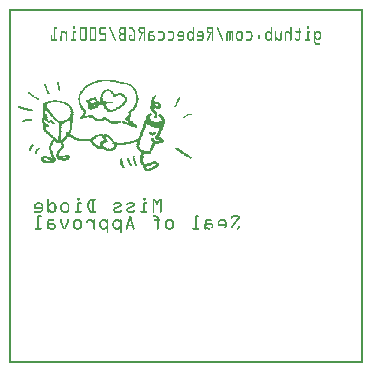
<source format=gbo>
G04 MADE WITH FRITZING*
G04 WWW.FRITZING.ORG*
G04 DOUBLE SIDED*
G04 HOLES PLATED*
G04 CONTOUR ON CENTER OF CONTOUR VECTOR*
%ASAXBY*%
%FSLAX23Y23*%
%MOIN*%
%OFA0B0*%
%SFA1.0B1.0*%
%ADD10R,0.001000X0.001000*%
%LNSILK0*%
G90*
G70*
G36*
X166Y938D02*
X166Y932D01*
X168Y932D01*
X168Y924D01*
X169Y924D01*
X169Y916D01*
X171Y916D01*
X171Y907D01*
X166Y907D01*
X166Y911D01*
X164Y911D01*
X164Y914D01*
X163Y914D01*
X163Y927D01*
X161Y927D01*
X161Y938D01*
X166Y938D01*
G37*
D02*
G36*
X122Y932D02*
X122Y929D01*
X123Y929D01*
X123Y925D01*
X125Y925D01*
X125Y922D01*
X127Y922D01*
X127Y917D01*
X128Y917D01*
X128Y912D01*
X130Y912D01*
X130Y909D01*
X131Y909D01*
X131Y906D01*
X133Y906D01*
X133Y901D01*
X135Y901D01*
X135Y897D01*
X133Y897D01*
X133Y896D01*
X130Y896D01*
X130Y897D01*
X128Y897D01*
X128Y902D01*
X127Y902D01*
X127Y906D01*
X125Y906D01*
X125Y909D01*
X123Y909D01*
X123Y912D01*
X122Y912D01*
X122Y917D01*
X120Y917D01*
X120Y924D01*
X118Y924D01*
X118Y927D01*
X117Y927D01*
X117Y932D01*
X122Y932D01*
G37*
D02*
G36*
X69Y904D02*
X69Y902D01*
X71Y902D01*
X71Y901D01*
X72Y901D01*
X72Y897D01*
X74Y897D01*
X74Y896D01*
X76Y896D01*
X76Y894D01*
X81Y894D01*
X81Y893D01*
X82Y893D01*
X82Y891D01*
X84Y891D01*
X84Y889D01*
X87Y889D01*
X87Y888D01*
X90Y888D01*
X90Y886D01*
X92Y886D01*
X92Y884D01*
X95Y884D01*
X95Y883D01*
X99Y883D01*
X99Y881D01*
X100Y881D01*
X100Y878D01*
X95Y878D01*
X95Y879D01*
X92Y879D01*
X92Y881D01*
X89Y881D01*
X89Y883D01*
X87Y883D01*
X87Y884D01*
X84Y884D01*
X84Y886D01*
X81Y886D01*
X81Y888D01*
X77Y888D01*
X77Y891D01*
X72Y891D01*
X72Y893D01*
X71Y893D01*
X71Y894D01*
X69Y894D01*
X69Y896D01*
X66Y896D01*
X66Y897D01*
X64Y897D01*
X64Y899D01*
X63Y899D01*
X63Y904D01*
X69Y904D01*
G37*
D02*
G36*
X332Y914D02*
X332Y912D01*
X338Y912D01*
X338Y911D01*
X341Y911D01*
X341Y909D01*
X343Y909D01*
X343Y906D01*
X323Y906D01*
X323Y904D01*
X320Y904D01*
X320Y902D01*
X318Y902D01*
X318Y901D01*
X317Y901D01*
X317Y899D01*
X315Y899D01*
X315Y896D01*
X314Y896D01*
X314Y893D01*
X312Y893D01*
X312Y886D01*
X310Y886D01*
X310Y883D01*
X312Y883D01*
X312Y875D01*
X314Y875D01*
X314Y873D01*
X322Y873D01*
X322Y871D01*
X304Y871D01*
X304Y889D01*
X305Y889D01*
X305Y896D01*
X307Y896D01*
X307Y899D01*
X309Y899D01*
X309Y902D01*
X310Y902D01*
X310Y904D01*
X312Y904D01*
X312Y906D01*
X314Y906D01*
X314Y907D01*
X315Y907D01*
X315Y911D01*
X320Y911D01*
X320Y912D01*
X325Y912D01*
X325Y914D01*
X332Y914D01*
G37*
D02*
G36*
X345Y906D02*
X345Y904D01*
X346Y904D01*
X346Y902D01*
X348Y902D01*
X348Y901D01*
X350Y901D01*
X350Y897D01*
X343Y897D01*
X343Y899D01*
X341Y899D01*
X341Y902D01*
X340Y902D01*
X340Y904D01*
X335Y904D01*
X335Y906D01*
X345Y906D01*
G37*
D02*
G36*
X378Y901D02*
X378Y899D01*
X379Y899D01*
X379Y897D01*
X356Y897D01*
X356Y899D01*
X364Y899D01*
X364Y901D01*
X378Y901D01*
G37*
D02*
G36*
X381Y897D02*
X381Y896D01*
X345Y896D01*
X345Y897D01*
X381Y897D01*
G37*
D02*
G36*
X381Y897D02*
X381Y896D01*
X345Y896D01*
X345Y897D01*
X381Y897D01*
G37*
D02*
G36*
X382Y896D02*
X382Y894D01*
X384Y894D01*
X384Y893D01*
X363Y893D01*
X363Y891D01*
X355Y891D01*
X355Y889D01*
X351Y889D01*
X351Y888D01*
X350Y888D01*
X350Y889D01*
X348Y889D01*
X348Y891D01*
X346Y891D01*
X346Y894D01*
X345Y894D01*
X345Y896D01*
X382Y896D01*
G37*
D02*
G36*
X387Y893D02*
X387Y889D01*
X391Y889D01*
X391Y886D01*
X392Y886D01*
X392Y883D01*
X394Y883D01*
X394Y873D01*
X392Y873D01*
X392Y870D01*
X391Y870D01*
X391Y868D01*
X389Y868D01*
X389Y866D01*
X387Y866D01*
X387Y863D01*
X386Y863D01*
X386Y861D01*
X384Y861D01*
X384Y860D01*
X382Y860D01*
X382Y858D01*
X381Y858D01*
X381Y856D01*
X378Y856D01*
X378Y855D01*
X376Y855D01*
X376Y853D01*
X373Y853D01*
X373Y852D01*
X371Y852D01*
X371Y848D01*
X368Y848D01*
X368Y847D01*
X361Y847D01*
X361Y845D01*
X359Y845D01*
X359Y843D01*
X343Y843D01*
X343Y845D01*
X346Y845D01*
X346Y847D01*
X351Y847D01*
X351Y848D01*
X355Y848D01*
X355Y850D01*
X358Y850D01*
X358Y853D01*
X363Y853D01*
X363Y855D01*
X366Y855D01*
X366Y856D01*
X368Y856D01*
X368Y858D01*
X371Y858D01*
X371Y860D01*
X373Y860D01*
X373Y861D01*
X376Y861D01*
X376Y863D01*
X378Y863D01*
X378Y866D01*
X379Y866D01*
X379Y868D01*
X381Y868D01*
X381Y870D01*
X382Y870D01*
X382Y871D01*
X384Y871D01*
X384Y873D01*
X386Y873D01*
X386Y883D01*
X384Y883D01*
X384Y884D01*
X382Y884D01*
X382Y886D01*
X381Y886D01*
X381Y888D01*
X379Y888D01*
X379Y889D01*
X376Y889D01*
X376Y891D01*
X373Y891D01*
X373Y893D01*
X387Y893D01*
G37*
D02*
G36*
X289Y886D02*
X289Y884D01*
X291Y884D01*
X291Y881D01*
X292Y881D01*
X292Y879D01*
X294Y879D01*
X294Y878D01*
X284Y878D01*
X284Y876D01*
X276Y876D01*
X276Y875D01*
X274Y875D01*
X274Y873D01*
X271Y873D01*
X271Y871D01*
X273Y871D01*
X273Y868D01*
X259Y868D01*
X259Y870D01*
X256Y870D01*
X256Y876D01*
X258Y876D01*
X258Y879D01*
X268Y879D01*
X268Y881D01*
X271Y881D01*
X271Y883D01*
X276Y883D01*
X276Y884D01*
X282Y884D01*
X282Y886D01*
X289Y886D01*
G37*
D02*
G36*
X294Y878D02*
X294Y875D01*
X295Y875D01*
X295Y873D01*
X300Y873D01*
X300Y871D01*
X289Y871D01*
X289Y873D01*
X287Y873D01*
X287Y875D01*
X286Y875D01*
X286Y878D01*
X294Y878D01*
G37*
D02*
G36*
X345Y871D02*
X345Y870D01*
X287Y870D01*
X287Y871D01*
X345Y871D01*
G37*
D02*
G36*
X345Y871D02*
X345Y870D01*
X287Y870D01*
X287Y871D01*
X345Y871D01*
G37*
D02*
G36*
X345Y870D02*
X345Y868D01*
X282Y868D01*
X282Y870D01*
X345Y870D01*
G37*
D02*
G36*
X343Y868D02*
X343Y866D01*
X261Y866D01*
X261Y868D01*
X343Y868D01*
G37*
D02*
G36*
X343Y868D02*
X343Y866D01*
X261Y866D01*
X261Y868D01*
X343Y868D01*
G37*
D02*
G36*
X327Y866D02*
X327Y865D01*
X322Y865D01*
X322Y863D01*
X305Y863D01*
X305Y861D01*
X300Y861D01*
X300Y860D01*
X284Y860D01*
X284Y858D01*
X264Y858D01*
X264Y860D01*
X266Y860D01*
X266Y861D01*
X263Y861D01*
X263Y863D01*
X264Y863D01*
X264Y865D01*
X263Y865D01*
X263Y866D01*
X327Y866D01*
G37*
D02*
G36*
X322Y863D02*
X322Y858D01*
X323Y858D01*
X323Y856D01*
X325Y856D01*
X325Y855D01*
X327Y855D01*
X327Y853D01*
X328Y853D01*
X328Y850D01*
X330Y850D01*
X330Y848D01*
X333Y848D01*
X333Y847D01*
X335Y847D01*
X335Y845D01*
X338Y845D01*
X338Y843D01*
X323Y843D01*
X323Y845D01*
X322Y845D01*
X322Y847D01*
X320Y847D01*
X320Y848D01*
X318Y848D01*
X318Y852D01*
X317Y852D01*
X317Y853D01*
X315Y853D01*
X315Y856D01*
X314Y856D01*
X314Y858D01*
X312Y858D01*
X312Y860D01*
X310Y860D01*
X310Y861D01*
X307Y861D01*
X307Y863D01*
X322Y863D01*
G37*
D02*
G36*
X300Y860D02*
X300Y858D01*
X286Y858D01*
X286Y860D01*
X300Y860D01*
G37*
D02*
G36*
X299Y858D02*
X299Y856D01*
X264Y856D01*
X264Y858D01*
X299Y858D01*
G37*
D02*
G36*
X299Y858D02*
X299Y856D01*
X264Y856D01*
X264Y858D01*
X299Y858D01*
G37*
D02*
G36*
X297Y856D02*
X297Y853D01*
X295Y853D01*
X295Y852D01*
X294Y852D01*
X294Y850D01*
X286Y850D01*
X286Y848D01*
X281Y848D01*
X281Y847D01*
X277Y847D01*
X277Y845D01*
X269Y845D01*
X269Y847D01*
X266Y847D01*
X266Y848D01*
X264Y848D01*
X264Y850D01*
X263Y850D01*
X263Y853D01*
X264Y853D01*
X264Y856D01*
X297Y856D01*
G37*
D02*
G36*
X356Y843D02*
X356Y842D01*
X325Y842D01*
X325Y843D01*
X356Y843D01*
G37*
D02*
G36*
X356Y843D02*
X356Y842D01*
X325Y842D01*
X325Y843D01*
X356Y843D01*
G37*
D02*
G36*
X353Y842D02*
X353Y840D01*
X348Y840D01*
X348Y838D01*
X345Y838D01*
X345Y837D01*
X332Y837D01*
X332Y838D01*
X328Y838D01*
X328Y840D01*
X327Y840D01*
X327Y842D01*
X353Y842D01*
G37*
D02*
G36*
X491Y893D02*
X491Y888D01*
X489Y888D01*
X489Y886D01*
X487Y886D01*
X487Y884D01*
X486Y884D01*
X486Y881D01*
X484Y881D01*
X484Y879D01*
X482Y879D01*
X482Y873D01*
X486Y873D01*
X486Y871D01*
X497Y871D01*
X497Y870D01*
X501Y870D01*
X501Y868D01*
X502Y868D01*
X502Y866D01*
X504Y866D01*
X504Y863D01*
X487Y863D01*
X487Y860D01*
X489Y860D01*
X489Y858D01*
X473Y858D01*
X473Y870D01*
X474Y870D01*
X474Y879D01*
X476Y879D01*
X476Y883D01*
X478Y883D01*
X478Y886D01*
X479Y886D01*
X479Y888D01*
X481Y888D01*
X481Y889D01*
X482Y889D01*
X482Y891D01*
X486Y891D01*
X486Y893D01*
X491Y893D01*
G37*
D02*
G36*
X505Y863D02*
X505Y861D01*
X507Y861D01*
X507Y858D01*
X496Y858D01*
X496Y860D01*
X497Y860D01*
X497Y863D01*
X505Y863D01*
G37*
D02*
G36*
X505Y858D02*
X505Y856D01*
X473Y856D01*
X473Y858D01*
X505Y858D01*
G37*
D02*
G36*
X505Y858D02*
X505Y856D01*
X473Y856D01*
X473Y858D01*
X505Y858D01*
G37*
D02*
G36*
X505Y856D02*
X505Y852D01*
X504Y852D01*
X504Y850D01*
X482Y850D01*
X482Y848D01*
X471Y848D01*
X471Y856D01*
X505Y856D01*
G37*
D02*
G36*
X502Y850D02*
X502Y848D01*
X489Y848D01*
X489Y850D01*
X502Y850D01*
G37*
D02*
G36*
X487Y850D02*
X487Y848D01*
X484Y848D01*
X484Y850D01*
X487Y850D01*
G37*
D02*
G36*
X484Y848D02*
X484Y845D01*
X486Y845D01*
X486Y843D01*
X487Y843D01*
X487Y840D01*
X489Y840D01*
X489Y837D01*
X492Y837D01*
X492Y835D01*
X494Y835D01*
X494Y825D01*
X496Y825D01*
X496Y824D01*
X494Y824D01*
X494Y822D01*
X492Y822D01*
X492Y819D01*
X491Y819D01*
X491Y817D01*
X484Y817D01*
X484Y825D01*
X486Y825D01*
X486Y830D01*
X484Y830D01*
X484Y834D01*
X482Y834D01*
X482Y835D01*
X481Y835D01*
X481Y837D01*
X478Y837D01*
X478Y840D01*
X476Y840D01*
X476Y842D01*
X474Y842D01*
X474Y845D01*
X473Y845D01*
X473Y847D01*
X471Y847D01*
X471Y848D01*
X484Y848D01*
G37*
D02*
G36*
X571Y888D02*
X571Y883D01*
X569Y883D01*
X569Y878D01*
X568Y878D01*
X568Y875D01*
X566Y875D01*
X566Y871D01*
X565Y871D01*
X565Y870D01*
X563Y870D01*
X563Y866D01*
X561Y866D01*
X561Y860D01*
X560Y860D01*
X560Y858D01*
X558Y858D01*
X558Y853D01*
X551Y853D01*
X551Y858D01*
X553Y858D01*
X553Y861D01*
X555Y861D01*
X555Y866D01*
X556Y866D01*
X556Y870D01*
X558Y870D01*
X558Y871D01*
X560Y871D01*
X560Y876D01*
X561Y876D01*
X561Y881D01*
X563Y881D01*
X563Y884D01*
X565Y884D01*
X565Y886D01*
X566Y886D01*
X566Y888D01*
X571Y888D01*
G37*
D02*
G36*
X40Y856D02*
X40Y855D01*
X46Y855D01*
X46Y853D01*
X49Y853D01*
X49Y852D01*
X56Y852D01*
X56Y850D01*
X63Y850D01*
X63Y848D01*
X71Y848D01*
X71Y847D01*
X76Y847D01*
X76Y845D01*
X79Y845D01*
X79Y842D01*
X77Y842D01*
X77Y840D01*
X69Y840D01*
X69Y842D01*
X61Y842D01*
X61Y843D01*
X56Y843D01*
X56Y845D01*
X45Y845D01*
X45Y847D01*
X41Y847D01*
X41Y848D01*
X35Y848D01*
X35Y850D01*
X31Y850D01*
X31Y852D01*
X30Y852D01*
X30Y855D01*
X31Y855D01*
X31Y856D01*
X40Y856D01*
G37*
D02*
G36*
X69Y815D02*
X69Y814D01*
X76Y814D01*
X76Y811D01*
X77Y811D01*
X77Y809D01*
X76Y809D01*
X76Y807D01*
X58Y807D01*
X58Y806D01*
X53Y806D01*
X53Y804D01*
X43Y804D01*
X43Y809D01*
X45Y809D01*
X45Y811D01*
X53Y811D01*
X53Y812D01*
X54Y812D01*
X54Y814D01*
X61Y814D01*
X61Y815D01*
X69Y815D01*
G37*
D02*
G36*
X327Y947D02*
X327Y945D01*
X348Y945D01*
X348Y943D01*
X356Y943D01*
X356Y942D01*
X363Y942D01*
X363Y940D01*
X310Y940D01*
X310Y938D01*
X305Y938D01*
X305Y937D01*
X295Y937D01*
X295Y935D01*
X289Y935D01*
X289Y934D01*
X284Y934D01*
X284Y932D01*
X281Y932D01*
X281Y930D01*
X277Y930D01*
X277Y929D01*
X274Y929D01*
X274Y927D01*
X269Y927D01*
X269Y925D01*
X266Y925D01*
X266Y924D01*
X264Y924D01*
X264Y922D01*
X261Y922D01*
X261Y920D01*
X259Y920D01*
X259Y919D01*
X258Y919D01*
X258Y917D01*
X256Y917D01*
X256Y916D01*
X254Y916D01*
X254Y912D01*
X253Y912D01*
X253Y911D01*
X250Y911D01*
X250Y907D01*
X248Y907D01*
X248Y906D01*
X246Y906D01*
X246Y904D01*
X245Y904D01*
X245Y901D01*
X243Y901D01*
X243Y899D01*
X241Y899D01*
X241Y897D01*
X240Y897D01*
X240Y893D01*
X238Y893D01*
X238Y884D01*
X236Y884D01*
X236Y879D01*
X238Y879D01*
X238Y876D01*
X236Y876D01*
X236Y873D01*
X238Y873D01*
X238Y868D01*
X240Y868D01*
X240Y865D01*
X241Y865D01*
X241Y861D01*
X243Y861D01*
X243Y858D01*
X245Y858D01*
X245Y856D01*
X246Y856D01*
X246Y853D01*
X248Y853D01*
X248Y850D01*
X250Y850D01*
X250Y848D01*
X251Y848D01*
X251Y847D01*
X253Y847D01*
X253Y845D01*
X256Y845D01*
X256Y843D01*
X258Y843D01*
X258Y835D01*
X256Y835D01*
X256Y832D01*
X254Y832D01*
X254Y829D01*
X253Y829D01*
X253Y827D01*
X254Y827D01*
X254Y825D01*
X243Y825D01*
X243Y827D01*
X245Y827D01*
X245Y829D01*
X246Y829D01*
X246Y830D01*
X248Y830D01*
X248Y835D01*
X250Y835D01*
X250Y838D01*
X248Y838D01*
X248Y840D01*
X246Y840D01*
X246Y842D01*
X245Y842D01*
X245Y845D01*
X241Y845D01*
X241Y847D01*
X240Y847D01*
X240Y852D01*
X238Y852D01*
X238Y853D01*
X236Y853D01*
X236Y858D01*
X235Y858D01*
X235Y861D01*
X233Y861D01*
X233Y865D01*
X232Y865D01*
X232Y876D01*
X230Y876D01*
X230Y884D01*
X232Y884D01*
X232Y894D01*
X233Y894D01*
X233Y897D01*
X235Y897D01*
X235Y901D01*
X236Y901D01*
X236Y904D01*
X238Y904D01*
X238Y906D01*
X240Y906D01*
X240Y907D01*
X241Y907D01*
X241Y909D01*
X243Y909D01*
X243Y911D01*
X245Y911D01*
X245Y912D01*
X246Y912D01*
X246Y914D01*
X248Y914D01*
X248Y916D01*
X250Y916D01*
X250Y919D01*
X251Y919D01*
X251Y920D01*
X253Y920D01*
X253Y922D01*
X254Y922D01*
X254Y924D01*
X256Y924D01*
X256Y925D01*
X258Y925D01*
X258Y927D01*
X259Y927D01*
X259Y929D01*
X263Y929D01*
X263Y930D01*
X266Y930D01*
X266Y932D01*
X269Y932D01*
X269Y934D01*
X273Y934D01*
X273Y935D01*
X276Y935D01*
X276Y937D01*
X279Y937D01*
X279Y938D01*
X286Y938D01*
X286Y940D01*
X289Y940D01*
X289Y942D01*
X294Y942D01*
X294Y943D01*
X300Y943D01*
X300Y945D01*
X325Y945D01*
X325Y947D01*
X327Y947D01*
G37*
D02*
G36*
X368Y940D02*
X368Y938D01*
X373Y938D01*
X373Y937D01*
X384Y937D01*
X384Y935D01*
X392Y935D01*
X392Y934D01*
X397Y934D01*
X397Y932D01*
X376Y932D01*
X376Y930D01*
X373Y930D01*
X373Y932D01*
X369Y932D01*
X369Y934D01*
X366Y934D01*
X366Y935D01*
X358Y935D01*
X358Y937D01*
X346Y937D01*
X346Y938D01*
X335Y938D01*
X335Y940D01*
X368Y940D01*
G37*
D02*
G36*
X402Y932D02*
X402Y930D01*
X405Y930D01*
X405Y929D01*
X407Y929D01*
X407Y927D01*
X410Y927D01*
X410Y925D01*
X412Y925D01*
X412Y924D01*
X414Y924D01*
X414Y922D01*
X415Y922D01*
X415Y920D01*
X417Y920D01*
X417Y919D01*
X419Y919D01*
X419Y917D01*
X420Y917D01*
X420Y914D01*
X422Y914D01*
X422Y911D01*
X423Y911D01*
X423Y907D01*
X425Y907D01*
X425Y904D01*
X427Y904D01*
X427Y897D01*
X428Y897D01*
X428Y893D01*
X430Y893D01*
X430Y884D01*
X432Y884D01*
X432Y876D01*
X430Y876D01*
X430Y866D01*
X428Y866D01*
X428Y865D01*
X427Y865D01*
X427Y860D01*
X425Y860D01*
X425Y855D01*
X423Y855D01*
X423Y853D01*
X422Y853D01*
X422Y852D01*
X420Y852D01*
X420Y848D01*
X419Y848D01*
X419Y845D01*
X417Y845D01*
X417Y843D01*
X415Y843D01*
X415Y842D01*
X414Y842D01*
X414Y840D01*
X410Y840D01*
X410Y838D01*
X409Y838D01*
X409Y837D01*
X407Y837D01*
X407Y829D01*
X405Y829D01*
X405Y822D01*
X404Y822D01*
X404Y820D01*
X402Y820D01*
X402Y819D01*
X400Y819D01*
X400Y817D01*
X402Y817D01*
X402Y811D01*
X404Y811D01*
X404Y809D01*
X391Y809D01*
X391Y807D01*
X389Y807D01*
X389Y812D01*
X387Y812D01*
X387Y814D01*
X386Y814D01*
X386Y819D01*
X389Y819D01*
X389Y820D01*
X392Y820D01*
X392Y822D01*
X394Y822D01*
X394Y824D01*
X396Y824D01*
X396Y825D01*
X397Y825D01*
X397Y829D01*
X399Y829D01*
X399Y834D01*
X397Y834D01*
X397Y838D01*
X399Y838D01*
X399Y840D01*
X400Y840D01*
X400Y842D01*
X404Y842D01*
X404Y843D01*
X405Y843D01*
X405Y845D01*
X407Y845D01*
X407Y847D01*
X409Y847D01*
X409Y848D01*
X412Y848D01*
X412Y852D01*
X414Y852D01*
X414Y853D01*
X415Y853D01*
X415Y856D01*
X417Y856D01*
X417Y860D01*
X419Y860D01*
X419Y861D01*
X420Y861D01*
X420Y866D01*
X422Y866D01*
X422Y870D01*
X423Y870D01*
X423Y893D01*
X422Y893D01*
X422Y897D01*
X420Y897D01*
X420Y902D01*
X419Y902D01*
X419Y907D01*
X417Y907D01*
X417Y911D01*
X415Y911D01*
X415Y912D01*
X414Y912D01*
X414Y916D01*
X412Y916D01*
X412Y917D01*
X410Y917D01*
X410Y920D01*
X409Y920D01*
X409Y922D01*
X405Y922D01*
X405Y924D01*
X402Y924D01*
X402Y925D01*
X400Y925D01*
X400Y927D01*
X396Y927D01*
X396Y929D01*
X394Y929D01*
X394Y930D01*
X386Y930D01*
X386Y932D01*
X402Y932D01*
G37*
D02*
G36*
X281Y827D02*
X281Y825D01*
X271Y825D01*
X271Y827D01*
X281Y827D01*
G37*
D02*
G36*
X269Y827D02*
X269Y825D01*
X263Y825D01*
X263Y827D01*
X269Y827D01*
G37*
D02*
G36*
X282Y825D02*
X282Y824D01*
X241Y824D01*
X241Y825D01*
X282Y825D01*
G37*
D02*
G36*
X282Y825D02*
X282Y824D01*
X241Y824D01*
X241Y825D01*
X282Y825D01*
G37*
D02*
G36*
X282Y825D02*
X282Y824D01*
X241Y824D01*
X241Y825D01*
X282Y825D01*
G37*
D02*
G36*
X282Y824D02*
X282Y822D01*
X284Y822D01*
X284Y820D01*
X259Y820D01*
X259Y819D01*
X253Y819D01*
X253Y817D01*
X246Y817D01*
X246Y815D01*
X238Y815D01*
X238Y817D01*
X235Y817D01*
X235Y819D01*
X236Y819D01*
X236Y820D01*
X238Y820D01*
X238Y822D01*
X240Y822D01*
X240Y824D01*
X282Y824D01*
G37*
D02*
G36*
X318Y822D02*
X318Y820D01*
X322Y820D01*
X322Y819D01*
X323Y819D01*
X323Y817D01*
X327Y817D01*
X327Y815D01*
X328Y815D01*
X328Y814D01*
X304Y814D01*
X304Y815D01*
X310Y815D01*
X310Y817D01*
X312Y817D01*
X312Y820D01*
X314Y820D01*
X314Y822D01*
X318Y822D01*
G37*
D02*
G36*
X287Y820D02*
X287Y819D01*
X291Y819D01*
X291Y817D01*
X294Y817D01*
X294Y815D01*
X299Y815D01*
X299Y814D01*
X282Y814D01*
X282Y815D01*
X281Y815D01*
X281Y817D01*
X279Y817D01*
X279Y819D01*
X268Y819D01*
X268Y820D01*
X287Y820D01*
G37*
D02*
G36*
X332Y814D02*
X332Y812D01*
X284Y812D01*
X284Y814D01*
X332Y814D01*
G37*
D02*
G36*
X332Y814D02*
X332Y812D01*
X284Y812D01*
X284Y814D01*
X332Y814D01*
G37*
D02*
G36*
X333Y812D02*
X333Y811D01*
X335Y811D01*
X335Y809D01*
X338Y809D01*
X338Y807D01*
X341Y807D01*
X341Y806D01*
X355Y806D01*
X355Y804D01*
X330Y804D01*
X330Y806D01*
X327Y806D01*
X327Y807D01*
X325Y807D01*
X325Y809D01*
X322Y809D01*
X322Y811D01*
X320Y811D01*
X320Y812D01*
X333Y812D01*
G37*
D02*
G36*
X317Y812D02*
X317Y811D01*
X315Y811D01*
X315Y809D01*
X312Y809D01*
X312Y807D01*
X302Y807D01*
X302Y806D01*
X297Y806D01*
X297Y807D01*
X291Y807D01*
X291Y809D01*
X287Y809D01*
X287Y811D01*
X286Y811D01*
X286Y812D01*
X317Y812D01*
G37*
D02*
G36*
X405Y809D02*
X405Y807D01*
X409Y807D01*
X409Y806D01*
X412Y806D01*
X412Y804D01*
X414Y804D01*
X414Y802D01*
X415Y802D01*
X415Y801D01*
X399Y801D01*
X399Y802D01*
X397Y802D01*
X397Y804D01*
X396Y804D01*
X396Y806D01*
X394Y806D01*
X394Y807D01*
X392Y807D01*
X392Y809D01*
X405Y809D01*
G37*
D02*
G36*
X384Y807D02*
X384Y806D01*
X387Y806D01*
X387Y804D01*
X392Y804D01*
X392Y802D01*
X378Y802D01*
X378Y806D01*
X379Y806D01*
X379Y807D01*
X384Y807D01*
G37*
D02*
G36*
X373Y807D02*
X373Y806D01*
X374Y806D01*
X374Y804D01*
X356Y804D01*
X356Y806D01*
X369Y806D01*
X369Y807D01*
X373Y807D01*
G37*
D02*
G36*
X373Y804D02*
X373Y802D01*
X332Y802D01*
X332Y804D01*
X373Y804D01*
G37*
D02*
G36*
X373Y804D02*
X373Y802D01*
X332Y802D01*
X332Y804D01*
X373Y804D01*
G37*
D02*
G36*
X397Y802D02*
X397Y801D01*
X379Y801D01*
X379Y802D01*
X397Y802D01*
G37*
D02*
G36*
X369Y802D02*
X369Y801D01*
X364Y801D01*
X364Y799D01*
X340Y799D01*
X340Y801D01*
X335Y801D01*
X335Y802D01*
X369Y802D01*
G37*
D02*
G36*
X417Y801D02*
X417Y799D01*
X381Y799D01*
X381Y801D01*
X417Y801D01*
G37*
D02*
G36*
X417Y801D02*
X417Y799D01*
X381Y799D01*
X381Y801D01*
X417Y801D01*
G37*
D02*
G36*
X420Y799D02*
X420Y796D01*
X423Y796D01*
X423Y794D01*
X425Y794D01*
X425Y793D01*
X427Y793D01*
X427Y789D01*
X428Y789D01*
X428Y786D01*
X427Y786D01*
X427Y784D01*
X419Y784D01*
X419Y786D01*
X412Y786D01*
X412Y788D01*
X409Y788D01*
X409Y789D01*
X405Y789D01*
X405Y791D01*
X400Y791D01*
X400Y793D01*
X397Y793D01*
X397Y794D01*
X392Y794D01*
X392Y796D01*
X389Y796D01*
X389Y797D01*
X386Y797D01*
X386Y799D01*
X420Y799D01*
G37*
D02*
G36*
X487Y771D02*
X487Y770D01*
X489Y770D01*
X489Y766D01*
X479Y766D01*
X479Y768D01*
X481Y768D01*
X481Y770D01*
X484Y770D01*
X484Y771D01*
X487Y771D01*
G37*
D02*
G36*
X474Y771D02*
X474Y770D01*
X476Y770D01*
X476Y768D01*
X478Y768D01*
X478Y766D01*
X468Y766D01*
X468Y771D01*
X474Y771D01*
G37*
D02*
G36*
X489Y766D02*
X489Y765D01*
X468Y765D01*
X468Y766D01*
X489Y766D01*
G37*
D02*
G36*
X489Y766D02*
X489Y765D01*
X468Y765D01*
X468Y766D01*
X489Y766D01*
G37*
D02*
G36*
X489Y765D02*
X489Y763D01*
X487Y763D01*
X487Y761D01*
X486Y761D01*
X486Y760D01*
X479Y760D01*
X479Y758D01*
X476Y758D01*
X476Y760D01*
X471Y760D01*
X471Y761D01*
X469Y761D01*
X469Y763D01*
X468Y763D01*
X468Y765D01*
X489Y765D01*
G37*
D02*
G36*
X345Y733D02*
X345Y732D01*
X343Y732D01*
X343Y733D01*
X345Y733D01*
G37*
D02*
G36*
X79Y730D02*
X79Y729D01*
X82Y729D01*
X82Y724D01*
X79Y724D01*
X79Y722D01*
X77Y722D01*
X77Y720D01*
X76Y720D01*
X76Y715D01*
X74Y715D01*
X74Y707D01*
X72Y707D01*
X72Y706D01*
X69Y706D01*
X69Y709D01*
X67Y709D01*
X67Y717D01*
X69Y717D01*
X69Y724D01*
X71Y724D01*
X71Y725D01*
X72Y725D01*
X72Y727D01*
X74Y727D01*
X74Y729D01*
X77Y729D01*
X77Y730D01*
X79Y730D01*
G37*
D02*
G36*
X560Y719D02*
X560Y717D01*
X565Y717D01*
X565Y715D01*
X568Y715D01*
X568Y714D01*
X571Y714D01*
X571Y712D01*
X574Y712D01*
X574Y710D01*
X576Y710D01*
X576Y709D01*
X578Y709D01*
X578Y707D01*
X579Y707D01*
X579Y706D01*
X581Y706D01*
X581Y704D01*
X584Y704D01*
X584Y702D01*
X587Y702D01*
X587Y701D01*
X589Y701D01*
X589Y699D01*
X591Y699D01*
X591Y697D01*
X592Y697D01*
X592Y696D01*
X597Y696D01*
X597Y694D01*
X599Y694D01*
X599Y692D01*
X601Y692D01*
X601Y691D01*
X602Y691D01*
X602Y689D01*
X604Y689D01*
X604Y688D01*
X607Y688D01*
X607Y686D01*
X609Y686D01*
X609Y683D01*
X607Y683D01*
X607Y681D01*
X604Y681D01*
X604Y683D01*
X601Y683D01*
X601Y684D01*
X599Y684D01*
X599Y686D01*
X596Y686D01*
X596Y688D01*
X594Y688D01*
X594Y689D01*
X591Y689D01*
X591Y691D01*
X589Y691D01*
X589Y692D01*
X584Y692D01*
X584Y694D01*
X583Y694D01*
X583Y696D01*
X579Y696D01*
X579Y697D01*
X574Y697D01*
X574Y701D01*
X573Y701D01*
X573Y702D01*
X569Y702D01*
X569Y704D01*
X568Y704D01*
X568Y706D01*
X565Y706D01*
X565Y707D01*
X563Y707D01*
X563Y709D01*
X561Y709D01*
X561Y710D01*
X558Y710D01*
X558Y712D01*
X556Y712D01*
X556Y714D01*
X553Y714D01*
X553Y717D01*
X555Y717D01*
X555Y719D01*
X560Y719D01*
G37*
D02*
G36*
X102Y717D02*
X102Y714D01*
X100Y714D01*
X100Y712D01*
X97Y712D01*
X97Y709D01*
X95Y709D01*
X95Y707D01*
X94Y707D01*
X94Y696D01*
X90Y696D01*
X90Y694D01*
X89Y694D01*
X89Y697D01*
X87Y697D01*
X87Y709D01*
X89Y709D01*
X89Y712D01*
X90Y712D01*
X90Y714D01*
X92Y714D01*
X92Y715D01*
X95Y715D01*
X95Y717D01*
X102Y717D01*
G37*
D02*
G36*
X417Y692D02*
X417Y691D01*
X419Y691D01*
X419Y686D01*
X417Y686D01*
X417Y684D01*
X419Y684D01*
X419Y678D01*
X420Y678D01*
X420Y673D01*
X422Y673D01*
X422Y668D01*
X423Y668D01*
X423Y665D01*
X425Y665D01*
X425Y656D01*
X423Y656D01*
X423Y658D01*
X420Y658D01*
X420Y663D01*
X419Y663D01*
X419Y665D01*
X417Y665D01*
X417Y669D01*
X415Y669D01*
X415Y673D01*
X414Y673D01*
X414Y678D01*
X412Y678D01*
X412Y679D01*
X414Y679D01*
X414Y681D01*
X412Y681D01*
X412Y688D01*
X414Y688D01*
X414Y691D01*
X415Y691D01*
X415Y692D01*
X417Y692D01*
G37*
D02*
G36*
X397Y686D02*
X397Y684D01*
X399Y684D01*
X399Y679D01*
X400Y679D01*
X400Y678D01*
X402Y678D01*
X402Y671D01*
X404Y671D01*
X404Y669D01*
X405Y669D01*
X405Y668D01*
X407Y668D01*
X407Y665D01*
X409Y665D01*
X409Y661D01*
X410Y661D01*
X410Y656D01*
X404Y656D01*
X404Y658D01*
X402Y658D01*
X402Y660D01*
X400Y660D01*
X400Y661D01*
X399Y661D01*
X399Y666D01*
X397Y666D01*
X397Y669D01*
X396Y669D01*
X396Y673D01*
X392Y673D01*
X392Y679D01*
X394Y679D01*
X394Y684D01*
X396Y684D01*
X396Y686D01*
X397Y686D01*
G37*
D02*
G36*
X376Y683D02*
X376Y679D01*
X378Y679D01*
X378Y674D01*
X379Y674D01*
X379Y661D01*
X381Y661D01*
X381Y660D01*
X382Y660D01*
X382Y658D01*
X384Y658D01*
X384Y655D01*
X386Y655D01*
X386Y650D01*
X379Y650D01*
X379Y651D01*
X378Y651D01*
X378Y653D01*
X376Y653D01*
X376Y656D01*
X373Y656D01*
X373Y661D01*
X371Y661D01*
X371Y673D01*
X369Y673D01*
X369Y674D01*
X371Y674D01*
X371Y679D01*
X369Y679D01*
X369Y681D01*
X373Y681D01*
X373Y683D01*
X376Y683D01*
G37*
D02*
G36*
X161Y876D02*
X161Y875D01*
X172Y875D01*
X172Y873D01*
X177Y873D01*
X177Y871D01*
X182Y871D01*
X182Y870D01*
X140Y870D01*
X140Y868D01*
X135Y868D01*
X135Y866D01*
X130Y866D01*
X130Y865D01*
X127Y865D01*
X127Y863D01*
X125Y863D01*
X125Y858D01*
X127Y858D01*
X127Y853D01*
X128Y853D01*
X128Y852D01*
X130Y852D01*
X130Y848D01*
X131Y848D01*
X131Y847D01*
X133Y847D01*
X133Y845D01*
X122Y845D01*
X122Y842D01*
X120Y842D01*
X120Y830D01*
X125Y830D01*
X125Y829D01*
X127Y829D01*
X127Y827D01*
X128Y827D01*
X128Y822D01*
X130Y822D01*
X130Y819D01*
X127Y819D01*
X127Y815D01*
X128Y815D01*
X128Y814D01*
X130Y814D01*
X130Y811D01*
X118Y811D01*
X118Y809D01*
X110Y809D01*
X110Y817D01*
X112Y817D01*
X112Y835D01*
X113Y835D01*
X113Y866D01*
X115Y866D01*
X115Y868D01*
X120Y868D01*
X120Y870D01*
X125Y870D01*
X125Y871D01*
X130Y871D01*
X130Y873D01*
X140Y873D01*
X140Y875D01*
X148Y875D01*
X148Y876D01*
X161Y876D01*
G37*
D02*
G36*
X189Y870D02*
X189Y868D01*
X192Y868D01*
X192Y866D01*
X195Y866D01*
X195Y865D01*
X197Y865D01*
X197Y863D01*
X199Y863D01*
X199Y861D01*
X202Y861D01*
X202Y858D01*
X205Y858D01*
X205Y856D01*
X207Y856D01*
X207Y855D01*
X209Y855D01*
X209Y852D01*
X210Y852D01*
X210Y848D01*
X212Y848D01*
X212Y845D01*
X213Y845D01*
X213Y838D01*
X215Y838D01*
X215Y834D01*
X213Y834D01*
X213Y832D01*
X215Y832D01*
X215Y829D01*
X213Y829D01*
X213Y820D01*
X212Y820D01*
X212Y811D01*
X202Y811D01*
X202Y809D01*
X199Y809D01*
X199Y807D01*
X179Y807D01*
X179Y809D01*
X182Y809D01*
X182Y811D01*
X189Y811D01*
X189Y812D01*
X192Y812D01*
X192Y814D01*
X194Y814D01*
X194Y815D01*
X195Y815D01*
X195Y817D01*
X199Y817D01*
X199Y819D01*
X200Y819D01*
X200Y820D01*
X202Y820D01*
X202Y825D01*
X204Y825D01*
X204Y830D01*
X205Y830D01*
X205Y834D01*
X204Y834D01*
X204Y835D01*
X205Y835D01*
X205Y838D01*
X204Y838D01*
X204Y840D01*
X205Y840D01*
X205Y843D01*
X204Y843D01*
X204Y848D01*
X202Y848D01*
X202Y852D01*
X200Y852D01*
X200Y853D01*
X199Y853D01*
X199Y856D01*
X195Y856D01*
X195Y858D01*
X192Y858D01*
X192Y860D01*
X191Y860D01*
X191Y861D01*
X187Y861D01*
X187Y863D01*
X186Y863D01*
X186Y865D01*
X182Y865D01*
X182Y866D01*
X176Y866D01*
X176Y868D01*
X169Y868D01*
X169Y870D01*
X189Y870D01*
G37*
D02*
G36*
X133Y845D02*
X133Y843D01*
X135Y843D01*
X135Y842D01*
X138Y842D01*
X138Y838D01*
X140Y838D01*
X140Y837D01*
X141Y837D01*
X141Y834D01*
X143Y834D01*
X143Y830D01*
X145Y830D01*
X145Y829D01*
X146Y829D01*
X146Y827D01*
X148Y827D01*
X148Y825D01*
X149Y825D01*
X149Y824D01*
X151Y824D01*
X151Y822D01*
X153Y822D01*
X153Y819D01*
X156Y819D01*
X156Y817D01*
X158Y817D01*
X158Y815D01*
X159Y815D01*
X159Y814D01*
X161Y814D01*
X161Y811D01*
X164Y811D01*
X164Y809D01*
X174Y809D01*
X174Y807D01*
X154Y807D01*
X154Y809D01*
X153Y809D01*
X153Y811D01*
X151Y811D01*
X151Y812D01*
X149Y812D01*
X149Y815D01*
X148Y815D01*
X148Y817D01*
X146Y817D01*
X146Y819D01*
X145Y819D01*
X145Y820D01*
X143Y820D01*
X143Y822D01*
X141Y822D01*
X141Y824D01*
X140Y824D01*
X140Y825D01*
X138Y825D01*
X138Y827D01*
X136Y827D01*
X136Y830D01*
X135Y830D01*
X135Y832D01*
X133Y832D01*
X133Y835D01*
X131Y835D01*
X131Y837D01*
X130Y837D01*
X130Y838D01*
X128Y838D01*
X128Y840D01*
X127Y840D01*
X127Y842D01*
X123Y842D01*
X123Y845D01*
X133Y845D01*
G37*
D02*
G36*
X474Y834D02*
X474Y832D01*
X478Y832D01*
X478Y829D01*
X474Y829D01*
X474Y827D01*
X473Y827D01*
X473Y825D01*
X471Y825D01*
X471Y822D01*
X469Y822D01*
X469Y819D01*
X468Y819D01*
X468Y817D01*
X471Y817D01*
X471Y814D01*
X473Y814D01*
X473Y811D01*
X474Y811D01*
X474Y809D01*
X478Y809D01*
X478Y807D01*
X479Y807D01*
X479Y806D01*
X482Y806D01*
X482Y804D01*
X451Y804D01*
X451Y807D01*
X453Y807D01*
X453Y811D01*
X455Y811D01*
X455Y817D01*
X456Y817D01*
X456Y822D01*
X458Y822D01*
X458Y825D01*
X460Y825D01*
X460Y827D01*
X463Y827D01*
X463Y829D01*
X464Y829D01*
X464Y830D01*
X468Y830D01*
X468Y832D01*
X471Y832D01*
X471Y834D01*
X474Y834D01*
G37*
D02*
G36*
X505Y830D02*
X505Y829D01*
X509Y829D01*
X509Y827D01*
X510Y827D01*
X510Y825D01*
X512Y825D01*
X512Y824D01*
X514Y824D01*
X514Y822D01*
X515Y822D01*
X515Y819D01*
X517Y819D01*
X517Y815D01*
X519Y815D01*
X519Y806D01*
X520Y806D01*
X520Y804D01*
X499Y804D01*
X499Y806D01*
X505Y806D01*
X505Y809D01*
X509Y809D01*
X509Y812D01*
X507Y812D01*
X507Y814D01*
X509Y814D01*
X509Y815D01*
X505Y815D01*
X505Y819D01*
X504Y819D01*
X504Y820D01*
X502Y820D01*
X502Y822D01*
X499Y822D01*
X499Y825D01*
X497Y825D01*
X497Y829D01*
X499Y829D01*
X499Y830D01*
X505Y830D01*
G37*
D02*
G36*
X212Y811D02*
X212Y801D01*
X210Y801D01*
X210Y786D01*
X209Y786D01*
X209Y784D01*
X210Y784D01*
X210Y783D01*
X209Y783D01*
X209Y778D01*
X207Y778D01*
X207Y774D01*
X205Y774D01*
X205Y771D01*
X204Y771D01*
X204Y770D01*
X205Y770D01*
X205Y766D01*
X204Y766D01*
X204Y763D01*
X205Y763D01*
X205Y761D01*
X209Y761D01*
X209Y760D01*
X212Y760D01*
X212Y758D01*
X213Y758D01*
X213Y756D01*
X215Y756D01*
X215Y755D01*
X195Y755D01*
X195Y753D01*
X194Y753D01*
X194Y751D01*
X192Y751D01*
X192Y748D01*
X191Y748D01*
X191Y747D01*
X189Y747D01*
X189Y745D01*
X176Y745D01*
X176Y747D01*
X177Y747D01*
X177Y748D01*
X181Y748D01*
X181Y750D01*
X182Y750D01*
X182Y751D01*
X184Y751D01*
X184Y753D01*
X186Y753D01*
X186Y755D01*
X187Y755D01*
X187Y756D01*
X189Y756D01*
X189Y760D01*
X191Y760D01*
X191Y763D01*
X189Y763D01*
X189Y768D01*
X191Y768D01*
X191Y770D01*
X197Y770D01*
X197Y771D01*
X199Y771D01*
X199Y776D01*
X200Y776D01*
X200Y779D01*
X202Y779D01*
X202Y784D01*
X204Y784D01*
X204Y811D01*
X212Y811D01*
G37*
D02*
G36*
X143Y811D02*
X143Y809D01*
X145Y809D01*
X145Y807D01*
X138Y807D01*
X138Y811D01*
X143Y811D01*
G37*
D02*
G36*
X131Y811D02*
X131Y809D01*
X120Y809D01*
X120Y811D01*
X131Y811D01*
G37*
D02*
G36*
X135Y809D02*
X135Y807D01*
X110Y807D01*
X110Y809D01*
X135Y809D01*
G37*
D02*
G36*
X135Y809D02*
X135Y807D01*
X110Y807D01*
X110Y809D01*
X135Y809D01*
G37*
D02*
G36*
X195Y807D02*
X195Y806D01*
X158Y806D01*
X158Y807D01*
X195Y807D01*
G37*
D02*
G36*
X195Y807D02*
X195Y806D01*
X158Y806D01*
X158Y807D01*
X195Y807D01*
G37*
D02*
G36*
X145Y807D02*
X145Y806D01*
X125Y806D01*
X125Y807D01*
X145Y807D01*
G37*
D02*
G36*
X145Y807D02*
X145Y806D01*
X125Y806D01*
X125Y807D01*
X145Y807D01*
G37*
D02*
G36*
X118Y807D02*
X118Y804D01*
X120Y804D01*
X120Y802D01*
X122Y802D01*
X122Y801D01*
X123Y801D01*
X123Y799D01*
X125Y799D01*
X125Y797D01*
X130Y797D01*
X130Y796D01*
X131Y796D01*
X131Y793D01*
X133Y793D01*
X133Y789D01*
X120Y789D01*
X120Y786D01*
X122Y786D01*
X122Y784D01*
X120Y784D01*
X120Y783D01*
X122Y783D01*
X122Y779D01*
X123Y779D01*
X123Y776D01*
X125Y776D01*
X125Y774D01*
X128Y774D01*
X128Y773D01*
X131Y773D01*
X131Y771D01*
X133Y771D01*
X133Y770D01*
X135Y770D01*
X135Y766D01*
X136Y766D01*
X136Y765D01*
X138Y765D01*
X138Y763D01*
X140Y763D01*
X140Y761D01*
X143Y761D01*
X143Y760D01*
X145Y760D01*
X145Y756D01*
X148Y756D01*
X148Y755D01*
X149Y755D01*
X149Y753D01*
X153Y753D01*
X153Y751D01*
X154Y751D01*
X154Y750D01*
X156Y750D01*
X156Y748D01*
X158Y748D01*
X158Y747D01*
X161Y747D01*
X161Y745D01*
X146Y745D01*
X146Y747D01*
X145Y747D01*
X145Y750D01*
X141Y750D01*
X141Y753D01*
X138Y753D01*
X138Y755D01*
X136Y755D01*
X136Y756D01*
X135Y756D01*
X135Y758D01*
X133Y758D01*
X133Y760D01*
X131Y760D01*
X131Y761D01*
X130Y761D01*
X130Y763D01*
X127Y763D01*
X127Y765D01*
X123Y765D01*
X123Y766D01*
X122Y766D01*
X122Y770D01*
X120Y770D01*
X120Y771D01*
X118Y771D01*
X118Y774D01*
X117Y774D01*
X117Y776D01*
X115Y776D01*
X115Y778D01*
X113Y778D01*
X113Y783D01*
X112Y783D01*
X112Y784D01*
X113Y784D01*
X113Y791D01*
X112Y791D01*
X112Y797D01*
X110Y797D01*
X110Y799D01*
X112Y799D01*
X112Y802D01*
X110Y802D01*
X110Y807D01*
X118Y807D01*
G37*
D02*
G36*
X192Y806D02*
X192Y804D01*
X187Y804D01*
X187Y802D01*
X184Y802D01*
X184Y801D01*
X182Y801D01*
X182Y799D01*
X179Y799D01*
X179Y797D01*
X177Y797D01*
X177Y796D01*
X176Y796D01*
X176Y791D01*
X174Y791D01*
X174Y786D01*
X176Y786D01*
X176Y784D01*
X174Y784D01*
X174Y773D01*
X176Y773D01*
X176Y771D01*
X174Y771D01*
X174Y761D01*
X172Y761D01*
X172Y747D01*
X174Y747D01*
X174Y745D01*
X163Y745D01*
X163Y748D01*
X164Y748D01*
X164Y753D01*
X166Y753D01*
X166Y755D01*
X164Y755D01*
X164Y758D01*
X166Y758D01*
X166Y768D01*
X168Y768D01*
X168Y796D01*
X166Y796D01*
X166Y801D01*
X164Y801D01*
X164Y802D01*
X163Y802D01*
X163Y804D01*
X161Y804D01*
X161Y806D01*
X192Y806D01*
G37*
D02*
G36*
X146Y806D02*
X146Y804D01*
X149Y804D01*
X149Y802D01*
X151Y802D01*
X151Y801D01*
X153Y801D01*
X153Y799D01*
X151Y799D01*
X151Y797D01*
X146Y797D01*
X146Y799D01*
X143Y799D01*
X143Y801D01*
X141Y801D01*
X141Y802D01*
X140Y802D01*
X140Y804D01*
X138Y804D01*
X138Y806D01*
X146Y806D01*
G37*
D02*
G36*
X136Y806D02*
X136Y804D01*
X135Y804D01*
X135Y802D01*
X130Y802D01*
X130Y804D01*
X127Y804D01*
X127Y806D01*
X136Y806D01*
G37*
D02*
G36*
X520Y804D02*
X520Y802D01*
X451Y802D01*
X451Y804D01*
X520Y804D01*
G37*
D02*
G36*
X520Y804D02*
X520Y802D01*
X451Y802D01*
X451Y804D01*
X520Y804D01*
G37*
D02*
G36*
X519Y802D02*
X519Y799D01*
X517Y799D01*
X517Y797D01*
X519Y797D01*
X519Y796D01*
X458Y796D01*
X458Y791D01*
X456Y791D01*
X456Y789D01*
X455Y789D01*
X455Y784D01*
X453Y784D01*
X453Y779D01*
X451Y779D01*
X451Y774D01*
X450Y774D01*
X450Y771D01*
X448Y771D01*
X448Y768D01*
X446Y768D01*
X446Y765D01*
X445Y765D01*
X445Y758D01*
X443Y758D01*
X443Y755D01*
X441Y755D01*
X441Y748D01*
X440Y748D01*
X440Y743D01*
X438Y743D01*
X438Y738D01*
X423Y738D01*
X423Y737D01*
X417Y737D01*
X417Y735D01*
X384Y735D01*
X384Y737D01*
X394Y737D01*
X394Y738D01*
X404Y738D01*
X404Y740D01*
X410Y740D01*
X410Y742D01*
X415Y742D01*
X415Y743D01*
X419Y743D01*
X419Y745D01*
X423Y745D01*
X423Y747D01*
X427Y747D01*
X427Y748D01*
X430Y748D01*
X430Y751D01*
X432Y751D01*
X432Y753D01*
X433Y753D01*
X433Y758D01*
X435Y758D01*
X435Y761D01*
X437Y761D01*
X437Y766D01*
X438Y766D01*
X438Y771D01*
X440Y771D01*
X440Y776D01*
X441Y776D01*
X441Y778D01*
X443Y778D01*
X443Y784D01*
X445Y784D01*
X445Y789D01*
X446Y789D01*
X446Y794D01*
X448Y794D01*
X448Y796D01*
X450Y796D01*
X450Y801D01*
X451Y801D01*
X451Y802D01*
X519Y802D01*
G37*
D02*
G36*
X517Y796D02*
X517Y793D01*
X468Y793D01*
X468Y791D01*
X466Y791D01*
X466Y793D01*
X464Y793D01*
X464Y794D01*
X461Y794D01*
X461Y796D01*
X517Y796D01*
G37*
D02*
G36*
X517Y793D02*
X517Y789D01*
X515Y789D01*
X515Y786D01*
X514Y786D01*
X514Y781D01*
X512Y781D01*
X512Y779D01*
X510Y779D01*
X510Y774D01*
X509Y774D01*
X509Y773D01*
X507Y773D01*
X507Y768D01*
X505Y768D01*
X505Y763D01*
X504Y763D01*
X504Y760D01*
X502Y760D01*
X502Y756D01*
X501Y756D01*
X501Y755D01*
X502Y755D01*
X502Y753D01*
X505Y753D01*
X505Y751D01*
X509Y751D01*
X509Y750D01*
X510Y750D01*
X510Y748D01*
X512Y748D01*
X512Y747D01*
X514Y747D01*
X514Y743D01*
X515Y743D01*
X515Y738D01*
X497Y738D01*
X497Y740D01*
X501Y740D01*
X501Y743D01*
X496Y743D01*
X496Y745D01*
X491Y745D01*
X491Y747D01*
X489Y747D01*
X489Y748D01*
X487Y748D01*
X487Y750D01*
X486Y750D01*
X486Y755D01*
X487Y755D01*
X487Y758D01*
X491Y758D01*
X491Y761D01*
X492Y761D01*
X492Y763D01*
X494Y763D01*
X494Y766D01*
X496Y766D01*
X496Y770D01*
X497Y770D01*
X497Y774D01*
X499Y774D01*
X499Y778D01*
X501Y778D01*
X501Y781D01*
X499Y781D01*
X499Y783D01*
X494Y783D01*
X494Y784D01*
X484Y784D01*
X484Y786D01*
X479Y786D01*
X479Y788D01*
X476Y788D01*
X476Y789D01*
X473Y789D01*
X473Y791D01*
X469Y791D01*
X469Y793D01*
X517Y793D01*
G37*
D02*
G36*
X131Y789D02*
X131Y788D01*
X127Y788D01*
X127Y789D01*
X131Y789D01*
G37*
D02*
G36*
X125Y789D02*
X125Y788D01*
X123Y788D01*
X123Y789D01*
X125Y789D01*
G37*
D02*
G36*
X328Y763D02*
X328Y761D01*
X317Y761D01*
X317Y763D01*
X328Y763D01*
G37*
D02*
G36*
X314Y763D02*
X314Y761D01*
X299Y761D01*
X299Y763D01*
X314Y763D01*
G37*
D02*
G36*
X330Y761D02*
X330Y760D01*
X294Y760D01*
X294Y761D01*
X330Y761D01*
G37*
D02*
G36*
X330Y761D02*
X330Y760D01*
X294Y760D01*
X294Y761D01*
X330Y761D01*
G37*
D02*
G36*
X333Y760D02*
X333Y758D01*
X335Y758D01*
X335Y756D01*
X297Y756D01*
X297Y755D01*
X294Y755D01*
X294Y753D01*
X291Y753D01*
X291Y750D01*
X289Y750D01*
X289Y748D01*
X287Y748D01*
X287Y747D01*
X248Y747D01*
X248Y748D01*
X273Y748D01*
X273Y750D01*
X274Y750D01*
X274Y751D01*
X276Y751D01*
X276Y753D01*
X279Y753D01*
X279Y755D01*
X282Y755D01*
X282Y756D01*
X286Y756D01*
X286Y758D01*
X287Y758D01*
X287Y760D01*
X333Y760D01*
G37*
D02*
G36*
X338Y756D02*
X338Y755D01*
X323Y755D01*
X323Y748D01*
X327Y748D01*
X327Y745D01*
X328Y745D01*
X328Y742D01*
X330Y742D01*
X330Y738D01*
X328Y738D01*
X328Y737D01*
X323Y737D01*
X323Y735D01*
X317Y735D01*
X317Y733D01*
X315Y733D01*
X315Y732D01*
X314Y732D01*
X314Y725D01*
X304Y725D01*
X304Y738D01*
X305Y738D01*
X305Y740D01*
X309Y740D01*
X309Y742D01*
X312Y742D01*
X312Y743D01*
X315Y743D01*
X315Y747D01*
X314Y747D01*
X314Y748D01*
X312Y748D01*
X312Y751D01*
X310Y751D01*
X310Y755D01*
X309Y755D01*
X309Y756D01*
X338Y756D01*
G37*
D02*
G36*
X340Y755D02*
X340Y753D01*
X341Y753D01*
X341Y751D01*
X343Y751D01*
X343Y748D01*
X345Y748D01*
X345Y745D01*
X346Y745D01*
X346Y743D01*
X348Y743D01*
X348Y742D01*
X350Y742D01*
X350Y740D01*
X351Y740D01*
X351Y738D01*
X353Y738D01*
X353Y737D01*
X356Y737D01*
X356Y735D01*
X345Y735D01*
X345Y737D01*
X343Y737D01*
X343Y742D01*
X341Y742D01*
X341Y743D01*
X338Y743D01*
X338Y745D01*
X336Y745D01*
X336Y747D01*
X335Y747D01*
X335Y748D01*
X333Y748D01*
X333Y751D01*
X330Y751D01*
X330Y753D01*
X325Y753D01*
X325Y755D01*
X340Y755D01*
G37*
D02*
G36*
X218Y755D02*
X218Y753D01*
X222Y753D01*
X222Y751D01*
X225Y751D01*
X225Y750D01*
X233Y750D01*
X233Y748D01*
X240Y748D01*
X240Y747D01*
X213Y747D01*
X213Y748D01*
X212Y748D01*
X212Y750D01*
X209Y750D01*
X209Y751D01*
X205Y751D01*
X205Y753D01*
X202Y753D01*
X202Y755D01*
X218Y755D01*
G37*
D02*
G36*
X481Y751D02*
X481Y750D01*
X484Y750D01*
X484Y745D01*
X486Y745D01*
X486Y743D01*
X487Y743D01*
X487Y740D01*
X496Y740D01*
X496Y738D01*
X478Y738D01*
X478Y740D01*
X476Y740D01*
X476Y742D01*
X474Y742D01*
X474Y750D01*
X476Y750D01*
X476Y751D01*
X481Y751D01*
G37*
D02*
G36*
X282Y747D02*
X282Y745D01*
X217Y745D01*
X217Y747D01*
X282Y747D01*
G37*
D02*
G36*
X282Y747D02*
X282Y745D01*
X217Y745D01*
X217Y747D01*
X282Y747D01*
G37*
D02*
G36*
X282Y745D02*
X282Y743D01*
X281Y743D01*
X281Y742D01*
X246Y742D01*
X246Y740D01*
X233Y740D01*
X233Y742D01*
X227Y742D01*
X227Y743D01*
X222Y743D01*
X222Y745D01*
X282Y745D01*
G37*
D02*
G36*
X186Y745D02*
X186Y743D01*
X145Y743D01*
X145Y745D01*
X186Y745D01*
G37*
D02*
G36*
X186Y745D02*
X186Y743D01*
X145Y743D01*
X145Y745D01*
X186Y745D01*
G37*
D02*
G36*
X186Y745D02*
X186Y743D01*
X145Y743D01*
X145Y745D01*
X186Y745D01*
G37*
D02*
G36*
X186Y743D02*
X186Y742D01*
X184Y742D01*
X184Y740D01*
X151Y740D01*
X151Y738D01*
X149Y738D01*
X149Y737D01*
X148Y737D01*
X148Y733D01*
X146Y733D01*
X146Y732D01*
X145Y732D01*
X145Y727D01*
X143Y727D01*
X143Y724D01*
X141Y724D01*
X141Y712D01*
X143Y712D01*
X143Y706D01*
X145Y706D01*
X145Y701D01*
X146Y701D01*
X146Y697D01*
X148Y697D01*
X148Y694D01*
X149Y694D01*
X149Y692D01*
X151Y692D01*
X151Y689D01*
X153Y689D01*
X153Y688D01*
X154Y688D01*
X154Y684D01*
X143Y684D01*
X143Y689D01*
X141Y689D01*
X141Y696D01*
X140Y696D01*
X140Y697D01*
X138Y697D01*
X138Y699D01*
X136Y699D01*
X136Y709D01*
X135Y709D01*
X135Y712D01*
X133Y712D01*
X133Y724D01*
X135Y724D01*
X135Y729D01*
X136Y729D01*
X136Y733D01*
X138Y733D01*
X138Y735D01*
X140Y735D01*
X140Y738D01*
X141Y738D01*
X141Y740D01*
X143Y740D01*
X143Y743D01*
X186Y743D01*
G37*
D02*
G36*
X281Y742D02*
X281Y738D01*
X282Y738D01*
X282Y735D01*
X286Y735D01*
X286Y732D01*
X287Y732D01*
X287Y730D01*
X291Y730D01*
X291Y729D01*
X292Y729D01*
X292Y727D01*
X297Y727D01*
X297Y725D01*
X281Y725D01*
X281Y727D01*
X279Y727D01*
X279Y729D01*
X277Y729D01*
X277Y730D01*
X276Y730D01*
X276Y733D01*
X274Y733D01*
X274Y737D01*
X271Y737D01*
X271Y740D01*
X269Y740D01*
X269Y742D01*
X281Y742D01*
G37*
D02*
G36*
X182Y740D02*
X182Y738D01*
X179Y738D01*
X179Y735D01*
X171Y735D01*
X171Y733D01*
X161Y733D01*
X161Y735D01*
X158Y735D01*
X158Y738D01*
X153Y738D01*
X153Y740D01*
X182Y740D01*
G37*
D02*
G36*
X514Y738D02*
X514Y737D01*
X478Y737D01*
X478Y738D01*
X514Y738D01*
G37*
D02*
G36*
X514Y738D02*
X514Y737D01*
X478Y737D01*
X478Y738D01*
X514Y738D01*
G37*
D02*
G36*
X437Y738D02*
X437Y735D01*
X435Y735D01*
X435Y727D01*
X433Y727D01*
X433Y722D01*
X435Y722D01*
X435Y719D01*
X437Y719D01*
X437Y717D01*
X438Y717D01*
X438Y715D01*
X440Y715D01*
X440Y714D01*
X441Y714D01*
X441Y712D01*
X446Y712D01*
X446Y710D01*
X451Y710D01*
X451Y709D01*
X460Y709D01*
X460Y707D01*
X433Y707D01*
X433Y709D01*
X432Y709D01*
X432Y710D01*
X430Y710D01*
X430Y714D01*
X428Y714D01*
X428Y715D01*
X427Y715D01*
X427Y717D01*
X425Y717D01*
X425Y722D01*
X423Y722D01*
X423Y724D01*
X425Y724D01*
X425Y727D01*
X423Y727D01*
X423Y730D01*
X425Y730D01*
X425Y738D01*
X437Y738D01*
G37*
D02*
G36*
X512Y737D02*
X512Y735D01*
X509Y735D01*
X509Y733D01*
X501Y733D01*
X501Y732D01*
X491Y732D01*
X491Y730D01*
X487Y730D01*
X487Y729D01*
X486Y729D01*
X486Y725D01*
X484Y725D01*
X484Y722D01*
X482Y722D01*
X482Y717D01*
X481Y717D01*
X481Y712D01*
X479Y712D01*
X479Y710D01*
X478Y710D01*
X478Y707D01*
X468Y707D01*
X468Y709D01*
X469Y709D01*
X469Y714D01*
X471Y714D01*
X471Y717D01*
X473Y717D01*
X473Y724D01*
X474Y724D01*
X474Y727D01*
X476Y727D01*
X476Y730D01*
X478Y730D01*
X478Y735D01*
X479Y735D01*
X479Y737D01*
X512Y737D01*
G37*
D02*
G36*
X361Y737D02*
X361Y735D01*
X358Y735D01*
X358Y737D01*
X361Y737D01*
G37*
D02*
G36*
X412Y735D02*
X412Y733D01*
X346Y733D01*
X346Y735D01*
X412Y735D01*
G37*
D02*
G36*
X412Y735D02*
X412Y733D01*
X346Y733D01*
X346Y735D01*
X412Y735D01*
G37*
D02*
G36*
X412Y735D02*
X412Y733D01*
X346Y733D01*
X346Y735D01*
X412Y735D01*
G37*
D02*
G36*
X181Y735D02*
X181Y732D01*
X182Y732D01*
X182Y717D01*
X181Y717D01*
X181Y715D01*
X179Y715D01*
X179Y714D01*
X177Y714D01*
X177Y712D01*
X174Y712D01*
X174Y709D01*
X172Y709D01*
X172Y707D01*
X171Y707D01*
X171Y706D01*
X169Y706D01*
X169Y702D01*
X168Y702D01*
X168Y691D01*
X158Y691D01*
X158Y697D01*
X159Y697D01*
X159Y704D01*
X161Y704D01*
X161Y707D01*
X163Y707D01*
X163Y710D01*
X164Y710D01*
X164Y712D01*
X166Y712D01*
X166Y714D01*
X168Y714D01*
X168Y715D01*
X169Y715D01*
X169Y717D01*
X171Y717D01*
X171Y719D01*
X174Y719D01*
X174Y724D01*
X176Y724D01*
X176Y729D01*
X174Y729D01*
X174Y735D01*
X181Y735D01*
G37*
D02*
G36*
X504Y733D02*
X504Y732D01*
X502Y732D01*
X502Y733D01*
X504Y733D01*
G37*
D02*
G36*
X407Y733D02*
X407Y732D01*
X404Y732D01*
X404Y730D01*
X391Y730D01*
X391Y729D01*
X382Y729D01*
X382Y727D01*
X361Y727D01*
X361Y725D01*
X359Y725D01*
X359Y722D01*
X358Y722D01*
X358Y715D01*
X356Y715D01*
X356Y714D01*
X336Y714D01*
X336Y715D01*
X341Y715D01*
X341Y717D01*
X345Y717D01*
X345Y719D01*
X348Y719D01*
X348Y720D01*
X350Y720D01*
X350Y725D01*
X351Y725D01*
X351Y730D01*
X350Y730D01*
X350Y732D01*
X348Y732D01*
X348Y733D01*
X407Y733D01*
G37*
D02*
G36*
X317Y725D02*
X317Y724D01*
X284Y724D01*
X284Y725D01*
X317Y725D01*
G37*
D02*
G36*
X317Y725D02*
X317Y724D01*
X284Y724D01*
X284Y725D01*
X317Y725D01*
G37*
D02*
G36*
X318Y724D02*
X318Y722D01*
X320Y722D01*
X320Y720D01*
X322Y720D01*
X322Y719D01*
X323Y719D01*
X323Y717D01*
X328Y717D01*
X328Y715D01*
X294Y715D01*
X294Y717D01*
X292Y717D01*
X292Y719D01*
X291Y719D01*
X291Y720D01*
X289Y720D01*
X289Y722D01*
X287Y722D01*
X287Y724D01*
X318Y724D01*
G37*
D02*
G36*
X332Y717D02*
X332Y715D01*
X330Y715D01*
X330Y717D01*
X332Y717D01*
G37*
D02*
G36*
X333Y715D02*
X333Y714D01*
X310Y714D01*
X310Y715D01*
X333Y715D01*
G37*
D02*
G36*
X333Y715D02*
X333Y714D01*
X310Y714D01*
X310Y715D01*
X333Y715D01*
G37*
D02*
G36*
X353Y714D02*
X353Y712D01*
X315Y712D01*
X315Y714D01*
X353Y714D01*
G37*
D02*
G36*
X353Y714D02*
X353Y712D01*
X315Y712D01*
X315Y714D01*
X353Y714D01*
G37*
D02*
G36*
X348Y712D02*
X348Y710D01*
X345Y710D01*
X345Y709D01*
X343Y709D01*
X343Y707D01*
X340Y707D01*
X340Y706D01*
X328Y706D01*
X328Y709D01*
X323Y709D01*
X323Y710D01*
X317Y710D01*
X317Y712D01*
X348Y712D01*
G37*
D02*
G36*
X476Y707D02*
X476Y706D01*
X435Y706D01*
X435Y707D01*
X476Y707D01*
G37*
D02*
G36*
X476Y707D02*
X476Y706D01*
X435Y706D01*
X435Y707D01*
X476Y707D01*
G37*
D02*
G36*
X473Y706D02*
X473Y699D01*
X451Y699D01*
X451Y697D01*
X450Y697D01*
X450Y694D01*
X448Y694D01*
X448Y692D01*
X450Y692D01*
X450Y683D01*
X448Y683D01*
X448Y671D01*
X450Y671D01*
X450Y668D01*
X451Y668D01*
X451Y665D01*
X441Y665D01*
X441Y666D01*
X440Y666D01*
X440Y669D01*
X438Y669D01*
X438Y678D01*
X437Y678D01*
X437Y679D01*
X438Y679D01*
X438Y694D01*
X440Y694D01*
X440Y704D01*
X437Y704D01*
X437Y706D01*
X473Y706D01*
G37*
D02*
G36*
X471Y699D02*
X471Y697D01*
X463Y697D01*
X463Y696D01*
X460Y696D01*
X460Y699D01*
X471Y699D01*
G37*
D02*
G36*
X199Y694D02*
X199Y692D01*
X202Y692D01*
X202Y691D01*
X171Y691D01*
X171Y692D01*
X186Y692D01*
X186Y694D01*
X199Y694D01*
G37*
D02*
G36*
X123Y692D02*
X123Y691D01*
X127Y691D01*
X127Y689D01*
X133Y689D01*
X133Y688D01*
X136Y688D01*
X136Y686D01*
X140Y686D01*
X140Y684D01*
X117Y684D01*
X117Y681D01*
X115Y681D01*
X115Y679D01*
X117Y679D01*
X117Y676D01*
X122Y676D01*
X122Y674D01*
X125Y674D01*
X125Y673D01*
X108Y673D01*
X108Y679D01*
X107Y679D01*
X107Y684D01*
X108Y684D01*
X108Y688D01*
X110Y688D01*
X110Y689D01*
X112Y689D01*
X112Y691D01*
X113Y691D01*
X113Y692D01*
X123Y692D01*
G37*
D02*
G36*
X202Y691D02*
X202Y689D01*
X158Y689D01*
X158Y691D01*
X202Y691D01*
G37*
D02*
G36*
X202Y691D02*
X202Y689D01*
X158Y689D01*
X158Y691D01*
X202Y691D01*
G37*
D02*
G36*
X202Y689D02*
X202Y686D01*
X179Y686D01*
X179Y684D01*
X182Y684D01*
X182Y683D01*
X159Y683D01*
X159Y688D01*
X158Y688D01*
X158Y689D01*
X202Y689D01*
G37*
D02*
G36*
X202Y686D02*
X202Y683D01*
X187Y683D01*
X187Y684D01*
X189Y684D01*
X189Y686D01*
X202Y686D01*
G37*
D02*
G36*
X156Y684D02*
X156Y683D01*
X125Y683D01*
X125Y684D01*
X156Y684D01*
G37*
D02*
G36*
X156Y684D02*
X156Y683D01*
X125Y683D01*
X125Y684D01*
X156Y684D01*
G37*
D02*
G36*
X200Y683D02*
X200Y681D01*
X161Y681D01*
X161Y683D01*
X200Y683D01*
G37*
D02*
G36*
X200Y683D02*
X200Y681D01*
X161Y681D01*
X161Y683D01*
X200Y683D01*
G37*
D02*
G36*
X156Y683D02*
X156Y673D01*
X138Y673D01*
X138Y676D01*
X135Y676D01*
X135Y678D01*
X133Y678D01*
X133Y679D01*
X130Y679D01*
X130Y681D01*
X127Y681D01*
X127Y683D01*
X156Y683D01*
G37*
D02*
G36*
X199Y681D02*
X199Y679D01*
X197Y679D01*
X197Y678D01*
X195Y678D01*
X195Y676D01*
X191Y676D01*
X191Y674D01*
X176Y674D01*
X176Y676D01*
X171Y676D01*
X171Y678D01*
X166Y678D01*
X166Y679D01*
X164Y679D01*
X164Y681D01*
X199Y681D01*
G37*
D02*
G36*
X128Y674D02*
X128Y673D01*
X127Y673D01*
X127Y674D01*
X128Y674D01*
G37*
D02*
G36*
X491Y673D02*
X491Y671D01*
X494Y671D01*
X494Y669D01*
X497Y669D01*
X497Y666D01*
X499Y666D01*
X499Y656D01*
X484Y656D01*
X484Y658D01*
X486Y658D01*
X486Y660D01*
X487Y660D01*
X487Y661D01*
X489Y661D01*
X489Y663D01*
X487Y663D01*
X487Y665D01*
X460Y665D01*
X460Y666D01*
X464Y666D01*
X464Y668D01*
X469Y668D01*
X469Y669D01*
X473Y669D01*
X473Y671D01*
X479Y671D01*
X479Y673D01*
X491Y673D01*
G37*
D02*
G36*
X154Y673D02*
X154Y671D01*
X110Y671D01*
X110Y673D01*
X154Y673D01*
G37*
D02*
G36*
X154Y673D02*
X154Y671D01*
X110Y671D01*
X110Y673D01*
X154Y673D01*
G37*
D02*
G36*
X154Y673D02*
X154Y671D01*
X110Y671D01*
X110Y673D01*
X154Y673D01*
G37*
D02*
G36*
X151Y671D02*
X151Y669D01*
X149Y669D01*
X149Y668D01*
X145Y668D01*
X145Y666D01*
X128Y666D01*
X128Y665D01*
X127Y665D01*
X127Y666D01*
X120Y666D01*
X120Y668D01*
X117Y668D01*
X117Y669D01*
X112Y669D01*
X112Y671D01*
X151Y671D01*
G37*
D02*
G36*
X479Y665D02*
X479Y663D01*
X441Y663D01*
X441Y665D01*
X479Y665D01*
G37*
D02*
G36*
X479Y665D02*
X479Y663D01*
X441Y663D01*
X441Y665D01*
X479Y665D01*
G37*
D02*
G36*
X478Y663D02*
X478Y661D01*
X474Y661D01*
X474Y660D01*
X473Y660D01*
X473Y658D01*
X469Y658D01*
X469Y656D01*
X461Y656D01*
X461Y655D01*
X460Y655D01*
X460Y653D01*
X458Y653D01*
X458Y651D01*
X460Y651D01*
X460Y650D01*
X461Y650D01*
X461Y648D01*
X450Y648D01*
X450Y650D01*
X448Y650D01*
X448Y651D01*
X446Y651D01*
X446Y653D01*
X448Y653D01*
X448Y655D01*
X446Y655D01*
X446Y656D01*
X445Y656D01*
X445Y660D01*
X443Y660D01*
X443Y661D01*
X441Y661D01*
X441Y663D01*
X478Y663D01*
G37*
D02*
G36*
X482Y658D02*
X482Y656D01*
X481Y656D01*
X481Y658D01*
X482Y658D01*
G37*
D02*
G36*
X497Y656D02*
X497Y655D01*
X481Y655D01*
X481Y656D01*
X497Y656D01*
G37*
D02*
G36*
X497Y656D02*
X497Y655D01*
X481Y655D01*
X481Y656D01*
X497Y656D01*
G37*
D02*
G36*
X496Y655D02*
X496Y653D01*
X492Y653D01*
X492Y651D01*
X491Y651D01*
X491Y650D01*
X486Y650D01*
X486Y648D01*
X468Y648D01*
X468Y650D01*
X473Y650D01*
X473Y651D01*
X478Y651D01*
X478Y653D01*
X479Y653D01*
X479Y655D01*
X496Y655D01*
G37*
D02*
G36*
X482Y648D02*
X482Y647D01*
X450Y647D01*
X450Y648D01*
X482Y648D01*
G37*
D02*
G36*
X482Y648D02*
X482Y647D01*
X450Y647D01*
X450Y648D01*
X482Y648D01*
G37*
D02*
G36*
X479Y647D02*
X479Y645D01*
X476Y645D01*
X476Y643D01*
X474Y643D01*
X474Y642D01*
X469Y642D01*
X469Y640D01*
X456Y640D01*
X456Y642D01*
X453Y642D01*
X453Y643D01*
X451Y643D01*
X451Y645D01*
X450Y645D01*
X450Y647D01*
X479Y647D01*
G37*
D02*
G54D10*
X0Y1181D02*
X1180Y1181D01*
X0Y1180D02*
X1180Y1180D01*
X0Y1179D02*
X1180Y1179D01*
X0Y1178D02*
X1180Y1178D01*
X0Y1177D02*
X1180Y1177D01*
X0Y1176D02*
X1180Y1176D01*
X0Y1175D02*
X1180Y1175D01*
X0Y1174D02*
X1180Y1174D01*
X0Y1173D02*
X7Y1173D01*
X1173Y1173D02*
X1180Y1173D01*
X0Y1172D02*
X7Y1172D01*
X1173Y1172D02*
X1180Y1172D01*
X0Y1171D02*
X7Y1171D01*
X1173Y1171D02*
X1180Y1171D01*
X0Y1170D02*
X7Y1170D01*
X1173Y1170D02*
X1180Y1170D01*
X0Y1169D02*
X7Y1169D01*
X1173Y1169D02*
X1180Y1169D01*
X0Y1168D02*
X7Y1168D01*
X1173Y1168D02*
X1180Y1168D01*
X0Y1167D02*
X7Y1167D01*
X1173Y1167D02*
X1180Y1167D01*
X0Y1166D02*
X7Y1166D01*
X1173Y1166D02*
X1180Y1166D01*
X0Y1165D02*
X7Y1165D01*
X1173Y1165D02*
X1180Y1165D01*
X0Y1164D02*
X7Y1164D01*
X1173Y1164D02*
X1180Y1164D01*
X0Y1163D02*
X7Y1163D01*
X1173Y1163D02*
X1180Y1163D01*
X0Y1162D02*
X7Y1162D01*
X1173Y1162D02*
X1180Y1162D01*
X0Y1161D02*
X7Y1161D01*
X1173Y1161D02*
X1180Y1161D01*
X0Y1160D02*
X7Y1160D01*
X1173Y1160D02*
X1180Y1160D01*
X0Y1159D02*
X7Y1159D01*
X1173Y1159D02*
X1180Y1159D01*
X0Y1158D02*
X7Y1158D01*
X1173Y1158D02*
X1180Y1158D01*
X0Y1157D02*
X7Y1157D01*
X1173Y1157D02*
X1180Y1157D01*
X0Y1156D02*
X7Y1156D01*
X1173Y1156D02*
X1180Y1156D01*
X0Y1155D02*
X7Y1155D01*
X1173Y1155D02*
X1180Y1155D01*
X0Y1154D02*
X7Y1154D01*
X1173Y1154D02*
X1180Y1154D01*
X0Y1153D02*
X7Y1153D01*
X1173Y1153D02*
X1180Y1153D01*
X0Y1152D02*
X7Y1152D01*
X1173Y1152D02*
X1180Y1152D01*
X0Y1151D02*
X7Y1151D01*
X1173Y1151D02*
X1180Y1151D01*
X0Y1150D02*
X7Y1150D01*
X1173Y1150D02*
X1180Y1150D01*
X0Y1149D02*
X7Y1149D01*
X1173Y1149D02*
X1180Y1149D01*
X0Y1148D02*
X7Y1148D01*
X1173Y1148D02*
X1180Y1148D01*
X0Y1147D02*
X7Y1147D01*
X1173Y1147D02*
X1180Y1147D01*
X0Y1146D02*
X7Y1146D01*
X1173Y1146D02*
X1180Y1146D01*
X0Y1145D02*
X7Y1145D01*
X1173Y1145D02*
X1180Y1145D01*
X0Y1144D02*
X7Y1144D01*
X1173Y1144D02*
X1180Y1144D01*
X0Y1143D02*
X7Y1143D01*
X1173Y1143D02*
X1180Y1143D01*
X0Y1142D02*
X7Y1142D01*
X1173Y1142D02*
X1180Y1142D01*
X0Y1141D02*
X7Y1141D01*
X1173Y1141D02*
X1180Y1141D01*
X0Y1140D02*
X7Y1140D01*
X1173Y1140D02*
X1180Y1140D01*
X0Y1139D02*
X7Y1139D01*
X1173Y1139D02*
X1180Y1139D01*
X0Y1138D02*
X7Y1138D01*
X1173Y1138D02*
X1180Y1138D01*
X0Y1137D02*
X7Y1137D01*
X1173Y1137D02*
X1180Y1137D01*
X0Y1136D02*
X7Y1136D01*
X1173Y1136D02*
X1180Y1136D01*
X0Y1135D02*
X7Y1135D01*
X1173Y1135D02*
X1180Y1135D01*
X0Y1134D02*
X7Y1134D01*
X1173Y1134D02*
X1180Y1134D01*
X0Y1133D02*
X7Y1133D01*
X1173Y1133D02*
X1180Y1133D01*
X0Y1132D02*
X7Y1132D01*
X1173Y1132D02*
X1180Y1132D01*
X0Y1131D02*
X7Y1131D01*
X1173Y1131D02*
X1180Y1131D01*
X0Y1130D02*
X7Y1130D01*
X1173Y1130D02*
X1180Y1130D01*
X0Y1129D02*
X7Y1129D01*
X1173Y1129D02*
X1180Y1129D01*
X0Y1128D02*
X7Y1128D01*
X1173Y1128D02*
X1180Y1128D01*
X0Y1127D02*
X7Y1127D01*
X1173Y1127D02*
X1180Y1127D01*
X0Y1126D02*
X7Y1126D01*
X1173Y1126D02*
X1180Y1126D01*
X0Y1125D02*
X7Y1125D01*
X1173Y1125D02*
X1180Y1125D01*
X0Y1124D02*
X7Y1124D01*
X1173Y1124D02*
X1180Y1124D01*
X0Y1123D02*
X7Y1123D01*
X214Y1123D02*
X219Y1123D01*
X995Y1123D02*
X999Y1123D01*
X1173Y1123D02*
X1180Y1123D01*
X0Y1122D02*
X7Y1122D01*
X214Y1122D02*
X219Y1122D01*
X994Y1122D02*
X1000Y1122D01*
X1173Y1122D02*
X1180Y1122D01*
X0Y1121D02*
X7Y1121D01*
X149Y1121D02*
X160Y1121D01*
X214Y1121D02*
X219Y1121D01*
X240Y1121D02*
X256Y1121D01*
X273Y1121D02*
X288Y1121D01*
X305Y1121D02*
X322Y1121D01*
X336Y1121D02*
X337Y1121D01*
X374Y1121D02*
X389Y1121D01*
X401Y1121D02*
X410Y1121D01*
X437Y1121D02*
X454Y1121D01*
X614Y1121D02*
X615Y1121D01*
X665Y1121D02*
X681Y1121D01*
X694Y1121D02*
X695Y1121D01*
X874Y1121D02*
X875Y1121D01*
X939Y1121D02*
X940Y1121D01*
X994Y1121D02*
X1000Y1121D01*
X1173Y1121D02*
X1180Y1121D01*
X0Y1120D02*
X7Y1120D01*
X149Y1120D02*
X161Y1120D01*
X214Y1120D02*
X219Y1120D01*
X239Y1120D02*
X257Y1120D01*
X272Y1120D02*
X289Y1120D01*
X304Y1120D02*
X323Y1120D01*
X335Y1120D02*
X338Y1120D01*
X372Y1120D02*
X389Y1120D01*
X400Y1120D02*
X411Y1120D01*
X436Y1120D02*
X454Y1120D01*
X613Y1120D02*
X616Y1120D01*
X663Y1120D02*
X681Y1120D01*
X693Y1120D02*
X696Y1120D01*
X874Y1120D02*
X876Y1120D01*
X939Y1120D02*
X941Y1120D01*
X994Y1120D02*
X1000Y1120D01*
X1173Y1120D02*
X1180Y1120D01*
X0Y1119D02*
X7Y1119D01*
X149Y1119D02*
X161Y1119D01*
X214Y1119D02*
X219Y1119D01*
X238Y1119D02*
X258Y1119D01*
X271Y1119D02*
X290Y1119D01*
X303Y1119D02*
X324Y1119D01*
X335Y1119D02*
X338Y1119D01*
X371Y1119D02*
X389Y1119D01*
X400Y1119D02*
X412Y1119D01*
X435Y1119D02*
X454Y1119D01*
X613Y1119D02*
X616Y1119D01*
X662Y1119D02*
X681Y1119D01*
X693Y1119D02*
X696Y1119D01*
X873Y1119D02*
X877Y1119D01*
X938Y1119D02*
X942Y1119D01*
X994Y1119D02*
X1000Y1119D01*
X1173Y1119D02*
X1180Y1119D01*
X0Y1118D02*
X7Y1118D01*
X149Y1118D02*
X161Y1118D01*
X214Y1118D02*
X219Y1118D01*
X238Y1118D02*
X258Y1118D01*
X270Y1118D02*
X291Y1118D01*
X303Y1118D02*
X324Y1118D01*
X335Y1118D02*
X339Y1118D01*
X370Y1118D02*
X389Y1118D01*
X400Y1118D02*
X413Y1118D01*
X434Y1118D02*
X454Y1118D01*
X613Y1118D02*
X616Y1118D01*
X662Y1118D02*
X681Y1118D01*
X693Y1118D02*
X697Y1118D01*
X873Y1118D02*
X877Y1118D01*
X938Y1118D02*
X942Y1118D01*
X967Y1118D02*
X969Y1118D01*
X994Y1118D02*
X1000Y1118D01*
X1173Y1118D02*
X1180Y1118D01*
X0Y1117D02*
X7Y1117D01*
X149Y1117D02*
X161Y1117D01*
X214Y1117D02*
X219Y1117D01*
X237Y1117D02*
X258Y1117D01*
X270Y1117D02*
X291Y1117D01*
X302Y1117D02*
X323Y1117D01*
X335Y1117D02*
X339Y1117D01*
X370Y1117D02*
X389Y1117D01*
X400Y1117D02*
X414Y1117D01*
X433Y1117D02*
X454Y1117D01*
X613Y1117D02*
X616Y1117D01*
X661Y1117D02*
X681Y1117D01*
X693Y1117D02*
X697Y1117D01*
X873Y1117D02*
X877Y1117D01*
X938Y1117D02*
X942Y1117D01*
X966Y1117D02*
X970Y1117D01*
X995Y1117D02*
X1000Y1117D01*
X1173Y1117D02*
X1180Y1117D01*
X0Y1116D02*
X7Y1116D01*
X149Y1116D02*
X160Y1116D01*
X215Y1116D02*
X219Y1116D01*
X237Y1116D02*
X259Y1116D01*
X270Y1116D02*
X291Y1116D01*
X302Y1116D02*
X323Y1116D01*
X335Y1116D02*
X340Y1116D01*
X369Y1116D02*
X389Y1116D01*
X401Y1116D02*
X414Y1116D01*
X433Y1116D02*
X454Y1116D01*
X613Y1116D02*
X616Y1116D01*
X661Y1116D02*
X681Y1116D01*
X693Y1116D02*
X698Y1116D01*
X873Y1116D02*
X877Y1116D01*
X938Y1116D02*
X942Y1116D01*
X966Y1116D02*
X970Y1116D01*
X995Y1116D02*
X999Y1116D01*
X1173Y1116D02*
X1180Y1116D01*
X0Y1115D02*
X7Y1115D01*
X149Y1115D02*
X152Y1115D01*
X237Y1115D02*
X241Y1115D01*
X255Y1115D02*
X259Y1115D01*
X270Y1115D02*
X273Y1115D01*
X287Y1115D02*
X291Y1115D01*
X302Y1115D02*
X306Y1115D01*
X336Y1115D02*
X340Y1115D01*
X368Y1115D02*
X374Y1115D01*
X385Y1115D02*
X389Y1115D01*
X410Y1115D02*
X415Y1115D01*
X433Y1115D02*
X437Y1115D01*
X450Y1115D02*
X454Y1115D01*
X613Y1115D02*
X616Y1115D01*
X660Y1115D02*
X665Y1115D01*
X678Y1115D02*
X681Y1115D01*
X694Y1115D02*
X698Y1115D01*
X873Y1115D02*
X877Y1115D01*
X938Y1115D02*
X942Y1115D01*
X966Y1115D02*
X970Y1115D01*
X1173Y1115D02*
X1180Y1115D01*
X0Y1114D02*
X7Y1114D01*
X149Y1114D02*
X152Y1114D01*
X237Y1114D02*
X241Y1114D01*
X255Y1114D02*
X259Y1114D01*
X270Y1114D02*
X273Y1114D01*
X288Y1114D02*
X291Y1114D01*
X302Y1114D02*
X306Y1114D01*
X336Y1114D02*
X341Y1114D01*
X368Y1114D02*
X373Y1114D01*
X385Y1114D02*
X389Y1114D01*
X411Y1114D02*
X415Y1114D01*
X433Y1114D02*
X436Y1114D01*
X450Y1114D02*
X454Y1114D01*
X613Y1114D02*
X616Y1114D01*
X660Y1114D02*
X664Y1114D01*
X678Y1114D02*
X681Y1114D01*
X694Y1114D02*
X698Y1114D01*
X873Y1114D02*
X877Y1114D01*
X938Y1114D02*
X942Y1114D01*
X966Y1114D02*
X970Y1114D01*
X1173Y1114D02*
X1180Y1114D01*
X0Y1113D02*
X7Y1113D01*
X149Y1113D02*
X152Y1113D01*
X237Y1113D02*
X241Y1113D01*
X255Y1113D02*
X259Y1113D01*
X270Y1113D02*
X273Y1113D01*
X288Y1113D02*
X291Y1113D01*
X302Y1113D02*
X306Y1113D01*
X337Y1113D02*
X341Y1113D01*
X368Y1113D02*
X372Y1113D01*
X385Y1113D02*
X389Y1113D01*
X411Y1113D02*
X416Y1113D01*
X432Y1113D02*
X436Y1113D01*
X450Y1113D02*
X454Y1113D01*
X613Y1113D02*
X616Y1113D01*
X660Y1113D02*
X664Y1113D01*
X678Y1113D02*
X681Y1113D01*
X695Y1113D02*
X699Y1113D01*
X873Y1113D02*
X877Y1113D01*
X938Y1113D02*
X942Y1113D01*
X966Y1113D02*
X970Y1113D01*
X1173Y1113D02*
X1180Y1113D01*
X0Y1112D02*
X7Y1112D01*
X149Y1112D02*
X152Y1112D01*
X237Y1112D02*
X241Y1112D01*
X255Y1112D02*
X259Y1112D01*
X270Y1112D02*
X273Y1112D01*
X288Y1112D02*
X291Y1112D01*
X302Y1112D02*
X306Y1112D01*
X337Y1112D02*
X341Y1112D01*
X368Y1112D02*
X371Y1112D01*
X385Y1112D02*
X389Y1112D01*
X412Y1112D02*
X417Y1112D01*
X432Y1112D02*
X436Y1112D01*
X450Y1112D02*
X454Y1112D01*
X613Y1112D02*
X616Y1112D01*
X660Y1112D02*
X664Y1112D01*
X678Y1112D02*
X681Y1112D01*
X695Y1112D02*
X699Y1112D01*
X873Y1112D02*
X877Y1112D01*
X938Y1112D02*
X942Y1112D01*
X966Y1112D02*
X970Y1112D01*
X1173Y1112D02*
X1180Y1112D01*
X0Y1111D02*
X7Y1111D01*
X149Y1111D02*
X152Y1111D01*
X237Y1111D02*
X241Y1111D01*
X255Y1111D02*
X259Y1111D01*
X270Y1111D02*
X273Y1111D01*
X288Y1111D02*
X291Y1111D01*
X302Y1111D02*
X306Y1111D01*
X338Y1111D02*
X342Y1111D01*
X367Y1111D02*
X371Y1111D01*
X385Y1111D02*
X389Y1111D01*
X412Y1111D02*
X417Y1111D01*
X432Y1111D02*
X436Y1111D01*
X450Y1111D02*
X454Y1111D01*
X613Y1111D02*
X616Y1111D01*
X660Y1111D02*
X664Y1111D01*
X678Y1111D02*
X681Y1111D01*
X695Y1111D02*
X700Y1111D01*
X873Y1111D02*
X877Y1111D01*
X938Y1111D02*
X942Y1111D01*
X966Y1111D02*
X970Y1111D01*
X1173Y1111D02*
X1180Y1111D01*
X0Y1110D02*
X7Y1110D01*
X149Y1110D02*
X152Y1110D01*
X237Y1110D02*
X241Y1110D01*
X255Y1110D02*
X259Y1110D01*
X270Y1110D02*
X273Y1110D01*
X288Y1110D02*
X291Y1110D01*
X302Y1110D02*
X306Y1110D01*
X338Y1110D02*
X342Y1110D01*
X367Y1110D02*
X371Y1110D01*
X385Y1110D02*
X389Y1110D01*
X413Y1110D02*
X418Y1110D01*
X432Y1110D02*
X436Y1110D01*
X450Y1110D02*
X454Y1110D01*
X613Y1110D02*
X616Y1110D01*
X660Y1110D02*
X664Y1110D01*
X678Y1110D02*
X681Y1110D01*
X696Y1110D02*
X700Y1110D01*
X873Y1110D02*
X877Y1110D01*
X938Y1110D02*
X942Y1110D01*
X966Y1110D02*
X970Y1110D01*
X1173Y1110D02*
X1180Y1110D01*
X0Y1109D02*
X7Y1109D01*
X149Y1109D02*
X152Y1109D01*
X237Y1109D02*
X241Y1109D01*
X255Y1109D02*
X259Y1109D01*
X270Y1109D02*
X273Y1109D01*
X288Y1109D02*
X291Y1109D01*
X302Y1109D02*
X306Y1109D01*
X338Y1109D02*
X343Y1109D01*
X367Y1109D02*
X371Y1109D01*
X385Y1109D02*
X389Y1109D01*
X414Y1109D02*
X418Y1109D01*
X432Y1109D02*
X436Y1109D01*
X450Y1109D02*
X454Y1109D01*
X613Y1109D02*
X616Y1109D01*
X660Y1109D02*
X664Y1109D01*
X678Y1109D02*
X681Y1109D01*
X696Y1109D02*
X701Y1109D01*
X873Y1109D02*
X877Y1109D01*
X938Y1109D02*
X942Y1109D01*
X966Y1109D02*
X970Y1109D01*
X1173Y1109D02*
X1180Y1109D01*
X0Y1108D02*
X7Y1108D01*
X149Y1108D02*
X152Y1108D01*
X177Y1108D02*
X183Y1108D01*
X191Y1108D02*
X193Y1108D01*
X215Y1108D02*
X223Y1108D01*
X237Y1108D02*
X241Y1108D01*
X255Y1108D02*
X259Y1108D01*
X270Y1108D02*
X273Y1108D01*
X288Y1108D02*
X291Y1108D01*
X302Y1108D02*
X306Y1108D01*
X339Y1108D02*
X343Y1108D01*
X367Y1108D02*
X371Y1108D01*
X385Y1108D02*
X389Y1108D01*
X414Y1108D02*
X419Y1108D01*
X432Y1108D02*
X436Y1108D01*
X450Y1108D02*
X454Y1108D01*
X470Y1108D02*
X481Y1108D01*
X499Y1108D02*
X510Y1108D01*
X531Y1108D02*
X543Y1108D01*
X569Y1108D02*
X578Y1108D01*
X601Y1108D02*
X608Y1108D01*
X613Y1108D02*
X616Y1108D01*
X634Y1108D02*
X643Y1108D01*
X660Y1108D02*
X664Y1108D01*
X678Y1108D02*
X681Y1108D01*
X697Y1108D02*
X701Y1108D01*
X729Y1108D02*
X731Y1108D01*
X738Y1108D02*
X741Y1108D01*
X744Y1108D02*
X746Y1108D01*
X764Y1108D02*
X773Y1108D01*
X791Y1108D02*
X803Y1108D01*
X861Y1108D02*
X868Y1108D01*
X873Y1108D02*
X877Y1108D01*
X889Y1108D02*
X890Y1108D01*
X907Y1108D02*
X908Y1108D01*
X925Y1108D02*
X931Y1108D01*
X938Y1108D02*
X942Y1108D01*
X956Y1108D02*
X973Y1108D01*
X995Y1108D02*
X1003Y1108D01*
X1019Y1108D02*
X1020Y1108D01*
X1026Y1108D02*
X1033Y1108D01*
X1173Y1108D02*
X1180Y1108D01*
X0Y1107D02*
X7Y1107D01*
X149Y1107D02*
X152Y1107D01*
X176Y1107D02*
X185Y1107D01*
X190Y1107D02*
X193Y1107D01*
X214Y1107D02*
X224Y1107D01*
X237Y1107D02*
X241Y1107D01*
X255Y1107D02*
X259Y1107D01*
X270Y1107D02*
X273Y1107D01*
X288Y1107D02*
X291Y1107D01*
X302Y1107D02*
X306Y1107D01*
X339Y1107D02*
X344Y1107D01*
X367Y1107D02*
X371Y1107D01*
X385Y1107D02*
X389Y1107D01*
X415Y1107D02*
X419Y1107D01*
X433Y1107D02*
X437Y1107D01*
X450Y1107D02*
X454Y1107D01*
X469Y1107D02*
X482Y1107D01*
X498Y1107D02*
X512Y1107D01*
X530Y1107D02*
X544Y1107D01*
X567Y1107D02*
X579Y1107D01*
X600Y1107D02*
X610Y1107D01*
X613Y1107D02*
X616Y1107D01*
X632Y1107D02*
X644Y1107D01*
X660Y1107D02*
X664Y1107D01*
X678Y1107D02*
X681Y1107D01*
X697Y1107D02*
X701Y1107D01*
X728Y1107D02*
X733Y1107D01*
X736Y1107D02*
X742Y1107D01*
X744Y1107D02*
X747Y1107D01*
X762Y1107D02*
X774Y1107D01*
X791Y1107D02*
X805Y1107D01*
X860Y1107D02*
X870Y1107D01*
X873Y1107D02*
X877Y1107D01*
X888Y1107D02*
X891Y1107D01*
X906Y1107D02*
X909Y1107D01*
X924Y1107D02*
X933Y1107D01*
X938Y1107D02*
X942Y1107D01*
X955Y1107D02*
X974Y1107D01*
X995Y1107D02*
X1004Y1107D01*
X1018Y1107D02*
X1021Y1107D01*
X1025Y1107D02*
X1035Y1107D01*
X1173Y1107D02*
X1180Y1107D01*
X0Y1106D02*
X7Y1106D01*
X149Y1106D02*
X152Y1106D01*
X175Y1106D02*
X186Y1106D01*
X190Y1106D02*
X193Y1106D01*
X214Y1106D02*
X224Y1106D01*
X237Y1106D02*
X241Y1106D01*
X255Y1106D02*
X259Y1106D01*
X270Y1106D02*
X273Y1106D01*
X288Y1106D02*
X291Y1106D01*
X302Y1106D02*
X306Y1106D01*
X340Y1106D02*
X344Y1106D01*
X367Y1106D02*
X371Y1106D01*
X385Y1106D02*
X389Y1106D01*
X415Y1106D02*
X420Y1106D01*
X433Y1106D02*
X438Y1106D01*
X450Y1106D02*
X454Y1106D01*
X468Y1106D02*
X482Y1106D01*
X497Y1106D02*
X513Y1106D01*
X530Y1106D02*
X546Y1106D01*
X566Y1106D02*
X580Y1106D01*
X599Y1106D02*
X611Y1106D01*
X613Y1106D02*
X616Y1106D01*
X631Y1106D02*
X645Y1106D01*
X660Y1106D02*
X666Y1106D01*
X678Y1106D02*
X681Y1106D01*
X698Y1106D02*
X702Y1106D01*
X727Y1106D02*
X747Y1106D01*
X761Y1106D02*
X775Y1106D01*
X790Y1106D02*
X806Y1106D01*
X859Y1106D02*
X871Y1106D01*
X873Y1106D02*
X877Y1106D01*
X888Y1106D02*
X891Y1106D01*
X906Y1106D02*
X909Y1106D01*
X923Y1106D02*
X934Y1106D01*
X938Y1106D02*
X942Y1106D01*
X955Y1106D02*
X974Y1106D01*
X994Y1106D02*
X1004Y1106D01*
X1018Y1106D02*
X1021Y1106D01*
X1024Y1106D02*
X1036Y1106D01*
X1173Y1106D02*
X1180Y1106D01*
X0Y1105D02*
X7Y1105D01*
X149Y1105D02*
X152Y1105D01*
X174Y1105D02*
X187Y1105D01*
X190Y1105D02*
X194Y1105D01*
X214Y1105D02*
X224Y1105D01*
X237Y1105D02*
X241Y1105D01*
X255Y1105D02*
X259Y1105D01*
X270Y1105D02*
X273Y1105D01*
X288Y1105D02*
X291Y1105D01*
X302Y1105D02*
X306Y1105D01*
X340Y1105D02*
X345Y1105D01*
X367Y1105D02*
X371Y1105D01*
X385Y1105D02*
X389Y1105D01*
X416Y1105D02*
X420Y1105D01*
X433Y1105D02*
X454Y1105D01*
X467Y1105D02*
X482Y1105D01*
X497Y1105D02*
X514Y1105D01*
X530Y1105D02*
X546Y1105D01*
X565Y1105D02*
X581Y1105D01*
X598Y1105D02*
X616Y1105D01*
X630Y1105D02*
X646Y1105D01*
X661Y1105D02*
X681Y1105D01*
X698Y1105D02*
X702Y1105D01*
X726Y1105D02*
X747Y1105D01*
X760Y1105D02*
X776Y1105D01*
X790Y1105D02*
X807Y1105D01*
X858Y1105D02*
X877Y1105D01*
X888Y1105D02*
X891Y1105D01*
X906Y1105D02*
X909Y1105D01*
X922Y1105D02*
X935Y1105D01*
X938Y1105D02*
X942Y1105D01*
X955Y1105D02*
X974Y1105D01*
X994Y1105D02*
X1004Y1105D01*
X1018Y1105D02*
X1036Y1105D01*
X1173Y1105D02*
X1180Y1105D01*
X0Y1104D02*
X7Y1104D01*
X149Y1104D02*
X152Y1104D01*
X174Y1104D02*
X188Y1104D01*
X190Y1104D02*
X194Y1104D01*
X214Y1104D02*
X224Y1104D01*
X237Y1104D02*
X241Y1104D01*
X255Y1104D02*
X259Y1104D01*
X270Y1104D02*
X273Y1104D01*
X288Y1104D02*
X291Y1104D01*
X302Y1104D02*
X306Y1104D01*
X341Y1104D02*
X345Y1104D01*
X368Y1104D02*
X372Y1104D01*
X385Y1104D02*
X389Y1104D01*
X416Y1104D02*
X421Y1104D01*
X434Y1104D02*
X454Y1104D01*
X466Y1104D02*
X482Y1104D01*
X498Y1104D02*
X515Y1104D01*
X530Y1104D02*
X547Y1104D01*
X565Y1104D02*
X582Y1104D01*
X597Y1104D02*
X616Y1104D01*
X630Y1104D02*
X647Y1104D01*
X661Y1104D02*
X681Y1104D01*
X698Y1104D02*
X703Y1104D01*
X726Y1104D02*
X747Y1104D01*
X760Y1104D02*
X777Y1104D01*
X790Y1104D02*
X808Y1104D01*
X857Y1104D02*
X877Y1104D01*
X888Y1104D02*
X891Y1104D01*
X906Y1104D02*
X909Y1104D01*
X922Y1104D02*
X936Y1104D01*
X938Y1104D02*
X942Y1104D01*
X955Y1104D02*
X974Y1104D01*
X994Y1104D02*
X1004Y1104D01*
X1018Y1104D02*
X1037Y1104D01*
X1173Y1104D02*
X1180Y1104D01*
X0Y1103D02*
X7Y1103D01*
X149Y1103D02*
X152Y1103D01*
X173Y1103D02*
X194Y1103D01*
X214Y1103D02*
X223Y1103D01*
X237Y1103D02*
X241Y1103D01*
X255Y1103D02*
X259Y1103D01*
X270Y1103D02*
X273Y1103D01*
X288Y1103D02*
X291Y1103D01*
X302Y1103D02*
X306Y1103D01*
X341Y1103D02*
X345Y1103D01*
X368Y1103D02*
X372Y1103D01*
X385Y1103D02*
X389Y1103D01*
X417Y1103D02*
X421Y1103D01*
X434Y1103D02*
X454Y1103D01*
X466Y1103D02*
X481Y1103D01*
X498Y1103D02*
X516Y1103D01*
X531Y1103D02*
X548Y1103D01*
X564Y1103D02*
X582Y1103D01*
X596Y1103D02*
X616Y1103D01*
X629Y1103D02*
X647Y1103D01*
X662Y1103D02*
X681Y1103D01*
X699Y1103D02*
X703Y1103D01*
X726Y1103D02*
X747Y1103D01*
X759Y1103D02*
X778Y1103D01*
X791Y1103D02*
X808Y1103D01*
X857Y1103D02*
X877Y1103D01*
X888Y1103D02*
X891Y1103D01*
X906Y1103D02*
X909Y1103D01*
X921Y1103D02*
X942Y1103D01*
X956Y1103D02*
X973Y1103D01*
X994Y1103D02*
X1003Y1103D01*
X1018Y1103D02*
X1038Y1103D01*
X1173Y1103D02*
X1180Y1103D01*
X0Y1102D02*
X7Y1102D01*
X149Y1102D02*
X152Y1102D01*
X173Y1102D02*
X177Y1102D01*
X183Y1102D02*
X194Y1102D01*
X214Y1102D02*
X217Y1102D01*
X237Y1102D02*
X241Y1102D01*
X255Y1102D02*
X259Y1102D01*
X270Y1102D02*
X273Y1102D01*
X288Y1102D02*
X291Y1102D01*
X302Y1102D02*
X306Y1102D01*
X342Y1102D02*
X346Y1102D01*
X368Y1102D02*
X373Y1102D01*
X385Y1102D02*
X389Y1102D01*
X417Y1102D02*
X421Y1102D01*
X435Y1102D02*
X454Y1102D01*
X466Y1102D02*
X470Y1102D01*
X510Y1102D02*
X516Y1102D01*
X543Y1102D02*
X549Y1102D01*
X563Y1102D02*
X569Y1102D01*
X578Y1102D02*
X583Y1102D01*
X596Y1102D02*
X601Y1102D01*
X608Y1102D02*
X616Y1102D01*
X628Y1102D02*
X634Y1102D01*
X643Y1102D02*
X648Y1102D01*
X663Y1102D02*
X681Y1102D01*
X699Y1102D02*
X704Y1102D01*
X726Y1102D02*
X729Y1102D01*
X731Y1102D02*
X738Y1102D01*
X740Y1102D02*
X747Y1102D01*
X759Y1102D02*
X764Y1102D01*
X773Y1102D02*
X778Y1102D01*
X803Y1102D02*
X809Y1102D01*
X856Y1102D02*
X862Y1102D01*
X868Y1102D02*
X877Y1102D01*
X888Y1102D02*
X891Y1102D01*
X906Y1102D02*
X909Y1102D01*
X921Y1102D02*
X926Y1102D01*
X931Y1102D02*
X942Y1102D01*
X966Y1102D02*
X970Y1102D01*
X994Y1102D02*
X998Y1102D01*
X1018Y1102D02*
X1026Y1102D01*
X1033Y1102D02*
X1038Y1102D01*
X1173Y1102D02*
X1180Y1102D01*
X0Y1101D02*
X7Y1101D01*
X149Y1101D02*
X152Y1101D01*
X173Y1101D02*
X177Y1101D01*
X184Y1101D02*
X194Y1101D01*
X214Y1101D02*
X217Y1101D01*
X237Y1101D02*
X241Y1101D01*
X255Y1101D02*
X259Y1101D01*
X270Y1101D02*
X273Y1101D01*
X288Y1101D02*
X291Y1101D01*
X302Y1101D02*
X306Y1101D01*
X342Y1101D02*
X346Y1101D01*
X369Y1101D02*
X375Y1101D01*
X385Y1101D02*
X389Y1101D01*
X418Y1101D02*
X421Y1101D01*
X436Y1101D02*
X454Y1101D01*
X466Y1101D02*
X469Y1101D01*
X511Y1101D02*
X517Y1101D01*
X544Y1101D02*
X550Y1101D01*
X563Y1101D02*
X568Y1101D01*
X579Y1101D02*
X583Y1101D01*
X596Y1101D02*
X600Y1101D01*
X609Y1101D02*
X616Y1101D01*
X628Y1101D02*
X633Y1101D01*
X644Y1101D02*
X648Y1101D01*
X664Y1101D02*
X681Y1101D01*
X700Y1101D02*
X704Y1101D01*
X725Y1101D02*
X729Y1101D01*
X732Y1101D02*
X738Y1101D01*
X741Y1101D02*
X747Y1101D01*
X758Y1101D02*
X763Y1101D01*
X774Y1101D02*
X778Y1101D01*
X804Y1101D02*
X810Y1101D01*
X856Y1101D02*
X861Y1101D01*
X869Y1101D02*
X877Y1101D01*
X888Y1101D02*
X891Y1101D01*
X906Y1101D02*
X909Y1101D01*
X921Y1101D02*
X925Y1101D01*
X932Y1101D02*
X942Y1101D01*
X966Y1101D02*
X970Y1101D01*
X994Y1101D02*
X998Y1101D01*
X1018Y1101D02*
X1025Y1101D01*
X1034Y1101D02*
X1039Y1101D01*
X1173Y1101D02*
X1180Y1101D01*
X0Y1100D02*
X7Y1100D01*
X149Y1100D02*
X152Y1100D01*
X173Y1100D02*
X176Y1100D01*
X185Y1100D02*
X194Y1100D01*
X214Y1100D02*
X217Y1100D01*
X237Y1100D02*
X241Y1100D01*
X255Y1100D02*
X259Y1100D01*
X270Y1100D02*
X273Y1100D01*
X288Y1100D02*
X291Y1100D01*
X302Y1100D02*
X321Y1100D01*
X342Y1100D02*
X347Y1100D01*
X369Y1100D02*
X389Y1100D01*
X418Y1100D02*
X421Y1100D01*
X438Y1100D02*
X454Y1100D01*
X466Y1100D02*
X469Y1100D01*
X512Y1100D02*
X518Y1100D01*
X545Y1100D02*
X550Y1100D01*
X563Y1100D02*
X567Y1100D01*
X579Y1100D02*
X584Y1100D01*
X595Y1100D02*
X600Y1100D01*
X610Y1100D02*
X616Y1100D01*
X628Y1100D02*
X632Y1100D01*
X644Y1100D02*
X649Y1100D01*
X666Y1100D02*
X681Y1100D01*
X700Y1100D02*
X704Y1100D01*
X725Y1100D02*
X729Y1100D01*
X733Y1100D02*
X738Y1100D01*
X742Y1100D02*
X747Y1100D01*
X758Y1100D02*
X762Y1100D01*
X775Y1100D02*
X779Y1100D01*
X805Y1100D02*
X810Y1100D01*
X855Y1100D02*
X860Y1100D01*
X870Y1100D02*
X877Y1100D01*
X888Y1100D02*
X891Y1100D01*
X906Y1100D02*
X909Y1100D01*
X921Y1100D02*
X924Y1100D01*
X934Y1100D02*
X942Y1100D01*
X966Y1100D02*
X970Y1100D01*
X994Y1100D02*
X998Y1100D01*
X1018Y1100D02*
X1025Y1100D01*
X1035Y1100D02*
X1039Y1100D01*
X1173Y1100D02*
X1180Y1100D01*
X0Y1099D02*
X7Y1099D01*
X149Y1099D02*
X152Y1099D01*
X173Y1099D02*
X176Y1099D01*
X187Y1099D02*
X194Y1099D01*
X214Y1099D02*
X217Y1099D01*
X237Y1099D02*
X241Y1099D01*
X255Y1099D02*
X259Y1099D01*
X270Y1099D02*
X273Y1099D01*
X288Y1099D02*
X291Y1099D01*
X302Y1099D02*
X322Y1099D01*
X343Y1099D02*
X347Y1099D01*
X370Y1099D02*
X389Y1099D01*
X418Y1099D02*
X421Y1099D01*
X441Y1099D02*
X446Y1099D01*
X450Y1099D02*
X454Y1099D01*
X465Y1099D02*
X469Y1099D01*
X513Y1099D02*
X518Y1099D01*
X546Y1099D02*
X551Y1099D01*
X563Y1099D02*
X566Y1099D01*
X580Y1099D02*
X584Y1099D01*
X595Y1099D02*
X599Y1099D01*
X611Y1099D02*
X616Y1099D01*
X628Y1099D02*
X631Y1099D01*
X645Y1099D02*
X649Y1099D01*
X669Y1099D02*
X673Y1099D01*
X678Y1099D02*
X681Y1099D01*
X701Y1099D02*
X705Y1099D01*
X725Y1099D02*
X729Y1099D01*
X734Y1099D02*
X738Y1099D01*
X743Y1099D02*
X747Y1099D01*
X758Y1099D02*
X762Y1099D01*
X775Y1099D02*
X779Y1099D01*
X806Y1099D02*
X811Y1099D01*
X855Y1099D02*
X859Y1099D01*
X871Y1099D02*
X877Y1099D01*
X888Y1099D02*
X891Y1099D01*
X905Y1099D02*
X909Y1099D01*
X921Y1099D02*
X924Y1099D01*
X935Y1099D02*
X942Y1099D01*
X966Y1099D02*
X970Y1099D01*
X994Y1099D02*
X998Y1099D01*
X1018Y1099D02*
X1024Y1099D01*
X1035Y1099D02*
X1039Y1099D01*
X1173Y1099D02*
X1180Y1099D01*
X0Y1098D02*
X7Y1098D01*
X149Y1098D02*
X152Y1098D01*
X173Y1098D02*
X176Y1098D01*
X188Y1098D02*
X194Y1098D01*
X214Y1098D02*
X217Y1098D01*
X237Y1098D02*
X241Y1098D01*
X255Y1098D02*
X259Y1098D01*
X270Y1098D02*
X273Y1098D01*
X288Y1098D02*
X291Y1098D01*
X303Y1098D02*
X323Y1098D01*
X343Y1098D02*
X348Y1098D01*
X370Y1098D02*
X389Y1098D01*
X418Y1098D02*
X421Y1098D01*
X441Y1098D02*
X445Y1098D01*
X450Y1098D02*
X454Y1098D01*
X465Y1098D02*
X469Y1098D01*
X514Y1098D02*
X518Y1098D01*
X546Y1098D02*
X551Y1098D01*
X563Y1098D02*
X566Y1098D01*
X580Y1098D02*
X584Y1098D01*
X595Y1098D02*
X599Y1098D01*
X611Y1098D02*
X616Y1098D01*
X628Y1098D02*
X631Y1098D01*
X645Y1098D02*
X649Y1098D01*
X669Y1098D02*
X673Y1098D01*
X678Y1098D02*
X681Y1098D01*
X701Y1098D02*
X705Y1098D01*
X725Y1098D02*
X729Y1098D01*
X734Y1098D02*
X738Y1098D01*
X743Y1098D02*
X747Y1098D01*
X758Y1098D02*
X761Y1098D01*
X775Y1098D02*
X779Y1098D01*
X807Y1098D02*
X811Y1098D01*
X855Y1098D02*
X859Y1098D01*
X872Y1098D02*
X877Y1098D01*
X888Y1098D02*
X891Y1098D01*
X905Y1098D02*
X909Y1098D01*
X921Y1098D02*
X924Y1098D01*
X936Y1098D02*
X942Y1098D01*
X966Y1098D02*
X970Y1098D01*
X994Y1098D02*
X998Y1098D01*
X1018Y1098D02*
X1023Y1098D01*
X1036Y1098D02*
X1039Y1098D01*
X1173Y1098D02*
X1180Y1098D01*
X0Y1097D02*
X7Y1097D01*
X149Y1097D02*
X152Y1097D01*
X173Y1097D02*
X176Y1097D01*
X189Y1097D02*
X194Y1097D01*
X214Y1097D02*
X217Y1097D01*
X237Y1097D02*
X241Y1097D01*
X255Y1097D02*
X259Y1097D01*
X270Y1097D02*
X273Y1097D01*
X288Y1097D02*
X291Y1097D01*
X303Y1097D02*
X323Y1097D01*
X344Y1097D02*
X348Y1097D01*
X370Y1097D02*
X389Y1097D01*
X418Y1097D02*
X421Y1097D01*
X441Y1097D02*
X445Y1097D01*
X450Y1097D02*
X454Y1097D01*
X465Y1097D02*
X469Y1097D01*
X515Y1097D02*
X519Y1097D01*
X547Y1097D02*
X551Y1097D01*
X562Y1097D02*
X566Y1097D01*
X580Y1097D02*
X584Y1097D01*
X595Y1097D02*
X599Y1097D01*
X612Y1097D02*
X616Y1097D01*
X628Y1097D02*
X631Y1097D01*
X645Y1097D02*
X649Y1097D01*
X668Y1097D02*
X673Y1097D01*
X678Y1097D02*
X681Y1097D01*
X701Y1097D02*
X706Y1097D01*
X725Y1097D02*
X729Y1097D01*
X734Y1097D02*
X738Y1097D01*
X743Y1097D02*
X747Y1097D01*
X758Y1097D02*
X761Y1097D01*
X775Y1097D02*
X779Y1097D01*
X807Y1097D02*
X811Y1097D01*
X855Y1097D02*
X859Y1097D01*
X872Y1097D02*
X877Y1097D01*
X888Y1097D02*
X891Y1097D01*
X905Y1097D02*
X909Y1097D01*
X921Y1097D02*
X924Y1097D01*
X937Y1097D02*
X942Y1097D01*
X966Y1097D02*
X970Y1097D01*
X994Y1097D02*
X998Y1097D01*
X1018Y1097D02*
X1022Y1097D01*
X1036Y1097D02*
X1039Y1097D01*
X1173Y1097D02*
X1180Y1097D01*
X0Y1096D02*
X7Y1096D01*
X149Y1096D02*
X152Y1096D01*
X173Y1096D02*
X176Y1096D01*
X190Y1096D02*
X194Y1096D01*
X214Y1096D02*
X217Y1096D01*
X237Y1096D02*
X241Y1096D01*
X255Y1096D02*
X259Y1096D01*
X270Y1096D02*
X273Y1096D01*
X288Y1096D02*
X291Y1096D01*
X304Y1096D02*
X324Y1096D01*
X344Y1096D02*
X348Y1096D01*
X369Y1096D02*
X389Y1096D01*
X418Y1096D02*
X421Y1096D01*
X440Y1096D02*
X444Y1096D01*
X450Y1096D02*
X454Y1096D01*
X465Y1096D02*
X469Y1096D01*
X515Y1096D02*
X519Y1096D01*
X548Y1096D02*
X551Y1096D01*
X562Y1096D02*
X566Y1096D01*
X580Y1096D02*
X584Y1096D01*
X595Y1096D02*
X599Y1096D01*
X613Y1096D02*
X616Y1096D01*
X628Y1096D02*
X631Y1096D01*
X645Y1096D02*
X649Y1096D01*
X668Y1096D02*
X672Y1096D01*
X678Y1096D02*
X681Y1096D01*
X702Y1096D02*
X706Y1096D01*
X725Y1096D02*
X729Y1096D01*
X734Y1096D02*
X738Y1096D01*
X743Y1096D02*
X747Y1096D01*
X758Y1096D02*
X761Y1096D01*
X775Y1096D02*
X779Y1096D01*
X808Y1096D02*
X811Y1096D01*
X855Y1096D02*
X859Y1096D01*
X873Y1096D02*
X877Y1096D01*
X888Y1096D02*
X891Y1096D01*
X905Y1096D02*
X909Y1096D01*
X921Y1096D02*
X924Y1096D01*
X938Y1096D02*
X942Y1096D01*
X966Y1096D02*
X970Y1096D01*
X994Y1096D02*
X998Y1096D01*
X1018Y1096D02*
X1022Y1096D01*
X1036Y1096D02*
X1039Y1096D01*
X1173Y1096D02*
X1180Y1096D01*
X0Y1095D02*
X7Y1095D01*
X141Y1095D02*
X142Y1095D01*
X149Y1095D02*
X152Y1095D01*
X173Y1095D02*
X176Y1095D01*
X190Y1095D02*
X194Y1095D01*
X214Y1095D02*
X217Y1095D01*
X237Y1095D02*
X241Y1095D01*
X255Y1095D02*
X259Y1095D01*
X270Y1095D02*
X273Y1095D01*
X288Y1095D02*
X291Y1095D01*
X306Y1095D02*
X324Y1095D01*
X345Y1095D02*
X349Y1095D01*
X369Y1095D02*
X389Y1095D01*
X400Y1095D02*
X409Y1095D01*
X418Y1095D02*
X421Y1095D01*
X440Y1095D02*
X444Y1095D01*
X450Y1095D02*
X454Y1095D01*
X465Y1095D02*
X482Y1095D01*
X515Y1095D02*
X519Y1095D01*
X548Y1095D02*
X551Y1095D01*
X562Y1095D02*
X566Y1095D01*
X580Y1095D02*
X584Y1095D01*
X595Y1095D02*
X599Y1095D01*
X613Y1095D02*
X616Y1095D01*
X628Y1095D02*
X631Y1095D01*
X645Y1095D02*
X649Y1095D01*
X667Y1095D02*
X672Y1095D01*
X678Y1095D02*
X681Y1095D01*
X702Y1095D02*
X707Y1095D01*
X725Y1095D02*
X729Y1095D01*
X734Y1095D02*
X738Y1095D01*
X743Y1095D02*
X747Y1095D01*
X758Y1095D02*
X761Y1095D01*
X775Y1095D02*
X779Y1095D01*
X808Y1095D02*
X812Y1095D01*
X855Y1095D02*
X859Y1095D01*
X873Y1095D02*
X877Y1095D01*
X888Y1095D02*
X891Y1095D01*
X905Y1095D02*
X909Y1095D01*
X921Y1095D02*
X924Y1095D01*
X938Y1095D02*
X942Y1095D01*
X966Y1095D02*
X970Y1095D01*
X994Y1095D02*
X998Y1095D01*
X1018Y1095D02*
X1021Y1095D01*
X1036Y1095D02*
X1039Y1095D01*
X1173Y1095D02*
X1180Y1095D01*
X0Y1094D02*
X7Y1094D01*
X140Y1094D02*
X143Y1094D01*
X149Y1094D02*
X152Y1094D01*
X173Y1094D02*
X176Y1094D01*
X190Y1094D02*
X194Y1094D01*
X214Y1094D02*
X217Y1094D01*
X237Y1094D02*
X241Y1094D01*
X255Y1094D02*
X259Y1094D01*
X270Y1094D02*
X273Y1094D01*
X288Y1094D02*
X291Y1094D01*
X320Y1094D02*
X324Y1094D01*
X345Y1094D02*
X349Y1094D01*
X368Y1094D02*
X373Y1094D01*
X385Y1094D02*
X389Y1094D01*
X400Y1094D02*
X410Y1094D01*
X418Y1094D02*
X421Y1094D01*
X439Y1094D02*
X444Y1094D01*
X450Y1094D02*
X454Y1094D01*
X465Y1094D02*
X483Y1094D01*
X515Y1094D02*
X519Y1094D01*
X548Y1094D02*
X551Y1094D01*
X562Y1094D02*
X566Y1094D01*
X580Y1094D02*
X584Y1094D01*
X595Y1094D02*
X599Y1094D01*
X613Y1094D02*
X616Y1094D01*
X628Y1094D02*
X631Y1094D01*
X645Y1094D02*
X649Y1094D01*
X667Y1094D02*
X671Y1094D01*
X678Y1094D02*
X681Y1094D01*
X703Y1094D02*
X707Y1094D01*
X725Y1094D02*
X729Y1094D01*
X734Y1094D02*
X738Y1094D01*
X743Y1094D02*
X747Y1094D01*
X758Y1094D02*
X761Y1094D01*
X775Y1094D02*
X779Y1094D01*
X808Y1094D02*
X812Y1094D01*
X855Y1094D02*
X859Y1094D01*
X873Y1094D02*
X877Y1094D01*
X888Y1094D02*
X891Y1094D01*
X905Y1094D02*
X909Y1094D01*
X921Y1094D02*
X924Y1094D01*
X938Y1094D02*
X942Y1094D01*
X966Y1094D02*
X970Y1094D01*
X994Y1094D02*
X998Y1094D01*
X1018Y1094D02*
X1021Y1094D01*
X1036Y1094D02*
X1039Y1094D01*
X1173Y1094D02*
X1180Y1094D01*
X0Y1093D02*
X7Y1093D01*
X140Y1093D02*
X143Y1093D01*
X149Y1093D02*
X152Y1093D01*
X173Y1093D02*
X176Y1093D01*
X190Y1093D02*
X194Y1093D01*
X214Y1093D02*
X217Y1093D01*
X237Y1093D02*
X241Y1093D01*
X255Y1093D02*
X259Y1093D01*
X270Y1093D02*
X273Y1093D01*
X288Y1093D02*
X291Y1093D01*
X320Y1093D02*
X324Y1093D01*
X345Y1093D02*
X350Y1093D01*
X368Y1093D02*
X372Y1093D01*
X385Y1093D02*
X389Y1093D01*
X400Y1093D02*
X410Y1093D01*
X418Y1093D02*
X421Y1093D01*
X439Y1093D02*
X443Y1093D01*
X450Y1093D02*
X454Y1093D01*
X465Y1093D02*
X484Y1093D01*
X515Y1093D02*
X519Y1093D01*
X548Y1093D02*
X551Y1093D01*
X562Y1093D02*
X584Y1093D01*
X595Y1093D02*
X599Y1093D01*
X613Y1093D02*
X616Y1093D01*
X628Y1093D02*
X649Y1093D01*
X667Y1093D02*
X671Y1093D01*
X678Y1093D02*
X681Y1093D01*
X703Y1093D02*
X708Y1093D01*
X725Y1093D02*
X729Y1093D01*
X734Y1093D02*
X738Y1093D01*
X743Y1093D02*
X747Y1093D01*
X758Y1093D02*
X761Y1093D01*
X775Y1093D02*
X779Y1093D01*
X808Y1093D02*
X812Y1093D01*
X831Y1093D02*
X836Y1093D01*
X855Y1093D02*
X859Y1093D01*
X873Y1093D02*
X877Y1093D01*
X888Y1093D02*
X891Y1093D01*
X905Y1093D02*
X909Y1093D01*
X921Y1093D02*
X924Y1093D01*
X938Y1093D02*
X942Y1093D01*
X966Y1093D02*
X970Y1093D01*
X994Y1093D02*
X998Y1093D01*
X1018Y1093D02*
X1021Y1093D01*
X1036Y1093D02*
X1039Y1093D01*
X1173Y1093D02*
X1180Y1093D01*
X0Y1092D02*
X7Y1092D01*
X140Y1092D02*
X143Y1092D01*
X149Y1092D02*
X152Y1092D01*
X173Y1092D02*
X176Y1092D01*
X190Y1092D02*
X194Y1092D01*
X214Y1092D02*
X217Y1092D01*
X237Y1092D02*
X241Y1092D01*
X255Y1092D02*
X259Y1092D01*
X270Y1092D02*
X273Y1092D01*
X288Y1092D02*
X291Y1092D01*
X320Y1092D02*
X324Y1092D01*
X346Y1092D02*
X350Y1092D01*
X368Y1092D02*
X372Y1092D01*
X385Y1092D02*
X389Y1092D01*
X400Y1092D02*
X410Y1092D01*
X418Y1092D02*
X421Y1092D01*
X438Y1092D02*
X443Y1092D01*
X450Y1092D02*
X454Y1092D01*
X465Y1092D02*
X485Y1092D01*
X515Y1092D02*
X519Y1092D01*
X548Y1092D02*
X551Y1092D01*
X562Y1092D02*
X584Y1092D01*
X595Y1092D02*
X599Y1092D01*
X613Y1092D02*
X616Y1092D01*
X628Y1092D02*
X649Y1092D01*
X666Y1092D02*
X670Y1092D01*
X678Y1092D02*
X681Y1092D01*
X704Y1092D02*
X708Y1092D01*
X725Y1092D02*
X729Y1092D01*
X734Y1092D02*
X738Y1092D01*
X743Y1092D02*
X747Y1092D01*
X758Y1092D02*
X761Y1092D01*
X775Y1092D02*
X779Y1092D01*
X808Y1092D02*
X812Y1092D01*
X830Y1092D02*
X837Y1092D01*
X855Y1092D02*
X859Y1092D01*
X873Y1092D02*
X877Y1092D01*
X888Y1092D02*
X891Y1092D01*
X905Y1092D02*
X909Y1092D01*
X921Y1092D02*
X924Y1092D01*
X938Y1092D02*
X942Y1092D01*
X966Y1092D02*
X970Y1092D01*
X994Y1092D02*
X998Y1092D01*
X1018Y1092D02*
X1021Y1092D01*
X1036Y1092D02*
X1039Y1092D01*
X1173Y1092D02*
X1180Y1092D01*
X0Y1091D02*
X7Y1091D01*
X140Y1091D02*
X143Y1091D01*
X149Y1091D02*
X152Y1091D01*
X173Y1091D02*
X176Y1091D01*
X190Y1091D02*
X194Y1091D01*
X214Y1091D02*
X217Y1091D01*
X237Y1091D02*
X241Y1091D01*
X255Y1091D02*
X259Y1091D01*
X270Y1091D02*
X273Y1091D01*
X288Y1091D02*
X291Y1091D01*
X320Y1091D02*
X324Y1091D01*
X346Y1091D02*
X351Y1091D01*
X368Y1091D02*
X371Y1091D01*
X385Y1091D02*
X389Y1091D01*
X400Y1091D02*
X410Y1091D01*
X418Y1091D02*
X421Y1091D01*
X438Y1091D02*
X442Y1091D01*
X450Y1091D02*
X454Y1091D01*
X465Y1091D02*
X485Y1091D01*
X515Y1091D02*
X519Y1091D01*
X548Y1091D02*
X551Y1091D01*
X562Y1091D02*
X584Y1091D01*
X595Y1091D02*
X599Y1091D01*
X613Y1091D02*
X616Y1091D01*
X628Y1091D02*
X649Y1091D01*
X666Y1091D02*
X670Y1091D01*
X678Y1091D02*
X681Y1091D01*
X704Y1091D02*
X708Y1091D01*
X725Y1091D02*
X729Y1091D01*
X734Y1091D02*
X738Y1091D01*
X743Y1091D02*
X747Y1091D01*
X758Y1091D02*
X761Y1091D01*
X775Y1091D02*
X779Y1091D01*
X808Y1091D02*
X812Y1091D01*
X830Y1091D02*
X837Y1091D01*
X855Y1091D02*
X859Y1091D01*
X873Y1091D02*
X877Y1091D01*
X888Y1091D02*
X891Y1091D01*
X905Y1091D02*
X909Y1091D01*
X921Y1091D02*
X924Y1091D01*
X938Y1091D02*
X942Y1091D01*
X966Y1091D02*
X970Y1091D01*
X994Y1091D02*
X998Y1091D01*
X1018Y1091D02*
X1021Y1091D01*
X1036Y1091D02*
X1039Y1091D01*
X1173Y1091D02*
X1180Y1091D01*
X0Y1090D02*
X7Y1090D01*
X140Y1090D02*
X143Y1090D01*
X149Y1090D02*
X152Y1090D01*
X173Y1090D02*
X176Y1090D01*
X190Y1090D02*
X194Y1090D01*
X214Y1090D02*
X217Y1090D01*
X237Y1090D02*
X241Y1090D01*
X255Y1090D02*
X259Y1090D01*
X270Y1090D02*
X273Y1090D01*
X288Y1090D02*
X291Y1090D01*
X320Y1090D02*
X324Y1090D01*
X347Y1090D02*
X351Y1090D01*
X367Y1090D02*
X371Y1090D01*
X385Y1090D02*
X389Y1090D01*
X400Y1090D02*
X409Y1090D01*
X418Y1090D02*
X421Y1090D01*
X438Y1090D02*
X442Y1090D01*
X450Y1090D02*
X454Y1090D01*
X465Y1090D02*
X486Y1090D01*
X515Y1090D02*
X519Y1090D01*
X548Y1090D02*
X551Y1090D01*
X563Y1090D02*
X584Y1090D01*
X595Y1090D02*
X599Y1090D01*
X613Y1090D02*
X616Y1090D01*
X628Y1090D02*
X649Y1090D01*
X665Y1090D02*
X670Y1090D01*
X678Y1090D02*
X681Y1090D01*
X705Y1090D02*
X709Y1090D01*
X725Y1090D02*
X729Y1090D01*
X734Y1090D02*
X738Y1090D01*
X743Y1090D02*
X747Y1090D01*
X758Y1090D02*
X761Y1090D01*
X775Y1090D02*
X779Y1090D01*
X808Y1090D02*
X812Y1090D01*
X829Y1090D02*
X837Y1090D01*
X855Y1090D02*
X859Y1090D01*
X873Y1090D02*
X877Y1090D01*
X888Y1090D02*
X891Y1090D01*
X905Y1090D02*
X909Y1090D01*
X921Y1090D02*
X924Y1090D01*
X938Y1090D02*
X942Y1090D01*
X966Y1090D02*
X970Y1090D01*
X994Y1090D02*
X998Y1090D01*
X1018Y1090D02*
X1021Y1090D01*
X1036Y1090D02*
X1039Y1090D01*
X1173Y1090D02*
X1180Y1090D01*
X0Y1089D02*
X7Y1089D01*
X140Y1089D02*
X143Y1089D01*
X149Y1089D02*
X152Y1089D01*
X172Y1089D02*
X176Y1089D01*
X190Y1089D02*
X194Y1089D01*
X214Y1089D02*
X217Y1089D01*
X237Y1089D02*
X241Y1089D01*
X255Y1089D02*
X259Y1089D01*
X270Y1089D02*
X273Y1089D01*
X288Y1089D02*
X291Y1089D01*
X320Y1089D02*
X324Y1089D01*
X347Y1089D02*
X351Y1089D01*
X367Y1089D02*
X371Y1089D01*
X385Y1089D02*
X389Y1089D01*
X400Y1089D02*
X403Y1089D01*
X418Y1089D02*
X421Y1089D01*
X437Y1089D02*
X441Y1089D01*
X450Y1089D02*
X454Y1089D01*
X465Y1089D02*
X470Y1089D01*
X482Y1089D02*
X486Y1089D01*
X515Y1089D02*
X519Y1089D01*
X548Y1089D02*
X551Y1089D01*
X563Y1089D02*
X584Y1089D01*
X595Y1089D02*
X599Y1089D01*
X613Y1089D02*
X616Y1089D01*
X628Y1089D02*
X649Y1089D01*
X665Y1089D02*
X669Y1089D01*
X678Y1089D02*
X681Y1089D01*
X705Y1089D02*
X709Y1089D01*
X725Y1089D02*
X729Y1089D01*
X734Y1089D02*
X738Y1089D01*
X743Y1089D02*
X747Y1089D01*
X758Y1089D02*
X761Y1089D01*
X775Y1089D02*
X779Y1089D01*
X808Y1089D02*
X812Y1089D01*
X829Y1089D02*
X837Y1089D01*
X855Y1089D02*
X859Y1089D01*
X873Y1089D02*
X877Y1089D01*
X888Y1089D02*
X891Y1089D01*
X905Y1089D02*
X909Y1089D01*
X921Y1089D02*
X924Y1089D01*
X938Y1089D02*
X942Y1089D01*
X966Y1089D02*
X970Y1089D01*
X994Y1089D02*
X998Y1089D01*
X1018Y1089D02*
X1022Y1089D01*
X1036Y1089D02*
X1039Y1089D01*
X1173Y1089D02*
X1180Y1089D01*
X0Y1088D02*
X7Y1088D01*
X140Y1088D02*
X143Y1088D01*
X149Y1088D02*
X152Y1088D01*
X172Y1088D02*
X176Y1088D01*
X190Y1088D02*
X194Y1088D01*
X214Y1088D02*
X217Y1088D01*
X237Y1088D02*
X241Y1088D01*
X255Y1088D02*
X259Y1088D01*
X270Y1088D02*
X273Y1088D01*
X288Y1088D02*
X291Y1088D01*
X320Y1088D02*
X324Y1088D01*
X348Y1088D02*
X352Y1088D01*
X367Y1088D02*
X371Y1088D01*
X385Y1088D02*
X389Y1088D01*
X400Y1088D02*
X403Y1088D01*
X418Y1088D02*
X421Y1088D01*
X437Y1088D02*
X441Y1088D01*
X450Y1088D02*
X454Y1088D01*
X465Y1088D02*
X469Y1088D01*
X482Y1088D02*
X486Y1088D01*
X515Y1088D02*
X519Y1088D01*
X548Y1088D02*
X551Y1088D01*
X563Y1088D02*
X584Y1088D01*
X595Y1088D02*
X599Y1088D01*
X613Y1088D02*
X616Y1088D01*
X628Y1088D02*
X649Y1088D01*
X664Y1088D02*
X669Y1088D01*
X678Y1088D02*
X681Y1088D01*
X705Y1088D02*
X710Y1088D01*
X725Y1088D02*
X729Y1088D01*
X734Y1088D02*
X738Y1088D01*
X743Y1088D02*
X747Y1088D01*
X758Y1088D02*
X761Y1088D01*
X775Y1088D02*
X779Y1088D01*
X808Y1088D02*
X812Y1088D01*
X829Y1088D02*
X837Y1088D01*
X855Y1088D02*
X859Y1088D01*
X873Y1088D02*
X877Y1088D01*
X888Y1088D02*
X891Y1088D01*
X905Y1088D02*
X909Y1088D01*
X921Y1088D02*
X924Y1088D01*
X938Y1088D02*
X942Y1088D01*
X966Y1088D02*
X970Y1088D01*
X994Y1088D02*
X998Y1088D01*
X1018Y1088D02*
X1022Y1088D01*
X1036Y1088D02*
X1039Y1088D01*
X1173Y1088D02*
X1180Y1088D01*
X0Y1087D02*
X7Y1087D01*
X140Y1087D02*
X143Y1087D01*
X149Y1087D02*
X152Y1087D01*
X172Y1087D02*
X176Y1087D01*
X190Y1087D02*
X194Y1087D01*
X214Y1087D02*
X217Y1087D01*
X237Y1087D02*
X241Y1087D01*
X255Y1087D02*
X259Y1087D01*
X270Y1087D02*
X273Y1087D01*
X288Y1087D02*
X291Y1087D01*
X320Y1087D02*
X324Y1087D01*
X348Y1087D02*
X352Y1087D01*
X367Y1087D02*
X371Y1087D01*
X385Y1087D02*
X389Y1087D01*
X400Y1087D02*
X403Y1087D01*
X418Y1087D02*
X421Y1087D01*
X436Y1087D02*
X441Y1087D01*
X450Y1087D02*
X454Y1087D01*
X465Y1087D02*
X469Y1087D01*
X483Y1087D02*
X486Y1087D01*
X515Y1087D02*
X519Y1087D01*
X548Y1087D02*
X551Y1087D01*
X565Y1087D02*
X584Y1087D01*
X595Y1087D02*
X599Y1087D01*
X613Y1087D02*
X616Y1087D01*
X630Y1087D02*
X649Y1087D01*
X664Y1087D02*
X668Y1087D01*
X678Y1087D02*
X681Y1087D01*
X706Y1087D02*
X710Y1087D01*
X725Y1087D02*
X729Y1087D01*
X734Y1087D02*
X738Y1087D01*
X743Y1087D02*
X747Y1087D01*
X758Y1087D02*
X761Y1087D01*
X775Y1087D02*
X779Y1087D01*
X808Y1087D02*
X812Y1087D01*
X829Y1087D02*
X837Y1087D01*
X855Y1087D02*
X859Y1087D01*
X873Y1087D02*
X877Y1087D01*
X888Y1087D02*
X891Y1087D01*
X905Y1087D02*
X909Y1087D01*
X921Y1087D02*
X924Y1087D01*
X938Y1087D02*
X942Y1087D01*
X966Y1087D02*
X970Y1087D01*
X994Y1087D02*
X998Y1087D01*
X1018Y1087D02*
X1023Y1087D01*
X1036Y1087D02*
X1039Y1087D01*
X1173Y1087D02*
X1180Y1087D01*
X0Y1086D02*
X7Y1086D01*
X140Y1086D02*
X143Y1086D01*
X149Y1086D02*
X152Y1086D01*
X172Y1086D02*
X176Y1086D01*
X190Y1086D02*
X194Y1086D01*
X214Y1086D02*
X217Y1086D01*
X237Y1086D02*
X241Y1086D01*
X255Y1086D02*
X259Y1086D01*
X270Y1086D02*
X273Y1086D01*
X288Y1086D02*
X291Y1086D01*
X320Y1086D02*
X324Y1086D01*
X348Y1086D02*
X353Y1086D01*
X367Y1086D02*
X371Y1086D01*
X385Y1086D02*
X389Y1086D01*
X400Y1086D02*
X403Y1086D01*
X418Y1086D02*
X421Y1086D01*
X436Y1086D02*
X440Y1086D01*
X450Y1086D02*
X454Y1086D01*
X465Y1086D02*
X469Y1086D01*
X483Y1086D02*
X486Y1086D01*
X515Y1086D02*
X519Y1086D01*
X547Y1086D02*
X551Y1086D01*
X580Y1086D02*
X584Y1086D01*
X595Y1086D02*
X599Y1086D01*
X612Y1086D02*
X616Y1086D01*
X645Y1086D02*
X649Y1086D01*
X664Y1086D02*
X668Y1086D01*
X678Y1086D02*
X681Y1086D01*
X706Y1086D02*
X711Y1086D01*
X725Y1086D02*
X729Y1086D01*
X734Y1086D02*
X738Y1086D01*
X743Y1086D02*
X747Y1086D01*
X758Y1086D02*
X761Y1086D01*
X775Y1086D02*
X779Y1086D01*
X808Y1086D02*
X811Y1086D01*
X829Y1086D02*
X837Y1086D01*
X855Y1086D02*
X859Y1086D01*
X873Y1086D02*
X877Y1086D01*
X888Y1086D02*
X892Y1086D01*
X905Y1086D02*
X909Y1086D01*
X921Y1086D02*
X924Y1086D01*
X938Y1086D02*
X942Y1086D01*
X966Y1086D02*
X970Y1086D01*
X994Y1086D02*
X998Y1086D01*
X1018Y1086D02*
X1024Y1086D01*
X1035Y1086D02*
X1039Y1086D01*
X1173Y1086D02*
X1180Y1086D01*
X0Y1085D02*
X7Y1085D01*
X140Y1085D02*
X143Y1085D01*
X149Y1085D02*
X152Y1085D01*
X172Y1085D02*
X176Y1085D01*
X190Y1085D02*
X194Y1085D01*
X214Y1085D02*
X217Y1085D01*
X237Y1085D02*
X241Y1085D01*
X255Y1085D02*
X259Y1085D01*
X270Y1085D02*
X273Y1085D01*
X288Y1085D02*
X291Y1085D01*
X320Y1085D02*
X324Y1085D01*
X349Y1085D02*
X353Y1085D01*
X367Y1085D02*
X371Y1085D01*
X385Y1085D02*
X389Y1085D01*
X400Y1085D02*
X403Y1085D01*
X418Y1085D02*
X421Y1085D01*
X435Y1085D02*
X440Y1085D01*
X450Y1085D02*
X454Y1085D01*
X465Y1085D02*
X469Y1085D01*
X483Y1085D02*
X486Y1085D01*
X514Y1085D02*
X519Y1085D01*
X547Y1085D02*
X551Y1085D01*
X580Y1085D02*
X584Y1085D01*
X595Y1085D02*
X599Y1085D01*
X612Y1085D02*
X616Y1085D01*
X645Y1085D02*
X649Y1085D01*
X663Y1085D02*
X667Y1085D01*
X678Y1085D02*
X681Y1085D01*
X707Y1085D02*
X711Y1085D01*
X725Y1085D02*
X729Y1085D01*
X734Y1085D02*
X738Y1085D01*
X743Y1085D02*
X747Y1085D01*
X758Y1085D02*
X761Y1085D01*
X775Y1085D02*
X779Y1085D01*
X807Y1085D02*
X811Y1085D01*
X829Y1085D02*
X837Y1085D01*
X855Y1085D02*
X859Y1085D01*
X872Y1085D02*
X877Y1085D01*
X888Y1085D02*
X893Y1085D01*
X905Y1085D02*
X909Y1085D01*
X921Y1085D02*
X924Y1085D01*
X938Y1085D02*
X942Y1085D01*
X954Y1085D02*
X955Y1085D01*
X966Y1085D02*
X970Y1085D01*
X994Y1085D02*
X998Y1085D01*
X1018Y1085D02*
X1025Y1085D01*
X1035Y1085D02*
X1039Y1085D01*
X1173Y1085D02*
X1180Y1085D01*
X0Y1084D02*
X7Y1084D01*
X140Y1084D02*
X143Y1084D01*
X149Y1084D02*
X152Y1084D01*
X172Y1084D02*
X176Y1084D01*
X190Y1084D02*
X194Y1084D01*
X214Y1084D02*
X217Y1084D01*
X237Y1084D02*
X241Y1084D01*
X255Y1084D02*
X259Y1084D01*
X270Y1084D02*
X273Y1084D01*
X288Y1084D02*
X291Y1084D01*
X320Y1084D02*
X324Y1084D01*
X349Y1084D02*
X354Y1084D01*
X368Y1084D02*
X371Y1084D01*
X385Y1084D02*
X389Y1084D01*
X400Y1084D02*
X403Y1084D01*
X418Y1084D02*
X421Y1084D01*
X435Y1084D02*
X439Y1084D01*
X450Y1084D02*
X454Y1084D01*
X465Y1084D02*
X469Y1084D01*
X483Y1084D02*
X486Y1084D01*
X513Y1084D02*
X518Y1084D01*
X546Y1084D02*
X551Y1084D01*
X580Y1084D02*
X584Y1084D01*
X595Y1084D02*
X599Y1084D01*
X611Y1084D02*
X616Y1084D01*
X645Y1084D02*
X649Y1084D01*
X663Y1084D02*
X667Y1084D01*
X678Y1084D02*
X681Y1084D01*
X707Y1084D02*
X711Y1084D01*
X725Y1084D02*
X729Y1084D01*
X734Y1084D02*
X738Y1084D01*
X743Y1084D02*
X747Y1084D01*
X758Y1084D02*
X761Y1084D01*
X775Y1084D02*
X779Y1084D01*
X806Y1084D02*
X811Y1084D01*
X830Y1084D02*
X837Y1084D01*
X855Y1084D02*
X859Y1084D01*
X871Y1084D02*
X877Y1084D01*
X888Y1084D02*
X894Y1084D01*
X905Y1084D02*
X909Y1084D01*
X920Y1084D02*
X924Y1084D01*
X938Y1084D02*
X942Y1084D01*
X953Y1084D02*
X956Y1084D01*
X966Y1084D02*
X970Y1084D01*
X994Y1084D02*
X998Y1084D01*
X1018Y1084D02*
X1026Y1084D01*
X1034Y1084D02*
X1039Y1084D01*
X1173Y1084D02*
X1180Y1084D01*
X0Y1083D02*
X7Y1083D01*
X140Y1083D02*
X143Y1083D01*
X149Y1083D02*
X152Y1083D01*
X172Y1083D02*
X176Y1083D01*
X190Y1083D02*
X194Y1083D01*
X214Y1083D02*
X217Y1083D01*
X237Y1083D02*
X241Y1083D01*
X255Y1083D02*
X259Y1083D01*
X270Y1083D02*
X273Y1083D01*
X288Y1083D02*
X291Y1083D01*
X320Y1083D02*
X324Y1083D01*
X350Y1083D02*
X354Y1083D01*
X368Y1083D02*
X372Y1083D01*
X385Y1083D02*
X389Y1083D01*
X400Y1083D02*
X403Y1083D01*
X418Y1083D02*
X421Y1083D01*
X435Y1083D02*
X439Y1083D01*
X450Y1083D02*
X454Y1083D01*
X465Y1083D02*
X470Y1083D01*
X483Y1083D02*
X486Y1083D01*
X512Y1083D02*
X518Y1083D01*
X545Y1083D02*
X550Y1083D01*
X580Y1083D02*
X584Y1083D01*
X595Y1083D02*
X599Y1083D01*
X610Y1083D02*
X616Y1083D01*
X645Y1083D02*
X649Y1083D01*
X662Y1083D02*
X667Y1083D01*
X678Y1083D02*
X681Y1083D01*
X708Y1083D02*
X712Y1083D01*
X725Y1083D02*
X728Y1083D01*
X734Y1083D02*
X738Y1083D01*
X743Y1083D02*
X747Y1083D01*
X758Y1083D02*
X762Y1083D01*
X775Y1083D02*
X779Y1083D01*
X805Y1083D02*
X811Y1083D01*
X830Y1083D02*
X837Y1083D01*
X855Y1083D02*
X860Y1083D01*
X870Y1083D02*
X877Y1083D01*
X888Y1083D02*
X895Y1083D01*
X905Y1083D02*
X909Y1083D01*
X920Y1083D02*
X924Y1083D01*
X938Y1083D02*
X942Y1083D01*
X953Y1083D02*
X956Y1083D01*
X966Y1083D02*
X970Y1083D01*
X994Y1083D02*
X998Y1083D01*
X1018Y1083D02*
X1027Y1083D01*
X1032Y1083D02*
X1038Y1083D01*
X1173Y1083D02*
X1180Y1083D01*
X0Y1082D02*
X7Y1082D01*
X140Y1082D02*
X143Y1082D01*
X149Y1082D02*
X152Y1082D01*
X172Y1082D02*
X176Y1082D01*
X190Y1082D02*
X194Y1082D01*
X214Y1082D02*
X217Y1082D01*
X237Y1082D02*
X241Y1082D01*
X255Y1082D02*
X259Y1082D01*
X270Y1082D02*
X273Y1082D01*
X288Y1082D02*
X291Y1082D01*
X320Y1082D02*
X324Y1082D01*
X350Y1082D02*
X355Y1082D01*
X368Y1082D02*
X372Y1082D01*
X385Y1082D02*
X389Y1082D01*
X400Y1082D02*
X404Y1082D01*
X417Y1082D02*
X421Y1082D01*
X434Y1082D02*
X438Y1082D01*
X450Y1082D02*
X454Y1082D01*
X465Y1082D02*
X471Y1082D01*
X483Y1082D02*
X486Y1082D01*
X512Y1082D02*
X517Y1082D01*
X544Y1082D02*
X550Y1082D01*
X579Y1082D02*
X583Y1082D01*
X595Y1082D02*
X600Y1082D01*
X609Y1082D02*
X616Y1082D01*
X644Y1082D02*
X649Y1082D01*
X662Y1082D02*
X666Y1082D01*
X678Y1082D02*
X681Y1082D01*
X708Y1082D02*
X712Y1082D01*
X725Y1082D02*
X728Y1082D01*
X734Y1082D02*
X738Y1082D01*
X743Y1082D02*
X747Y1082D01*
X758Y1082D02*
X763Y1082D01*
X774Y1082D02*
X779Y1082D01*
X804Y1082D02*
X810Y1082D01*
X831Y1082D02*
X836Y1082D01*
X856Y1082D02*
X860Y1082D01*
X869Y1082D02*
X877Y1082D01*
X888Y1082D02*
X897Y1082D01*
X905Y1082D02*
X909Y1082D01*
X920Y1082D02*
X924Y1082D01*
X938Y1082D02*
X942Y1082D01*
X953Y1082D02*
X957Y1082D01*
X966Y1082D02*
X970Y1082D01*
X994Y1082D02*
X998Y1082D01*
X1018Y1082D02*
X1038Y1082D01*
X1173Y1082D02*
X1180Y1082D01*
X0Y1081D02*
X7Y1081D01*
X140Y1081D02*
X143Y1081D01*
X149Y1081D02*
X152Y1081D01*
X172Y1081D02*
X176Y1081D01*
X190Y1081D02*
X194Y1081D01*
X214Y1081D02*
X217Y1081D01*
X237Y1081D02*
X241Y1081D01*
X255Y1081D02*
X259Y1081D01*
X270Y1081D02*
X273Y1081D01*
X288Y1081D02*
X291Y1081D01*
X320Y1081D02*
X324Y1081D01*
X351Y1081D02*
X355Y1081D01*
X368Y1081D02*
X373Y1081D01*
X385Y1081D02*
X389Y1081D01*
X400Y1081D02*
X404Y1081D01*
X417Y1081D02*
X421Y1081D01*
X434Y1081D02*
X438Y1081D01*
X450Y1081D02*
X454Y1081D01*
X465Y1081D02*
X473Y1081D01*
X482Y1081D02*
X486Y1081D01*
X511Y1081D02*
X517Y1081D01*
X543Y1081D02*
X549Y1081D01*
X578Y1081D02*
X583Y1081D01*
X596Y1081D02*
X601Y1081D01*
X608Y1081D02*
X616Y1081D01*
X643Y1081D02*
X648Y1081D01*
X661Y1081D02*
X666Y1081D01*
X678Y1081D02*
X681Y1081D01*
X708Y1081D02*
X713Y1081D01*
X725Y1081D02*
X728Y1081D01*
X734Y1081D02*
X738Y1081D01*
X743Y1081D02*
X747Y1081D01*
X758Y1081D02*
X764Y1081D01*
X773Y1081D02*
X778Y1081D01*
X803Y1081D02*
X809Y1081D01*
X856Y1081D02*
X861Y1081D01*
X868Y1081D02*
X877Y1081D01*
X888Y1081D02*
X898Y1081D01*
X904Y1081D02*
X908Y1081D01*
X920Y1081D02*
X924Y1081D01*
X938Y1081D02*
X942Y1081D01*
X953Y1081D02*
X957Y1081D01*
X965Y1081D02*
X970Y1081D01*
X994Y1081D02*
X998Y1081D01*
X1018Y1081D02*
X1037Y1081D01*
X1173Y1081D02*
X1180Y1081D01*
X0Y1080D02*
X7Y1080D01*
X140Y1080D02*
X160Y1080D01*
X172Y1080D02*
X176Y1080D01*
X190Y1080D02*
X194Y1080D01*
X208Y1080D02*
X222Y1080D01*
X237Y1080D02*
X259Y1080D01*
X270Y1080D02*
X291Y1080D01*
X304Y1080D02*
X324Y1080D01*
X351Y1080D02*
X355Y1080D01*
X369Y1080D02*
X389Y1080D01*
X400Y1080D02*
X421Y1080D01*
X433Y1080D02*
X438Y1080D01*
X450Y1080D02*
X454Y1080D01*
X465Y1080D02*
X486Y1080D01*
X499Y1080D02*
X516Y1080D01*
X531Y1080D02*
X548Y1080D01*
X564Y1080D02*
X583Y1080D01*
X596Y1080D02*
X616Y1080D01*
X629Y1080D02*
X648Y1080D01*
X661Y1080D02*
X665Y1080D01*
X678Y1080D02*
X681Y1080D01*
X709Y1080D02*
X713Y1080D01*
X725Y1080D02*
X728Y1080D01*
X734Y1080D02*
X738Y1080D01*
X743Y1080D02*
X747Y1080D01*
X759Y1080D02*
X778Y1080D01*
X792Y1080D02*
X809Y1080D01*
X856Y1080D02*
X877Y1080D01*
X888Y1080D02*
X908Y1080D01*
X920Y1080D02*
X924Y1080D01*
X938Y1080D02*
X942Y1080D01*
X953Y1080D02*
X969Y1080D01*
X989Y1080D02*
X1003Y1080D01*
X1018Y1080D02*
X1021Y1080D01*
X1023Y1080D02*
X1036Y1080D01*
X1173Y1080D02*
X1180Y1080D01*
X0Y1079D02*
X7Y1079D01*
X140Y1079D02*
X161Y1079D01*
X172Y1079D02*
X176Y1079D01*
X190Y1079D02*
X194Y1079D01*
X207Y1079D02*
X223Y1079D01*
X237Y1079D02*
X259Y1079D01*
X270Y1079D02*
X291Y1079D01*
X303Y1079D02*
X324Y1079D01*
X352Y1079D02*
X356Y1079D01*
X369Y1079D02*
X389Y1079D01*
X401Y1079D02*
X420Y1079D01*
X433Y1079D02*
X437Y1079D01*
X450Y1079D02*
X454Y1079D01*
X465Y1079D02*
X486Y1079D01*
X498Y1079D02*
X515Y1079D01*
X530Y1079D02*
X547Y1079D01*
X563Y1079D02*
X582Y1079D01*
X597Y1079D02*
X616Y1079D01*
X628Y1079D02*
X647Y1079D01*
X660Y1079D02*
X665Y1079D01*
X678Y1079D02*
X681Y1079D01*
X709Y1079D02*
X714Y1079D01*
X725Y1079D02*
X728Y1079D01*
X734Y1079D02*
X738Y1079D01*
X743Y1079D02*
X747Y1079D01*
X760Y1079D02*
X777Y1079D01*
X791Y1079D02*
X808Y1079D01*
X857Y1079D02*
X877Y1079D01*
X888Y1079D02*
X908Y1079D01*
X920Y1079D02*
X924Y1079D01*
X938Y1079D02*
X942Y1079D01*
X954Y1079D02*
X969Y1079D01*
X988Y1079D02*
X1004Y1079D01*
X1018Y1079D02*
X1021Y1079D01*
X1024Y1079D02*
X1035Y1079D01*
X1173Y1079D02*
X1180Y1079D01*
X0Y1078D02*
X7Y1078D01*
X140Y1078D02*
X161Y1078D01*
X172Y1078D02*
X176Y1078D01*
X190Y1078D02*
X194Y1078D01*
X207Y1078D02*
X224Y1078D01*
X238Y1078D02*
X258Y1078D01*
X270Y1078D02*
X291Y1078D01*
X302Y1078D02*
X324Y1078D01*
X352Y1078D02*
X356Y1078D01*
X370Y1078D02*
X389Y1078D01*
X401Y1078D02*
X420Y1078D01*
X433Y1078D02*
X437Y1078D01*
X450Y1078D02*
X454Y1078D01*
X465Y1078D02*
X485Y1078D01*
X498Y1078D02*
X514Y1078D01*
X530Y1078D02*
X547Y1078D01*
X563Y1078D02*
X581Y1078D01*
X598Y1078D02*
X616Y1078D01*
X628Y1078D02*
X646Y1078D01*
X660Y1078D02*
X664Y1078D01*
X678Y1078D02*
X681Y1078D01*
X710Y1078D02*
X714Y1078D01*
X725Y1078D02*
X728Y1078D01*
X734Y1078D02*
X738Y1078D01*
X743Y1078D02*
X747Y1078D01*
X760Y1078D02*
X777Y1078D01*
X790Y1078D02*
X807Y1078D01*
X858Y1078D02*
X877Y1078D01*
X888Y1078D02*
X891Y1078D01*
X894Y1078D02*
X907Y1078D01*
X920Y1078D02*
X924Y1078D01*
X938Y1078D02*
X942Y1078D01*
X954Y1078D02*
X968Y1078D01*
X988Y1078D02*
X1004Y1078D01*
X1018Y1078D02*
X1021Y1078D01*
X1025Y1078D02*
X1034Y1078D01*
X1173Y1078D02*
X1180Y1078D01*
X0Y1077D02*
X7Y1077D01*
X140Y1077D02*
X161Y1077D01*
X172Y1077D02*
X176Y1077D01*
X190Y1077D02*
X194Y1077D01*
X207Y1077D02*
X224Y1077D01*
X238Y1077D02*
X258Y1077D01*
X271Y1077D02*
X290Y1077D01*
X302Y1077D02*
X324Y1077D01*
X352Y1077D02*
X356Y1077D01*
X371Y1077D02*
X389Y1077D01*
X402Y1077D02*
X419Y1077D01*
X432Y1077D02*
X436Y1077D01*
X450Y1077D02*
X454Y1077D01*
X465Y1077D02*
X484Y1077D01*
X497Y1077D02*
X513Y1077D01*
X530Y1077D02*
X546Y1077D01*
X563Y1077D02*
X581Y1077D01*
X598Y1077D02*
X611Y1077D01*
X613Y1077D02*
X616Y1077D01*
X628Y1077D02*
X646Y1077D01*
X660Y1077D02*
X664Y1077D01*
X678Y1077D02*
X681Y1077D01*
X710Y1077D02*
X714Y1077D01*
X725Y1077D02*
X728Y1077D01*
X734Y1077D02*
X738Y1077D01*
X743Y1077D02*
X747Y1077D01*
X761Y1077D02*
X776Y1077D01*
X790Y1077D02*
X806Y1077D01*
X859Y1077D02*
X871Y1077D01*
X873Y1077D02*
X877Y1077D01*
X888Y1077D02*
X891Y1077D01*
X895Y1077D02*
X907Y1077D01*
X920Y1077D02*
X924Y1077D01*
X938Y1077D02*
X942Y1077D01*
X955Y1077D02*
X968Y1077D01*
X988Y1077D02*
X1004Y1077D01*
X1018Y1077D02*
X1021Y1077D01*
X1027Y1077D02*
X1033Y1077D01*
X1173Y1077D02*
X1180Y1077D01*
X0Y1076D02*
X7Y1076D01*
X140Y1076D02*
X161Y1076D01*
X172Y1076D02*
X175Y1076D01*
X190Y1076D02*
X193Y1076D01*
X207Y1076D02*
X224Y1076D01*
X239Y1076D02*
X257Y1076D01*
X271Y1076D02*
X290Y1076D01*
X302Y1076D02*
X324Y1076D01*
X353Y1076D02*
X356Y1076D01*
X372Y1076D02*
X389Y1076D01*
X403Y1076D02*
X419Y1076D01*
X433Y1076D02*
X436Y1076D01*
X450Y1076D02*
X454Y1076D01*
X465Y1076D02*
X468Y1076D01*
X471Y1076D02*
X484Y1076D01*
X498Y1076D02*
X512Y1076D01*
X530Y1076D02*
X545Y1076D01*
X563Y1076D02*
X580Y1076D01*
X599Y1076D02*
X610Y1076D01*
X613Y1076D02*
X616Y1076D01*
X628Y1076D02*
X645Y1076D01*
X660Y1076D02*
X663Y1076D01*
X678Y1076D02*
X681Y1076D01*
X711Y1076D02*
X714Y1076D01*
X725Y1076D02*
X728Y1076D01*
X734Y1076D02*
X737Y1076D01*
X744Y1076D02*
X747Y1076D01*
X762Y1076D02*
X775Y1076D01*
X790Y1076D02*
X805Y1076D01*
X860Y1076D02*
X870Y1076D01*
X873Y1076D02*
X876Y1076D01*
X888Y1076D02*
X891Y1076D01*
X896Y1076D02*
X906Y1076D01*
X921Y1076D02*
X924Y1076D01*
X938Y1076D02*
X941Y1076D01*
X956Y1076D02*
X967Y1076D01*
X988Y1076D02*
X1004Y1076D01*
X1018Y1076D02*
X1021Y1076D01*
X1173Y1076D02*
X1180Y1076D01*
X0Y1075D02*
X7Y1075D01*
X140Y1075D02*
X160Y1075D01*
X173Y1075D02*
X175Y1075D01*
X191Y1075D02*
X193Y1075D01*
X208Y1075D02*
X223Y1075D01*
X240Y1075D02*
X256Y1075D01*
X272Y1075D02*
X289Y1075D01*
X303Y1075D02*
X324Y1075D01*
X353Y1075D02*
X355Y1075D01*
X373Y1075D02*
X389Y1075D01*
X404Y1075D02*
X417Y1075D01*
X433Y1075D02*
X435Y1075D01*
X451Y1075D02*
X453Y1075D01*
X466Y1075D02*
X468Y1075D01*
X472Y1075D02*
X482Y1075D01*
X498Y1075D02*
X511Y1075D01*
X531Y1075D02*
X544Y1075D01*
X563Y1075D02*
X578Y1075D01*
X601Y1075D02*
X609Y1075D01*
X614Y1075D02*
X616Y1075D01*
X628Y1075D02*
X643Y1075D01*
X661Y1075D02*
X663Y1075D01*
X679Y1075D02*
X681Y1075D01*
X711Y1075D02*
X713Y1075D01*
X726Y1075D02*
X728Y1075D01*
X735Y1075D02*
X737Y1075D01*
X744Y1075D02*
X746Y1075D01*
X763Y1075D02*
X773Y1075D01*
X791Y1075D02*
X804Y1075D01*
X861Y1075D02*
X869Y1075D01*
X874Y1075D02*
X876Y1075D01*
X889Y1075D02*
X891Y1075D01*
X898Y1075D02*
X905Y1075D01*
X921Y1075D02*
X923Y1075D01*
X939Y1075D02*
X941Y1075D01*
X957Y1075D02*
X966Y1075D01*
X988Y1075D02*
X1004Y1075D01*
X1018Y1075D02*
X1021Y1075D01*
X1173Y1075D02*
X1180Y1075D01*
X0Y1074D02*
X7Y1074D01*
X1018Y1074D02*
X1021Y1074D01*
X1173Y1074D02*
X1180Y1074D01*
X0Y1073D02*
X7Y1073D01*
X1018Y1073D02*
X1021Y1073D01*
X1173Y1073D02*
X1180Y1073D01*
X0Y1072D02*
X7Y1072D01*
X1018Y1072D02*
X1021Y1072D01*
X1173Y1072D02*
X1180Y1072D01*
X0Y1071D02*
X7Y1071D01*
X1018Y1071D02*
X1022Y1071D01*
X1173Y1071D02*
X1180Y1071D01*
X0Y1070D02*
X7Y1070D01*
X1018Y1070D02*
X1022Y1070D01*
X1173Y1070D02*
X1180Y1070D01*
X0Y1069D02*
X7Y1069D01*
X1018Y1069D02*
X1023Y1069D01*
X1173Y1069D02*
X1180Y1069D01*
X0Y1068D02*
X7Y1068D01*
X1019Y1068D02*
X1024Y1068D01*
X1173Y1068D02*
X1180Y1068D01*
X0Y1067D02*
X7Y1067D01*
X1019Y1067D02*
X1036Y1067D01*
X1173Y1067D02*
X1180Y1067D01*
X0Y1066D02*
X7Y1066D01*
X1020Y1066D02*
X1037Y1066D01*
X1173Y1066D02*
X1180Y1066D01*
X0Y1065D02*
X7Y1065D01*
X1021Y1065D02*
X1037Y1065D01*
X1173Y1065D02*
X1180Y1065D01*
X0Y1064D02*
X7Y1064D01*
X1021Y1064D02*
X1037Y1064D01*
X1173Y1064D02*
X1180Y1064D01*
X0Y1063D02*
X7Y1063D01*
X1022Y1063D02*
X1037Y1063D01*
X1173Y1063D02*
X1180Y1063D01*
X0Y1062D02*
X7Y1062D01*
X1024Y1062D02*
X1036Y1062D01*
X1173Y1062D02*
X1180Y1062D01*
X0Y1061D02*
X7Y1061D01*
X1173Y1061D02*
X1180Y1061D01*
X0Y1060D02*
X7Y1060D01*
X1173Y1060D02*
X1180Y1060D01*
X0Y1059D02*
X7Y1059D01*
X1173Y1059D02*
X1180Y1059D01*
X0Y1058D02*
X7Y1058D01*
X1173Y1058D02*
X1180Y1058D01*
X0Y1057D02*
X7Y1057D01*
X1173Y1057D02*
X1180Y1057D01*
X0Y1056D02*
X7Y1056D01*
X1173Y1056D02*
X1180Y1056D01*
X0Y1055D02*
X7Y1055D01*
X1173Y1055D02*
X1180Y1055D01*
X0Y1054D02*
X7Y1054D01*
X1173Y1054D02*
X1180Y1054D01*
X0Y1053D02*
X7Y1053D01*
X1173Y1053D02*
X1180Y1053D01*
X0Y1052D02*
X7Y1052D01*
X1173Y1052D02*
X1180Y1052D01*
X0Y1051D02*
X7Y1051D01*
X1173Y1051D02*
X1180Y1051D01*
X0Y1050D02*
X7Y1050D01*
X1173Y1050D02*
X1180Y1050D01*
X0Y1049D02*
X7Y1049D01*
X1173Y1049D02*
X1180Y1049D01*
X0Y1048D02*
X7Y1048D01*
X1173Y1048D02*
X1180Y1048D01*
X0Y1047D02*
X7Y1047D01*
X1173Y1047D02*
X1180Y1047D01*
X0Y1046D02*
X7Y1046D01*
X1173Y1046D02*
X1180Y1046D01*
X0Y1045D02*
X7Y1045D01*
X1173Y1045D02*
X1180Y1045D01*
X0Y1044D02*
X7Y1044D01*
X1173Y1044D02*
X1180Y1044D01*
X0Y1043D02*
X7Y1043D01*
X1173Y1043D02*
X1180Y1043D01*
X0Y1042D02*
X7Y1042D01*
X1173Y1042D02*
X1180Y1042D01*
X0Y1041D02*
X7Y1041D01*
X1173Y1041D02*
X1180Y1041D01*
X0Y1040D02*
X7Y1040D01*
X1173Y1040D02*
X1180Y1040D01*
X0Y1039D02*
X7Y1039D01*
X1173Y1039D02*
X1180Y1039D01*
X0Y1038D02*
X7Y1038D01*
X1173Y1038D02*
X1180Y1038D01*
X0Y1037D02*
X7Y1037D01*
X1173Y1037D02*
X1180Y1037D01*
X0Y1036D02*
X7Y1036D01*
X1173Y1036D02*
X1180Y1036D01*
X0Y1035D02*
X7Y1035D01*
X1173Y1035D02*
X1180Y1035D01*
X0Y1034D02*
X7Y1034D01*
X1173Y1034D02*
X1180Y1034D01*
X0Y1033D02*
X7Y1033D01*
X1173Y1033D02*
X1180Y1033D01*
X0Y1032D02*
X7Y1032D01*
X1173Y1032D02*
X1180Y1032D01*
X0Y1031D02*
X7Y1031D01*
X1173Y1031D02*
X1180Y1031D01*
X0Y1030D02*
X7Y1030D01*
X1173Y1030D02*
X1180Y1030D01*
X0Y1029D02*
X7Y1029D01*
X1173Y1029D02*
X1180Y1029D01*
X0Y1028D02*
X7Y1028D01*
X1173Y1028D02*
X1180Y1028D01*
X0Y1027D02*
X7Y1027D01*
X1173Y1027D02*
X1180Y1027D01*
X0Y1026D02*
X7Y1026D01*
X1173Y1026D02*
X1180Y1026D01*
X0Y1025D02*
X7Y1025D01*
X1173Y1025D02*
X1180Y1025D01*
X0Y1024D02*
X7Y1024D01*
X1173Y1024D02*
X1180Y1024D01*
X0Y1023D02*
X7Y1023D01*
X1173Y1023D02*
X1180Y1023D01*
X0Y1022D02*
X7Y1022D01*
X1173Y1022D02*
X1180Y1022D01*
X0Y1021D02*
X7Y1021D01*
X1173Y1021D02*
X1180Y1021D01*
X0Y1020D02*
X7Y1020D01*
X1173Y1020D02*
X1180Y1020D01*
X0Y1019D02*
X7Y1019D01*
X1173Y1019D02*
X1180Y1019D01*
X0Y1018D02*
X7Y1018D01*
X1173Y1018D02*
X1180Y1018D01*
X0Y1017D02*
X7Y1017D01*
X1173Y1017D02*
X1180Y1017D01*
X0Y1016D02*
X7Y1016D01*
X1173Y1016D02*
X1180Y1016D01*
X0Y1015D02*
X7Y1015D01*
X1173Y1015D02*
X1180Y1015D01*
X0Y1014D02*
X7Y1014D01*
X1173Y1014D02*
X1180Y1014D01*
X0Y1013D02*
X7Y1013D01*
X1173Y1013D02*
X1180Y1013D01*
X0Y1012D02*
X7Y1012D01*
X1173Y1012D02*
X1180Y1012D01*
X0Y1011D02*
X7Y1011D01*
X1173Y1011D02*
X1180Y1011D01*
X0Y1010D02*
X7Y1010D01*
X1173Y1010D02*
X1180Y1010D01*
X0Y1009D02*
X7Y1009D01*
X1173Y1009D02*
X1180Y1009D01*
X0Y1008D02*
X7Y1008D01*
X1173Y1008D02*
X1180Y1008D01*
X0Y1007D02*
X7Y1007D01*
X1173Y1007D02*
X1180Y1007D01*
X0Y1006D02*
X7Y1006D01*
X1173Y1006D02*
X1180Y1006D01*
X0Y1005D02*
X7Y1005D01*
X1173Y1005D02*
X1180Y1005D01*
X0Y1004D02*
X7Y1004D01*
X1173Y1004D02*
X1180Y1004D01*
X0Y1003D02*
X7Y1003D01*
X1173Y1003D02*
X1180Y1003D01*
X0Y1002D02*
X7Y1002D01*
X1173Y1002D02*
X1180Y1002D01*
X0Y1001D02*
X7Y1001D01*
X1173Y1001D02*
X1180Y1001D01*
X0Y1000D02*
X7Y1000D01*
X1173Y1000D02*
X1180Y1000D01*
X0Y999D02*
X7Y999D01*
X1173Y999D02*
X1180Y999D01*
X0Y998D02*
X7Y998D01*
X1173Y998D02*
X1180Y998D01*
X0Y997D02*
X7Y997D01*
X1173Y997D02*
X1180Y997D01*
X0Y996D02*
X7Y996D01*
X1173Y996D02*
X1180Y996D01*
X0Y995D02*
X7Y995D01*
X1173Y995D02*
X1180Y995D01*
X0Y994D02*
X7Y994D01*
X1173Y994D02*
X1180Y994D01*
X0Y993D02*
X7Y993D01*
X1173Y993D02*
X1180Y993D01*
X0Y992D02*
X7Y992D01*
X1173Y992D02*
X1180Y992D01*
X0Y991D02*
X7Y991D01*
X1173Y991D02*
X1180Y991D01*
X0Y990D02*
X7Y990D01*
X1173Y990D02*
X1180Y990D01*
X0Y989D02*
X7Y989D01*
X1173Y989D02*
X1180Y989D01*
X0Y988D02*
X7Y988D01*
X1173Y988D02*
X1180Y988D01*
X0Y987D02*
X7Y987D01*
X1173Y987D02*
X1180Y987D01*
X0Y986D02*
X7Y986D01*
X1173Y986D02*
X1180Y986D01*
X0Y985D02*
X7Y985D01*
X1173Y985D02*
X1180Y985D01*
X0Y984D02*
X7Y984D01*
X1173Y984D02*
X1180Y984D01*
X0Y983D02*
X7Y983D01*
X1173Y983D02*
X1180Y983D01*
X0Y982D02*
X7Y982D01*
X1173Y982D02*
X1180Y982D01*
X0Y981D02*
X7Y981D01*
X1173Y981D02*
X1180Y981D01*
X0Y980D02*
X7Y980D01*
X1173Y980D02*
X1180Y980D01*
X0Y979D02*
X7Y979D01*
X1173Y979D02*
X1180Y979D01*
X0Y978D02*
X7Y978D01*
X1173Y978D02*
X1180Y978D01*
X0Y977D02*
X7Y977D01*
X1173Y977D02*
X1180Y977D01*
X0Y976D02*
X7Y976D01*
X1173Y976D02*
X1180Y976D01*
X0Y975D02*
X7Y975D01*
X1173Y975D02*
X1180Y975D01*
X0Y974D02*
X7Y974D01*
X1173Y974D02*
X1180Y974D01*
X0Y973D02*
X7Y973D01*
X1173Y973D02*
X1180Y973D01*
X0Y972D02*
X7Y972D01*
X1173Y972D02*
X1180Y972D01*
X0Y971D02*
X7Y971D01*
X1173Y971D02*
X1180Y971D01*
X0Y970D02*
X7Y970D01*
X1173Y970D02*
X1180Y970D01*
X0Y969D02*
X7Y969D01*
X1173Y969D02*
X1180Y969D01*
X0Y968D02*
X7Y968D01*
X1173Y968D02*
X1180Y968D01*
X0Y967D02*
X7Y967D01*
X1173Y967D02*
X1180Y967D01*
X0Y966D02*
X7Y966D01*
X1173Y966D02*
X1180Y966D01*
X0Y965D02*
X7Y965D01*
X1173Y965D02*
X1180Y965D01*
X0Y964D02*
X7Y964D01*
X1173Y964D02*
X1180Y964D01*
X0Y963D02*
X7Y963D01*
X1173Y963D02*
X1180Y963D01*
X0Y962D02*
X7Y962D01*
X1173Y962D02*
X1180Y962D01*
X0Y961D02*
X7Y961D01*
X1173Y961D02*
X1180Y961D01*
X0Y960D02*
X7Y960D01*
X1173Y960D02*
X1180Y960D01*
X0Y959D02*
X7Y959D01*
X1173Y959D02*
X1180Y959D01*
X0Y958D02*
X7Y958D01*
X1173Y958D02*
X1180Y958D01*
X0Y957D02*
X7Y957D01*
X1173Y957D02*
X1180Y957D01*
X0Y956D02*
X7Y956D01*
X1173Y956D02*
X1180Y956D01*
X0Y955D02*
X7Y955D01*
X1173Y955D02*
X1180Y955D01*
X0Y954D02*
X7Y954D01*
X1173Y954D02*
X1180Y954D01*
X0Y953D02*
X7Y953D01*
X1173Y953D02*
X1180Y953D01*
X0Y952D02*
X7Y952D01*
X1173Y952D02*
X1180Y952D01*
X0Y951D02*
X7Y951D01*
X1173Y951D02*
X1180Y951D01*
X0Y950D02*
X7Y950D01*
X1173Y950D02*
X1180Y950D01*
X0Y949D02*
X7Y949D01*
X1173Y949D02*
X1180Y949D01*
X0Y948D02*
X7Y948D01*
X1173Y948D02*
X1180Y948D01*
X0Y947D02*
X7Y947D01*
X1173Y947D02*
X1180Y947D01*
X0Y946D02*
X7Y946D01*
X1173Y946D02*
X1180Y946D01*
X0Y945D02*
X7Y945D01*
X1173Y945D02*
X1180Y945D01*
X0Y944D02*
X7Y944D01*
X1173Y944D02*
X1180Y944D01*
X0Y943D02*
X7Y943D01*
X1173Y943D02*
X1180Y943D01*
X0Y942D02*
X7Y942D01*
X1173Y942D02*
X1180Y942D01*
X0Y941D02*
X7Y941D01*
X1173Y941D02*
X1180Y941D01*
X0Y940D02*
X7Y940D01*
X1173Y940D02*
X1180Y940D01*
X0Y939D02*
X7Y939D01*
X1173Y939D02*
X1180Y939D01*
X0Y938D02*
X7Y938D01*
X1173Y938D02*
X1180Y938D01*
X0Y937D02*
X7Y937D01*
X1173Y937D02*
X1180Y937D01*
X0Y936D02*
X7Y936D01*
X1173Y936D02*
X1180Y936D01*
X0Y935D02*
X7Y935D01*
X1173Y935D02*
X1180Y935D01*
X0Y934D02*
X7Y934D01*
X1173Y934D02*
X1180Y934D01*
X0Y933D02*
X7Y933D01*
X1173Y933D02*
X1180Y933D01*
X0Y932D02*
X7Y932D01*
X1173Y932D02*
X1180Y932D01*
X0Y931D02*
X7Y931D01*
X1173Y931D02*
X1180Y931D01*
X0Y930D02*
X7Y930D01*
X1173Y930D02*
X1180Y930D01*
X0Y929D02*
X7Y929D01*
X1173Y929D02*
X1180Y929D01*
X0Y928D02*
X7Y928D01*
X1173Y928D02*
X1180Y928D01*
X0Y927D02*
X7Y927D01*
X1173Y927D02*
X1180Y927D01*
X0Y926D02*
X7Y926D01*
X1173Y926D02*
X1180Y926D01*
X0Y925D02*
X7Y925D01*
X1173Y925D02*
X1180Y925D01*
X0Y924D02*
X7Y924D01*
X1173Y924D02*
X1180Y924D01*
X0Y923D02*
X7Y923D01*
X1173Y923D02*
X1180Y923D01*
X0Y922D02*
X7Y922D01*
X1173Y922D02*
X1180Y922D01*
X0Y921D02*
X7Y921D01*
X1173Y921D02*
X1180Y921D01*
X0Y920D02*
X7Y920D01*
X1173Y920D02*
X1180Y920D01*
X0Y919D02*
X7Y919D01*
X1173Y919D02*
X1180Y919D01*
X0Y918D02*
X7Y918D01*
X1173Y918D02*
X1180Y918D01*
X0Y917D02*
X7Y917D01*
X1173Y917D02*
X1180Y917D01*
X0Y916D02*
X7Y916D01*
X1173Y916D02*
X1180Y916D01*
X0Y915D02*
X7Y915D01*
X1173Y915D02*
X1180Y915D01*
X0Y914D02*
X7Y914D01*
X1173Y914D02*
X1180Y914D01*
X0Y913D02*
X7Y913D01*
X1173Y913D02*
X1180Y913D01*
X0Y912D02*
X7Y912D01*
X1173Y912D02*
X1180Y912D01*
X0Y911D02*
X7Y911D01*
X1173Y911D02*
X1180Y911D01*
X0Y910D02*
X7Y910D01*
X1173Y910D02*
X1180Y910D01*
X0Y909D02*
X7Y909D01*
X1173Y909D02*
X1180Y909D01*
X0Y908D02*
X7Y908D01*
X1173Y908D02*
X1180Y908D01*
X0Y907D02*
X7Y907D01*
X1173Y907D02*
X1180Y907D01*
X0Y906D02*
X7Y906D01*
X1173Y906D02*
X1180Y906D01*
X0Y905D02*
X7Y905D01*
X1173Y905D02*
X1180Y905D01*
X0Y904D02*
X7Y904D01*
X1173Y904D02*
X1180Y904D01*
X0Y903D02*
X7Y903D01*
X1173Y903D02*
X1180Y903D01*
X0Y902D02*
X7Y902D01*
X1173Y902D02*
X1180Y902D01*
X0Y901D02*
X7Y901D01*
X1173Y901D02*
X1180Y901D01*
X0Y900D02*
X7Y900D01*
X1173Y900D02*
X1180Y900D01*
X0Y899D02*
X7Y899D01*
X1173Y899D02*
X1180Y899D01*
X0Y898D02*
X7Y898D01*
X1173Y898D02*
X1180Y898D01*
X0Y897D02*
X7Y897D01*
X1173Y897D02*
X1180Y897D01*
X0Y896D02*
X7Y896D01*
X1173Y896D02*
X1180Y896D01*
X0Y895D02*
X7Y895D01*
X1173Y895D02*
X1180Y895D01*
X0Y894D02*
X7Y894D01*
X1173Y894D02*
X1180Y894D01*
X0Y893D02*
X7Y893D01*
X1173Y893D02*
X1180Y893D01*
X0Y892D02*
X7Y892D01*
X1173Y892D02*
X1180Y892D01*
X0Y891D02*
X7Y891D01*
X1173Y891D02*
X1180Y891D01*
X0Y890D02*
X7Y890D01*
X1173Y890D02*
X1180Y890D01*
X0Y889D02*
X7Y889D01*
X1173Y889D02*
X1180Y889D01*
X0Y888D02*
X7Y888D01*
X1173Y888D02*
X1180Y888D01*
X0Y887D02*
X7Y887D01*
X1173Y887D02*
X1180Y887D01*
X0Y886D02*
X7Y886D01*
X1173Y886D02*
X1180Y886D01*
X0Y885D02*
X7Y885D01*
X1173Y885D02*
X1180Y885D01*
X0Y884D02*
X7Y884D01*
X1173Y884D02*
X1180Y884D01*
X0Y883D02*
X7Y883D01*
X1173Y883D02*
X1180Y883D01*
X0Y882D02*
X7Y882D01*
X1173Y882D02*
X1180Y882D01*
X0Y881D02*
X7Y881D01*
X1173Y881D02*
X1180Y881D01*
X0Y880D02*
X7Y880D01*
X1173Y880D02*
X1180Y880D01*
X0Y879D02*
X7Y879D01*
X1173Y879D02*
X1180Y879D01*
X0Y878D02*
X7Y878D01*
X1173Y878D02*
X1180Y878D01*
X0Y877D02*
X7Y877D01*
X1173Y877D02*
X1180Y877D01*
X0Y876D02*
X7Y876D01*
X1173Y876D02*
X1180Y876D01*
X0Y875D02*
X7Y875D01*
X1173Y875D02*
X1180Y875D01*
X0Y874D02*
X7Y874D01*
X1173Y874D02*
X1180Y874D01*
X0Y873D02*
X7Y873D01*
X1173Y873D02*
X1180Y873D01*
X0Y872D02*
X7Y872D01*
X1173Y872D02*
X1180Y872D01*
X0Y871D02*
X7Y871D01*
X1173Y871D02*
X1180Y871D01*
X0Y870D02*
X7Y870D01*
X1173Y870D02*
X1180Y870D01*
X0Y869D02*
X7Y869D01*
X1173Y869D02*
X1180Y869D01*
X0Y868D02*
X7Y868D01*
X1173Y868D02*
X1180Y868D01*
X0Y867D02*
X7Y867D01*
X1173Y867D02*
X1180Y867D01*
X0Y866D02*
X7Y866D01*
X1173Y866D02*
X1180Y866D01*
X0Y865D02*
X7Y865D01*
X1173Y865D02*
X1180Y865D01*
X0Y864D02*
X7Y864D01*
X1173Y864D02*
X1180Y864D01*
X0Y863D02*
X7Y863D01*
X1173Y863D02*
X1180Y863D01*
X0Y862D02*
X7Y862D01*
X1173Y862D02*
X1180Y862D01*
X0Y861D02*
X7Y861D01*
X1173Y861D02*
X1180Y861D01*
X0Y860D02*
X7Y860D01*
X1173Y860D02*
X1180Y860D01*
X0Y859D02*
X7Y859D01*
X1173Y859D02*
X1180Y859D01*
X0Y858D02*
X7Y858D01*
X1173Y858D02*
X1180Y858D01*
X0Y857D02*
X7Y857D01*
X1173Y857D02*
X1180Y857D01*
X0Y856D02*
X7Y856D01*
X1173Y856D02*
X1180Y856D01*
X0Y855D02*
X7Y855D01*
X1173Y855D02*
X1180Y855D01*
X0Y854D02*
X7Y854D01*
X1173Y854D02*
X1180Y854D01*
X0Y853D02*
X7Y853D01*
X1173Y853D02*
X1180Y853D01*
X0Y852D02*
X7Y852D01*
X1173Y852D02*
X1180Y852D01*
X0Y851D02*
X7Y851D01*
X1173Y851D02*
X1180Y851D01*
X0Y850D02*
X7Y850D01*
X1173Y850D02*
X1180Y850D01*
X0Y849D02*
X7Y849D01*
X1173Y849D02*
X1180Y849D01*
X0Y848D02*
X7Y848D01*
X1173Y848D02*
X1180Y848D01*
X0Y847D02*
X7Y847D01*
X1173Y847D02*
X1180Y847D01*
X0Y846D02*
X7Y846D01*
X1173Y846D02*
X1180Y846D01*
X0Y845D02*
X7Y845D01*
X1173Y845D02*
X1180Y845D01*
X0Y844D02*
X7Y844D01*
X1173Y844D02*
X1180Y844D01*
X0Y843D02*
X7Y843D01*
X1173Y843D02*
X1180Y843D01*
X0Y842D02*
X7Y842D01*
X1173Y842D02*
X1180Y842D01*
X0Y841D02*
X7Y841D01*
X1173Y841D02*
X1180Y841D01*
X0Y840D02*
X7Y840D01*
X1173Y840D02*
X1180Y840D01*
X0Y839D02*
X7Y839D01*
X1173Y839D02*
X1180Y839D01*
X0Y838D02*
X7Y838D01*
X1173Y838D02*
X1180Y838D01*
X0Y837D02*
X7Y837D01*
X1173Y837D02*
X1180Y837D01*
X0Y836D02*
X7Y836D01*
X1173Y836D02*
X1180Y836D01*
X0Y835D02*
X7Y835D01*
X1173Y835D02*
X1180Y835D01*
X0Y834D02*
X7Y834D01*
X1173Y834D02*
X1180Y834D01*
X0Y833D02*
X7Y833D01*
X1173Y833D02*
X1180Y833D01*
X0Y832D02*
X7Y832D01*
X604Y832D02*
X608Y832D01*
X1173Y832D02*
X1180Y832D01*
X0Y831D02*
X7Y831D01*
X604Y831D02*
X608Y831D01*
X1173Y831D02*
X1180Y831D01*
X0Y830D02*
X7Y830D01*
X601Y830D02*
X609Y830D01*
X1173Y830D02*
X1180Y830D01*
X0Y829D02*
X7Y829D01*
X594Y829D02*
X608Y829D01*
X1173Y829D02*
X1180Y829D01*
X0Y828D02*
X7Y828D01*
X594Y828D02*
X602Y828D01*
X1173Y828D02*
X1180Y828D01*
X0Y827D02*
X7Y827D01*
X591Y827D02*
X599Y827D01*
X1173Y827D02*
X1180Y827D01*
X0Y826D02*
X7Y826D01*
X591Y826D02*
X596Y826D01*
X1173Y826D02*
X1180Y826D01*
X0Y825D02*
X7Y825D01*
X587Y825D02*
X594Y825D01*
X1173Y825D02*
X1180Y825D01*
X0Y824D02*
X7Y824D01*
X584Y824D02*
X592Y824D01*
X1173Y824D02*
X1180Y824D01*
X0Y823D02*
X7Y823D01*
X584Y823D02*
X590Y823D01*
X1173Y823D02*
X1180Y823D01*
X0Y822D02*
X7Y822D01*
X581Y822D02*
X589Y822D01*
X1173Y822D02*
X1180Y822D01*
X0Y821D02*
X7Y821D01*
X581Y821D02*
X587Y821D01*
X1173Y821D02*
X1180Y821D01*
X0Y820D02*
X7Y820D01*
X581Y820D02*
X586Y820D01*
X1173Y820D02*
X1180Y820D01*
X0Y819D02*
X7Y819D01*
X581Y819D02*
X585Y819D01*
X1173Y819D02*
X1180Y819D01*
X0Y818D02*
X7Y818D01*
X581Y818D02*
X584Y818D01*
X1173Y818D02*
X1180Y818D01*
X0Y817D02*
X7Y817D01*
X1173Y817D02*
X1180Y817D01*
X0Y816D02*
X7Y816D01*
X1173Y816D02*
X1180Y816D01*
X0Y815D02*
X7Y815D01*
X1173Y815D02*
X1180Y815D01*
X0Y814D02*
X7Y814D01*
X1173Y814D02*
X1180Y814D01*
X0Y813D02*
X7Y813D01*
X1173Y813D02*
X1180Y813D01*
X0Y812D02*
X7Y812D01*
X1173Y812D02*
X1180Y812D01*
X0Y811D02*
X7Y811D01*
X1173Y811D02*
X1180Y811D01*
X0Y810D02*
X7Y810D01*
X1173Y810D02*
X1180Y810D01*
X0Y809D02*
X7Y809D01*
X1173Y809D02*
X1180Y809D01*
X0Y808D02*
X7Y808D01*
X1173Y808D02*
X1180Y808D01*
X0Y807D02*
X7Y807D01*
X1173Y807D02*
X1180Y807D01*
X0Y806D02*
X7Y806D01*
X1173Y806D02*
X1180Y806D01*
X0Y805D02*
X7Y805D01*
X1173Y805D02*
X1180Y805D01*
X0Y804D02*
X7Y804D01*
X1173Y804D02*
X1180Y804D01*
X0Y803D02*
X7Y803D01*
X1173Y803D02*
X1180Y803D01*
X0Y802D02*
X7Y802D01*
X1173Y802D02*
X1180Y802D01*
X0Y801D02*
X7Y801D01*
X1173Y801D02*
X1180Y801D01*
X0Y800D02*
X7Y800D01*
X1173Y800D02*
X1180Y800D01*
X0Y799D02*
X7Y799D01*
X1173Y799D02*
X1180Y799D01*
X0Y798D02*
X7Y798D01*
X1173Y798D02*
X1180Y798D01*
X0Y797D02*
X7Y797D01*
X1173Y797D02*
X1180Y797D01*
X0Y796D02*
X7Y796D01*
X1173Y796D02*
X1180Y796D01*
X0Y795D02*
X7Y795D01*
X1173Y795D02*
X1180Y795D01*
X0Y794D02*
X7Y794D01*
X1173Y794D02*
X1180Y794D01*
X0Y793D02*
X7Y793D01*
X1173Y793D02*
X1180Y793D01*
X0Y792D02*
X7Y792D01*
X1173Y792D02*
X1180Y792D01*
X0Y791D02*
X7Y791D01*
X1173Y791D02*
X1180Y791D01*
X0Y790D02*
X7Y790D01*
X1173Y790D02*
X1180Y790D01*
X0Y789D02*
X7Y789D01*
X1173Y789D02*
X1180Y789D01*
X0Y788D02*
X7Y788D01*
X1173Y788D02*
X1180Y788D01*
X0Y787D02*
X7Y787D01*
X1173Y787D02*
X1180Y787D01*
X0Y786D02*
X7Y786D01*
X1173Y786D02*
X1180Y786D01*
X0Y785D02*
X7Y785D01*
X1173Y785D02*
X1180Y785D01*
X0Y784D02*
X7Y784D01*
X1173Y784D02*
X1180Y784D01*
X0Y783D02*
X7Y783D01*
X1173Y783D02*
X1180Y783D01*
X0Y782D02*
X7Y782D01*
X1173Y782D02*
X1180Y782D01*
X0Y781D02*
X7Y781D01*
X1173Y781D02*
X1180Y781D01*
X0Y780D02*
X7Y780D01*
X1173Y780D02*
X1180Y780D01*
X0Y779D02*
X7Y779D01*
X1173Y779D02*
X1180Y779D01*
X0Y778D02*
X7Y778D01*
X1173Y778D02*
X1180Y778D01*
X0Y777D02*
X7Y777D01*
X1173Y777D02*
X1180Y777D01*
X0Y776D02*
X7Y776D01*
X1173Y776D02*
X1180Y776D01*
X0Y775D02*
X7Y775D01*
X1173Y775D02*
X1180Y775D01*
X0Y774D02*
X7Y774D01*
X1173Y774D02*
X1180Y774D01*
X0Y773D02*
X7Y773D01*
X1173Y773D02*
X1180Y773D01*
X0Y772D02*
X7Y772D01*
X1173Y772D02*
X1180Y772D01*
X0Y771D02*
X7Y771D01*
X1173Y771D02*
X1180Y771D01*
X0Y770D02*
X7Y770D01*
X1173Y770D02*
X1180Y770D01*
X0Y769D02*
X7Y769D01*
X1173Y769D02*
X1180Y769D01*
X0Y768D02*
X7Y768D01*
X1173Y768D02*
X1180Y768D01*
X0Y767D02*
X7Y767D01*
X1173Y767D02*
X1180Y767D01*
X0Y766D02*
X7Y766D01*
X1173Y766D02*
X1180Y766D01*
X0Y765D02*
X7Y765D01*
X1173Y765D02*
X1180Y765D01*
X0Y764D02*
X7Y764D01*
X1173Y764D02*
X1180Y764D01*
X0Y763D02*
X7Y763D01*
X1173Y763D02*
X1180Y763D01*
X0Y762D02*
X7Y762D01*
X1173Y762D02*
X1180Y762D01*
X0Y761D02*
X7Y761D01*
X1173Y761D02*
X1180Y761D01*
X0Y760D02*
X7Y760D01*
X1173Y760D02*
X1180Y760D01*
X0Y759D02*
X7Y759D01*
X1173Y759D02*
X1180Y759D01*
X0Y758D02*
X7Y758D01*
X1173Y758D02*
X1180Y758D01*
X0Y757D02*
X7Y757D01*
X1173Y757D02*
X1180Y757D01*
X0Y756D02*
X7Y756D01*
X1173Y756D02*
X1180Y756D01*
X0Y755D02*
X7Y755D01*
X1173Y755D02*
X1180Y755D01*
X0Y754D02*
X7Y754D01*
X1173Y754D02*
X1180Y754D01*
X0Y753D02*
X7Y753D01*
X1173Y753D02*
X1180Y753D01*
X0Y752D02*
X7Y752D01*
X1173Y752D02*
X1180Y752D01*
X0Y751D02*
X7Y751D01*
X1173Y751D02*
X1180Y751D01*
X0Y750D02*
X7Y750D01*
X1173Y750D02*
X1180Y750D01*
X0Y749D02*
X7Y749D01*
X1173Y749D02*
X1180Y749D01*
X0Y748D02*
X7Y748D01*
X1173Y748D02*
X1180Y748D01*
X0Y747D02*
X7Y747D01*
X1173Y747D02*
X1180Y747D01*
X0Y746D02*
X7Y746D01*
X1173Y746D02*
X1180Y746D01*
X0Y745D02*
X7Y745D01*
X1173Y745D02*
X1180Y745D01*
X0Y744D02*
X7Y744D01*
X1173Y744D02*
X1180Y744D01*
X0Y743D02*
X7Y743D01*
X1173Y743D02*
X1180Y743D01*
X0Y742D02*
X7Y742D01*
X1173Y742D02*
X1180Y742D01*
X0Y741D02*
X7Y741D01*
X1173Y741D02*
X1180Y741D01*
X0Y740D02*
X7Y740D01*
X1173Y740D02*
X1180Y740D01*
X0Y739D02*
X7Y739D01*
X1173Y739D02*
X1180Y739D01*
X0Y738D02*
X7Y738D01*
X1173Y738D02*
X1180Y738D01*
X0Y737D02*
X7Y737D01*
X1173Y737D02*
X1180Y737D01*
X0Y736D02*
X7Y736D01*
X1173Y736D02*
X1180Y736D01*
X0Y735D02*
X7Y735D01*
X1173Y735D02*
X1180Y735D01*
X0Y734D02*
X7Y734D01*
X1173Y734D02*
X1180Y734D01*
X0Y733D02*
X7Y733D01*
X1173Y733D02*
X1180Y733D01*
X0Y732D02*
X7Y732D01*
X1173Y732D02*
X1180Y732D01*
X0Y731D02*
X7Y731D01*
X1173Y731D02*
X1180Y731D01*
X0Y730D02*
X7Y730D01*
X1173Y730D02*
X1180Y730D01*
X0Y729D02*
X7Y729D01*
X1173Y729D02*
X1180Y729D01*
X0Y728D02*
X7Y728D01*
X1173Y728D02*
X1180Y728D01*
X0Y727D02*
X7Y727D01*
X1173Y727D02*
X1180Y727D01*
X0Y726D02*
X7Y726D01*
X1173Y726D02*
X1180Y726D01*
X0Y725D02*
X7Y725D01*
X1173Y725D02*
X1180Y725D01*
X0Y724D02*
X7Y724D01*
X1173Y724D02*
X1180Y724D01*
X0Y723D02*
X7Y723D01*
X1173Y723D02*
X1180Y723D01*
X0Y722D02*
X7Y722D01*
X1173Y722D02*
X1180Y722D01*
X0Y721D02*
X7Y721D01*
X1173Y721D02*
X1180Y721D01*
X0Y720D02*
X7Y720D01*
X1173Y720D02*
X1180Y720D01*
X0Y719D02*
X7Y719D01*
X1173Y719D02*
X1180Y719D01*
X0Y718D02*
X7Y718D01*
X1173Y718D02*
X1180Y718D01*
X0Y717D02*
X7Y717D01*
X1173Y717D02*
X1180Y717D01*
X0Y716D02*
X7Y716D01*
X1173Y716D02*
X1180Y716D01*
X0Y715D02*
X7Y715D01*
X1173Y715D02*
X1180Y715D01*
X0Y714D02*
X7Y714D01*
X1173Y714D02*
X1180Y714D01*
X0Y713D02*
X7Y713D01*
X1173Y713D02*
X1180Y713D01*
X0Y712D02*
X7Y712D01*
X1173Y712D02*
X1180Y712D01*
X0Y711D02*
X7Y711D01*
X1173Y711D02*
X1180Y711D01*
X0Y710D02*
X7Y710D01*
X1173Y710D02*
X1180Y710D01*
X0Y709D02*
X7Y709D01*
X1173Y709D02*
X1180Y709D01*
X0Y708D02*
X7Y708D01*
X1173Y708D02*
X1180Y708D01*
X0Y707D02*
X7Y707D01*
X1173Y707D02*
X1180Y707D01*
X0Y706D02*
X7Y706D01*
X1173Y706D02*
X1180Y706D01*
X0Y705D02*
X7Y705D01*
X1173Y705D02*
X1180Y705D01*
X0Y704D02*
X7Y704D01*
X1173Y704D02*
X1180Y704D01*
X0Y703D02*
X7Y703D01*
X1173Y703D02*
X1180Y703D01*
X0Y702D02*
X7Y702D01*
X1173Y702D02*
X1180Y702D01*
X0Y701D02*
X7Y701D01*
X1173Y701D02*
X1180Y701D01*
X0Y700D02*
X7Y700D01*
X1173Y700D02*
X1180Y700D01*
X0Y699D02*
X7Y699D01*
X1173Y699D02*
X1180Y699D01*
X0Y698D02*
X7Y698D01*
X1173Y698D02*
X1180Y698D01*
X0Y697D02*
X7Y697D01*
X1173Y697D02*
X1180Y697D01*
X0Y696D02*
X7Y696D01*
X1173Y696D02*
X1180Y696D01*
X0Y695D02*
X7Y695D01*
X1173Y695D02*
X1180Y695D01*
X0Y694D02*
X7Y694D01*
X1173Y694D02*
X1180Y694D01*
X0Y693D02*
X7Y693D01*
X1173Y693D02*
X1180Y693D01*
X0Y692D02*
X7Y692D01*
X1173Y692D02*
X1180Y692D01*
X0Y691D02*
X7Y691D01*
X1173Y691D02*
X1180Y691D01*
X0Y690D02*
X7Y690D01*
X1173Y690D02*
X1180Y690D01*
X0Y689D02*
X7Y689D01*
X1173Y689D02*
X1180Y689D01*
X0Y688D02*
X7Y688D01*
X1173Y688D02*
X1180Y688D01*
X0Y687D02*
X7Y687D01*
X1173Y687D02*
X1180Y687D01*
X0Y686D02*
X7Y686D01*
X1173Y686D02*
X1180Y686D01*
X0Y685D02*
X7Y685D01*
X1173Y685D02*
X1180Y685D01*
X0Y684D02*
X7Y684D01*
X1173Y684D02*
X1180Y684D01*
X0Y683D02*
X7Y683D01*
X1173Y683D02*
X1180Y683D01*
X0Y682D02*
X7Y682D01*
X1173Y682D02*
X1180Y682D01*
X0Y681D02*
X7Y681D01*
X1173Y681D02*
X1180Y681D01*
X0Y680D02*
X7Y680D01*
X1173Y680D02*
X1180Y680D01*
X0Y679D02*
X7Y679D01*
X1173Y679D02*
X1180Y679D01*
X0Y678D02*
X7Y678D01*
X1173Y678D02*
X1180Y678D01*
X0Y677D02*
X7Y677D01*
X1173Y677D02*
X1180Y677D01*
X0Y676D02*
X7Y676D01*
X1173Y676D02*
X1180Y676D01*
X0Y675D02*
X7Y675D01*
X1173Y675D02*
X1180Y675D01*
X0Y674D02*
X7Y674D01*
X1173Y674D02*
X1180Y674D01*
X0Y673D02*
X7Y673D01*
X1173Y673D02*
X1180Y673D01*
X0Y672D02*
X7Y672D01*
X1173Y672D02*
X1180Y672D01*
X0Y671D02*
X7Y671D01*
X1173Y671D02*
X1180Y671D01*
X0Y670D02*
X7Y670D01*
X1173Y670D02*
X1180Y670D01*
X0Y669D02*
X7Y669D01*
X1173Y669D02*
X1180Y669D01*
X0Y668D02*
X7Y668D01*
X1173Y668D02*
X1180Y668D01*
X0Y667D02*
X7Y667D01*
X1173Y667D02*
X1180Y667D01*
X0Y666D02*
X7Y666D01*
X1173Y666D02*
X1180Y666D01*
X0Y665D02*
X7Y665D01*
X1173Y665D02*
X1180Y665D01*
X0Y664D02*
X7Y664D01*
X1173Y664D02*
X1180Y664D01*
X0Y663D02*
X7Y663D01*
X1173Y663D02*
X1180Y663D01*
X0Y662D02*
X7Y662D01*
X1173Y662D02*
X1180Y662D01*
X0Y661D02*
X7Y661D01*
X1173Y661D02*
X1180Y661D01*
X0Y660D02*
X7Y660D01*
X1173Y660D02*
X1180Y660D01*
X0Y659D02*
X7Y659D01*
X1173Y659D02*
X1180Y659D01*
X0Y658D02*
X7Y658D01*
X1173Y658D02*
X1180Y658D01*
X0Y657D02*
X7Y657D01*
X1173Y657D02*
X1180Y657D01*
X0Y656D02*
X7Y656D01*
X1173Y656D02*
X1180Y656D01*
X0Y655D02*
X7Y655D01*
X1173Y655D02*
X1180Y655D01*
X0Y654D02*
X7Y654D01*
X1173Y654D02*
X1180Y654D01*
X0Y653D02*
X7Y653D01*
X1173Y653D02*
X1180Y653D01*
X0Y652D02*
X7Y652D01*
X1173Y652D02*
X1180Y652D01*
X0Y651D02*
X7Y651D01*
X1173Y651D02*
X1180Y651D01*
X0Y650D02*
X7Y650D01*
X1173Y650D02*
X1180Y650D01*
X0Y649D02*
X7Y649D01*
X1173Y649D02*
X1180Y649D01*
X0Y648D02*
X7Y648D01*
X1173Y648D02*
X1180Y648D01*
X0Y647D02*
X7Y647D01*
X1173Y647D02*
X1180Y647D01*
X0Y646D02*
X7Y646D01*
X1173Y646D02*
X1180Y646D01*
X0Y645D02*
X7Y645D01*
X1173Y645D02*
X1180Y645D01*
X0Y644D02*
X7Y644D01*
X1173Y644D02*
X1180Y644D01*
X0Y643D02*
X7Y643D01*
X1173Y643D02*
X1180Y643D01*
X0Y642D02*
X7Y642D01*
X1173Y642D02*
X1180Y642D01*
X0Y641D02*
X7Y641D01*
X1173Y641D02*
X1180Y641D01*
X0Y640D02*
X7Y640D01*
X1173Y640D02*
X1180Y640D01*
X0Y639D02*
X7Y639D01*
X1173Y639D02*
X1180Y639D01*
X0Y638D02*
X7Y638D01*
X1173Y638D02*
X1180Y638D01*
X0Y637D02*
X7Y637D01*
X1173Y637D02*
X1180Y637D01*
X0Y636D02*
X7Y636D01*
X1173Y636D02*
X1180Y636D01*
X0Y635D02*
X7Y635D01*
X1173Y635D02*
X1180Y635D01*
X0Y634D02*
X7Y634D01*
X1173Y634D02*
X1180Y634D01*
X0Y633D02*
X7Y633D01*
X1173Y633D02*
X1180Y633D01*
X0Y632D02*
X7Y632D01*
X1173Y632D02*
X1180Y632D01*
X0Y631D02*
X7Y631D01*
X1173Y631D02*
X1180Y631D01*
X0Y630D02*
X7Y630D01*
X1173Y630D02*
X1180Y630D01*
X0Y629D02*
X7Y629D01*
X1173Y629D02*
X1180Y629D01*
X0Y628D02*
X7Y628D01*
X1173Y628D02*
X1180Y628D01*
X0Y627D02*
X7Y627D01*
X1173Y627D02*
X1180Y627D01*
X0Y626D02*
X7Y626D01*
X1173Y626D02*
X1180Y626D01*
X0Y625D02*
X7Y625D01*
X1173Y625D02*
X1180Y625D01*
X0Y624D02*
X7Y624D01*
X1173Y624D02*
X1180Y624D01*
X0Y623D02*
X7Y623D01*
X1173Y623D02*
X1180Y623D01*
X0Y622D02*
X7Y622D01*
X1173Y622D02*
X1180Y622D01*
X0Y621D02*
X7Y621D01*
X1173Y621D02*
X1180Y621D01*
X0Y620D02*
X7Y620D01*
X1173Y620D02*
X1180Y620D01*
X0Y619D02*
X7Y619D01*
X1173Y619D02*
X1180Y619D01*
X0Y618D02*
X7Y618D01*
X1173Y618D02*
X1180Y618D01*
X0Y617D02*
X7Y617D01*
X1173Y617D02*
X1180Y617D01*
X0Y616D02*
X7Y616D01*
X1173Y616D02*
X1180Y616D01*
X0Y615D02*
X7Y615D01*
X1173Y615D02*
X1180Y615D01*
X0Y614D02*
X7Y614D01*
X1173Y614D02*
X1180Y614D01*
X0Y613D02*
X7Y613D01*
X1173Y613D02*
X1180Y613D01*
X0Y612D02*
X7Y612D01*
X1173Y612D02*
X1180Y612D01*
X0Y611D02*
X7Y611D01*
X1173Y611D02*
X1180Y611D01*
X0Y610D02*
X7Y610D01*
X1173Y610D02*
X1180Y610D01*
X0Y609D02*
X7Y609D01*
X1173Y609D02*
X1180Y609D01*
X0Y608D02*
X7Y608D01*
X1173Y608D02*
X1180Y608D01*
X0Y607D02*
X7Y607D01*
X1173Y607D02*
X1180Y607D01*
X0Y606D02*
X7Y606D01*
X1173Y606D02*
X1180Y606D01*
X0Y605D02*
X7Y605D01*
X1173Y605D02*
X1180Y605D01*
X0Y604D02*
X7Y604D01*
X1173Y604D02*
X1180Y604D01*
X0Y603D02*
X7Y603D01*
X1173Y603D02*
X1180Y603D01*
X0Y602D02*
X7Y602D01*
X1173Y602D02*
X1180Y602D01*
X0Y601D02*
X7Y601D01*
X1173Y601D02*
X1180Y601D01*
X0Y600D02*
X7Y600D01*
X1173Y600D02*
X1180Y600D01*
X0Y599D02*
X7Y599D01*
X1173Y599D02*
X1180Y599D01*
X0Y598D02*
X7Y598D01*
X1173Y598D02*
X1180Y598D01*
X0Y597D02*
X7Y597D01*
X1173Y597D02*
X1180Y597D01*
X0Y596D02*
X7Y596D01*
X1173Y596D02*
X1180Y596D01*
X0Y595D02*
X7Y595D01*
X1173Y595D02*
X1180Y595D01*
X0Y594D02*
X7Y594D01*
X1173Y594D02*
X1180Y594D01*
X0Y593D02*
X7Y593D01*
X1173Y593D02*
X1180Y593D01*
X0Y592D02*
X7Y592D01*
X1173Y592D02*
X1180Y592D01*
X0Y591D02*
X7Y591D01*
X1173Y591D02*
X1180Y591D01*
X0Y590D02*
X7Y590D01*
X1173Y590D02*
X1180Y590D01*
X0Y589D02*
X7Y589D01*
X1173Y589D02*
X1180Y589D01*
X0Y588D02*
X7Y588D01*
X1173Y588D02*
X1180Y588D01*
X0Y587D02*
X7Y587D01*
X1173Y587D02*
X1180Y587D01*
X0Y586D02*
X7Y586D01*
X1173Y586D02*
X1180Y586D01*
X0Y585D02*
X7Y585D01*
X1173Y585D02*
X1180Y585D01*
X0Y584D02*
X7Y584D01*
X1173Y584D02*
X1180Y584D01*
X0Y583D02*
X7Y583D01*
X1173Y583D02*
X1180Y583D01*
X0Y582D02*
X7Y582D01*
X1173Y582D02*
X1180Y582D01*
X0Y581D02*
X7Y581D01*
X1173Y581D02*
X1180Y581D01*
X0Y580D02*
X7Y580D01*
X1173Y580D02*
X1180Y580D01*
X0Y579D02*
X7Y579D01*
X1173Y579D02*
X1180Y579D01*
X0Y578D02*
X7Y578D01*
X1173Y578D02*
X1180Y578D01*
X0Y577D02*
X7Y577D01*
X1173Y577D02*
X1180Y577D01*
X0Y576D02*
X7Y576D01*
X1173Y576D02*
X1180Y576D01*
X0Y575D02*
X7Y575D01*
X1173Y575D02*
X1180Y575D01*
X0Y574D02*
X7Y574D01*
X1173Y574D02*
X1180Y574D01*
X0Y573D02*
X7Y573D01*
X1173Y573D02*
X1180Y573D01*
X0Y572D02*
X7Y572D01*
X1173Y572D02*
X1180Y572D01*
X0Y571D02*
X7Y571D01*
X1173Y571D02*
X1180Y571D01*
X0Y570D02*
X7Y570D01*
X1173Y570D02*
X1180Y570D01*
X0Y569D02*
X7Y569D01*
X1173Y569D02*
X1180Y569D01*
X0Y568D02*
X7Y568D01*
X1173Y568D02*
X1180Y568D01*
X0Y567D02*
X7Y567D01*
X1173Y567D02*
X1180Y567D01*
X0Y566D02*
X7Y566D01*
X1173Y566D02*
X1180Y566D01*
X0Y565D02*
X7Y565D01*
X1173Y565D02*
X1180Y565D01*
X0Y564D02*
X7Y564D01*
X1173Y564D02*
X1180Y564D01*
X0Y563D02*
X7Y563D01*
X1173Y563D02*
X1180Y563D01*
X0Y562D02*
X7Y562D01*
X1173Y562D02*
X1180Y562D01*
X0Y561D02*
X7Y561D01*
X1173Y561D02*
X1180Y561D01*
X0Y560D02*
X7Y560D01*
X1173Y560D02*
X1180Y560D01*
X0Y559D02*
X7Y559D01*
X1173Y559D02*
X1180Y559D01*
X0Y558D02*
X7Y558D01*
X1173Y558D02*
X1180Y558D01*
X0Y557D02*
X7Y557D01*
X1173Y557D02*
X1180Y557D01*
X0Y556D02*
X7Y556D01*
X1173Y556D02*
X1180Y556D01*
X0Y555D02*
X7Y555D01*
X1173Y555D02*
X1180Y555D01*
X0Y554D02*
X7Y554D01*
X1173Y554D02*
X1180Y554D01*
X0Y553D02*
X7Y553D01*
X1173Y553D02*
X1180Y553D01*
X0Y552D02*
X7Y552D01*
X1173Y552D02*
X1180Y552D01*
X0Y551D02*
X7Y551D01*
X232Y551D02*
X235Y551D01*
X448Y551D02*
X454Y551D01*
X1173Y551D02*
X1180Y551D01*
X0Y550D02*
X7Y550D01*
X230Y550D02*
X236Y550D01*
X447Y550D02*
X455Y550D01*
X1173Y550D02*
X1180Y550D01*
X0Y549D02*
X7Y549D01*
X228Y549D02*
X236Y549D01*
X447Y549D02*
X455Y549D01*
X1173Y549D02*
X1180Y549D01*
X0Y548D02*
X7Y548D01*
X129Y548D02*
X133Y548D01*
X228Y548D02*
X236Y548D01*
X272Y548D02*
X288Y548D01*
X447Y548D02*
X455Y548D01*
X479Y548D02*
X486Y548D01*
X500Y548D02*
X500Y548D01*
X1173Y548D02*
X1180Y548D01*
X0Y547D02*
X7Y547D01*
X129Y547D02*
X133Y547D01*
X228Y547D02*
X236Y547D01*
X270Y547D02*
X289Y547D01*
X447Y547D02*
X455Y547D01*
X479Y547D02*
X487Y547D01*
X500Y547D02*
X505Y547D01*
X1173Y547D02*
X1180Y547D01*
X0Y546D02*
X7Y546D01*
X128Y546D02*
X133Y546D01*
X228Y546D02*
X236Y546D01*
X269Y546D02*
X289Y546D01*
X447Y546D02*
X455Y546D01*
X479Y546D02*
X487Y546D01*
X499Y546D02*
X508Y546D01*
X1173Y546D02*
X1180Y546D01*
X0Y545D02*
X7Y545D01*
X128Y545D02*
X134Y545D01*
X228Y545D02*
X236Y545D01*
X268Y545D02*
X289Y545D01*
X447Y545D02*
X455Y545D01*
X479Y545D02*
X488Y545D01*
X498Y545D02*
X508Y545D01*
X1173Y545D02*
X1180Y545D01*
X0Y544D02*
X7Y544D01*
X128Y544D02*
X134Y544D01*
X229Y544D02*
X235Y544D01*
X267Y544D02*
X288Y544D01*
X448Y544D02*
X454Y544D01*
X479Y544D02*
X489Y544D01*
X498Y544D02*
X508Y544D01*
X1173Y544D02*
X1180Y544D01*
X0Y543D02*
X7Y543D01*
X128Y543D02*
X134Y543D01*
X230Y543D02*
X234Y543D01*
X267Y543D02*
X287Y543D01*
X449Y543D02*
X453Y543D01*
X479Y543D02*
X489Y543D01*
X497Y543D02*
X508Y543D01*
X1173Y543D02*
X1180Y543D01*
X0Y542D02*
X7Y542D01*
X128Y542D02*
X134Y542D01*
X266Y542D02*
X273Y542D01*
X278Y542D02*
X283Y542D01*
X479Y542D02*
X490Y542D01*
X496Y542D02*
X508Y542D01*
X1173Y542D02*
X1180Y542D01*
X0Y541D02*
X7Y541D01*
X128Y541D02*
X134Y541D01*
X266Y541D02*
X272Y541D01*
X278Y541D02*
X283Y541D01*
X479Y541D02*
X491Y541D01*
X496Y541D02*
X508Y541D01*
X1173Y541D02*
X1180Y541D01*
X0Y540D02*
X7Y540D01*
X128Y540D02*
X134Y540D01*
X265Y540D02*
X271Y540D01*
X278Y540D02*
X283Y540D01*
X479Y540D02*
X492Y540D01*
X495Y540D02*
X508Y540D01*
X1173Y540D02*
X1180Y540D01*
X0Y539D02*
X7Y539D01*
X128Y539D02*
X134Y539D01*
X265Y539D02*
X271Y539D01*
X278Y539D02*
X283Y539D01*
X479Y539D02*
X484Y539D01*
X486Y539D02*
X492Y539D01*
X494Y539D02*
X501Y539D01*
X503Y539D02*
X508Y539D01*
X1173Y539D02*
X1180Y539D01*
X0Y538D02*
X7Y538D01*
X128Y538D02*
X134Y538D01*
X264Y538D02*
X270Y538D01*
X278Y538D02*
X283Y538D01*
X479Y538D02*
X484Y538D01*
X487Y538D02*
X500Y538D01*
X503Y538D02*
X508Y538D01*
X1173Y538D02*
X1180Y538D01*
X0Y537D02*
X7Y537D01*
X128Y537D02*
X134Y537D01*
X264Y537D02*
X270Y537D01*
X278Y537D02*
X283Y537D01*
X479Y537D02*
X484Y537D01*
X487Y537D02*
X499Y537D01*
X503Y537D02*
X508Y537D01*
X1173Y537D02*
X1180Y537D01*
X0Y536D02*
X7Y536D01*
X94Y536D02*
X104Y536D01*
X128Y536D02*
X134Y536D01*
X141Y536D02*
X148Y536D01*
X182Y536D02*
X192Y536D01*
X230Y536D02*
X240Y536D01*
X263Y536D02*
X269Y536D01*
X278Y536D02*
X283Y536D01*
X355Y536D02*
X369Y536D01*
X399Y536D02*
X413Y536D01*
X449Y536D02*
X459Y536D01*
X479Y536D02*
X484Y536D01*
X488Y536D02*
X499Y536D01*
X503Y536D02*
X508Y536D01*
X1173Y536D02*
X1180Y536D01*
X0Y535D02*
X7Y535D01*
X91Y535D02*
X107Y535D01*
X128Y535D02*
X134Y535D01*
X138Y535D02*
X151Y535D01*
X179Y535D02*
X194Y535D01*
X229Y535D02*
X241Y535D01*
X263Y535D02*
X269Y535D01*
X278Y535D02*
X283Y535D01*
X352Y535D02*
X372Y535D01*
X395Y535D02*
X416Y535D01*
X448Y535D02*
X460Y535D01*
X479Y535D02*
X484Y535D01*
X489Y535D02*
X498Y535D01*
X503Y535D02*
X508Y535D01*
X1173Y535D02*
X1180Y535D01*
X0Y534D02*
X7Y534D01*
X90Y534D02*
X108Y534D01*
X128Y534D02*
X134Y534D01*
X137Y534D02*
X152Y534D01*
X178Y534D02*
X196Y534D01*
X228Y534D02*
X242Y534D01*
X262Y534D02*
X268Y534D01*
X278Y534D02*
X283Y534D01*
X350Y534D02*
X373Y534D01*
X394Y534D02*
X417Y534D01*
X447Y534D02*
X461Y534D01*
X479Y534D02*
X484Y534D01*
X489Y534D02*
X497Y534D01*
X503Y534D02*
X508Y534D01*
X1173Y534D02*
X1180Y534D01*
X0Y533D02*
X7Y533D01*
X89Y533D02*
X109Y533D01*
X128Y533D02*
X134Y533D01*
X136Y533D02*
X153Y533D01*
X176Y533D02*
X197Y533D01*
X228Y533D02*
X242Y533D01*
X262Y533D02*
X268Y533D01*
X278Y533D02*
X283Y533D01*
X349Y533D02*
X374Y533D01*
X393Y533D02*
X418Y533D01*
X447Y533D02*
X461Y533D01*
X479Y533D02*
X484Y533D01*
X490Y533D02*
X496Y533D01*
X503Y533D02*
X508Y533D01*
X1173Y533D02*
X1180Y533D01*
X0Y532D02*
X7Y532D01*
X88Y532D02*
X111Y532D01*
X128Y532D02*
X154Y532D01*
X175Y532D02*
X198Y532D01*
X228Y532D02*
X242Y532D01*
X261Y532D02*
X267Y532D01*
X278Y532D02*
X283Y532D01*
X348Y532D02*
X375Y532D01*
X392Y532D02*
X419Y532D01*
X447Y532D02*
X461Y532D01*
X479Y532D02*
X484Y532D01*
X491Y532D02*
X496Y532D01*
X503Y532D02*
X508Y532D01*
X1173Y532D02*
X1180Y532D01*
X0Y531D02*
X7Y531D01*
X87Y531D02*
X111Y531D01*
X128Y531D02*
X155Y531D01*
X174Y531D02*
X199Y531D01*
X228Y531D02*
X241Y531D01*
X261Y531D02*
X267Y531D01*
X278Y531D02*
X283Y531D01*
X348Y531D02*
X375Y531D01*
X392Y531D02*
X419Y531D01*
X447Y531D02*
X460Y531D01*
X479Y531D02*
X484Y531D01*
X491Y531D02*
X496Y531D01*
X503Y531D02*
X508Y531D01*
X1173Y531D02*
X1180Y531D01*
X0Y530D02*
X7Y530D01*
X86Y530D02*
X95Y530D01*
X103Y530D02*
X112Y530D01*
X128Y530D02*
X142Y530D01*
X147Y530D02*
X156Y530D01*
X174Y530D02*
X183Y530D01*
X191Y530D02*
X200Y530D01*
X228Y530D02*
X233Y530D01*
X261Y530D02*
X266Y530D01*
X278Y530D02*
X283Y530D01*
X348Y530D02*
X355Y530D01*
X369Y530D02*
X376Y530D01*
X392Y530D02*
X399Y530D01*
X413Y530D02*
X419Y530D01*
X447Y530D02*
X452Y530D01*
X479Y530D02*
X484Y530D01*
X491Y530D02*
X496Y530D01*
X503Y530D02*
X508Y530D01*
X1173Y530D02*
X1180Y530D01*
X0Y529D02*
X7Y529D01*
X85Y529D02*
X92Y529D01*
X106Y529D02*
X113Y529D01*
X128Y529D02*
X139Y529D01*
X150Y529D02*
X157Y529D01*
X173Y529D02*
X180Y529D01*
X193Y529D02*
X200Y529D01*
X228Y529D02*
X233Y529D01*
X260Y529D02*
X266Y529D01*
X278Y529D02*
X283Y529D01*
X348Y529D02*
X353Y529D01*
X370Y529D02*
X376Y529D01*
X392Y529D02*
X397Y529D01*
X414Y529D02*
X419Y529D01*
X447Y529D02*
X452Y529D01*
X479Y529D02*
X484Y529D01*
X491Y529D02*
X495Y529D01*
X503Y529D02*
X508Y529D01*
X1173Y529D02*
X1180Y529D01*
X0Y528D02*
X7Y528D01*
X85Y528D02*
X91Y528D01*
X107Y528D02*
X113Y528D01*
X128Y528D02*
X138Y528D01*
X151Y528D02*
X157Y528D01*
X173Y528D02*
X179Y528D01*
X195Y528D02*
X201Y528D01*
X228Y528D02*
X233Y528D01*
X260Y528D02*
X265Y528D01*
X278Y528D02*
X283Y528D01*
X349Y528D02*
X351Y528D01*
X371Y528D02*
X376Y528D01*
X393Y528D02*
X395Y528D01*
X414Y528D02*
X419Y528D01*
X447Y528D02*
X452Y528D01*
X479Y528D02*
X484Y528D01*
X492Y528D02*
X494Y528D01*
X503Y528D02*
X508Y528D01*
X1173Y528D02*
X1180Y528D01*
X0Y527D02*
X7Y527D01*
X85Y527D02*
X90Y527D01*
X108Y527D02*
X113Y527D01*
X128Y527D02*
X137Y527D01*
X152Y527D02*
X157Y527D01*
X172Y527D02*
X178Y527D01*
X195Y527D02*
X201Y527D01*
X228Y527D02*
X233Y527D01*
X260Y527D02*
X265Y527D01*
X278Y527D02*
X283Y527D01*
X370Y527D02*
X375Y527D01*
X414Y527D02*
X419Y527D01*
X447Y527D02*
X452Y527D01*
X479Y527D02*
X484Y527D01*
X503Y527D02*
X508Y527D01*
X1173Y527D02*
X1180Y527D01*
X0Y526D02*
X7Y526D01*
X85Y526D02*
X90Y526D01*
X108Y526D02*
X114Y526D01*
X128Y526D02*
X136Y526D01*
X152Y526D02*
X157Y526D01*
X172Y526D02*
X177Y526D01*
X196Y526D02*
X201Y526D01*
X228Y526D02*
X233Y526D01*
X260Y526D02*
X265Y526D01*
X278Y526D02*
X283Y526D01*
X368Y526D02*
X375Y526D01*
X412Y526D02*
X419Y526D01*
X447Y526D02*
X452Y526D01*
X479Y526D02*
X484Y526D01*
X503Y526D02*
X508Y526D01*
X1173Y526D02*
X1180Y526D01*
X0Y525D02*
X7Y525D01*
X85Y525D02*
X90Y525D01*
X109Y525D02*
X114Y525D01*
X128Y525D02*
X135Y525D01*
X152Y525D02*
X157Y525D01*
X172Y525D02*
X177Y525D01*
X196Y525D02*
X201Y525D01*
X228Y525D02*
X233Y525D01*
X260Y525D02*
X265Y525D01*
X278Y525D02*
X283Y525D01*
X365Y525D02*
X375Y525D01*
X409Y525D02*
X419Y525D01*
X447Y525D02*
X452Y525D01*
X479Y525D02*
X484Y525D01*
X503Y525D02*
X508Y525D01*
X1173Y525D02*
X1180Y525D01*
X0Y524D02*
X7Y524D01*
X85Y524D02*
X90Y524D01*
X109Y524D02*
X114Y524D01*
X128Y524D02*
X134Y524D01*
X152Y524D02*
X158Y524D01*
X172Y524D02*
X177Y524D01*
X196Y524D02*
X201Y524D01*
X228Y524D02*
X233Y524D01*
X260Y524D02*
X265Y524D01*
X278Y524D02*
X283Y524D01*
X363Y524D02*
X374Y524D01*
X407Y524D02*
X418Y524D01*
X447Y524D02*
X452Y524D01*
X479Y524D02*
X484Y524D01*
X503Y524D02*
X508Y524D01*
X1173Y524D02*
X1180Y524D01*
X0Y523D02*
X7Y523D01*
X85Y523D02*
X90Y523D01*
X109Y523D02*
X114Y523D01*
X128Y523D02*
X134Y523D01*
X152Y523D02*
X158Y523D01*
X172Y523D02*
X177Y523D01*
X196Y523D02*
X201Y523D01*
X228Y523D02*
X233Y523D01*
X260Y523D02*
X265Y523D01*
X278Y523D02*
X283Y523D01*
X361Y523D02*
X373Y523D01*
X405Y523D02*
X417Y523D01*
X447Y523D02*
X452Y523D01*
X479Y523D02*
X484Y523D01*
X503Y523D02*
X508Y523D01*
X1173Y523D02*
X1180Y523D01*
X0Y522D02*
X7Y522D01*
X85Y522D02*
X90Y522D01*
X109Y522D02*
X114Y522D01*
X128Y522D02*
X133Y522D01*
X152Y522D02*
X158Y522D01*
X172Y522D02*
X177Y522D01*
X196Y522D02*
X201Y522D01*
X228Y522D02*
X233Y522D01*
X260Y522D02*
X266Y522D01*
X278Y522D02*
X283Y522D01*
X359Y522D02*
X372Y522D01*
X402Y522D02*
X416Y522D01*
X447Y522D02*
X452Y522D01*
X479Y522D02*
X484Y522D01*
X503Y522D02*
X508Y522D01*
X1173Y522D02*
X1180Y522D01*
X0Y521D02*
X7Y521D01*
X85Y521D02*
X90Y521D01*
X108Y521D02*
X114Y521D01*
X128Y521D02*
X133Y521D01*
X152Y521D02*
X158Y521D01*
X172Y521D02*
X177Y521D01*
X196Y521D02*
X201Y521D01*
X228Y521D02*
X233Y521D01*
X261Y521D02*
X266Y521D01*
X278Y521D02*
X283Y521D01*
X356Y521D02*
X371Y521D01*
X400Y521D02*
X414Y521D01*
X447Y521D02*
X452Y521D01*
X479Y521D02*
X484Y521D01*
X503Y521D02*
X508Y521D01*
X1173Y521D02*
X1180Y521D01*
X0Y520D02*
X7Y520D01*
X85Y520D02*
X114Y520D01*
X128Y520D02*
X133Y520D01*
X152Y520D02*
X158Y520D01*
X172Y520D02*
X177Y520D01*
X196Y520D02*
X201Y520D01*
X228Y520D02*
X233Y520D01*
X261Y520D02*
X267Y520D01*
X278Y520D02*
X283Y520D01*
X354Y520D02*
X368Y520D01*
X398Y520D02*
X412Y520D01*
X447Y520D02*
X452Y520D01*
X479Y520D02*
X484Y520D01*
X503Y520D02*
X508Y520D01*
X1173Y520D02*
X1180Y520D01*
X0Y519D02*
X7Y519D01*
X85Y519D02*
X114Y519D01*
X128Y519D02*
X133Y519D01*
X152Y519D02*
X158Y519D01*
X172Y519D02*
X177Y519D01*
X196Y519D02*
X201Y519D01*
X228Y519D02*
X233Y519D01*
X261Y519D02*
X267Y519D01*
X278Y519D02*
X283Y519D01*
X352Y519D02*
X366Y519D01*
X396Y519D02*
X410Y519D01*
X447Y519D02*
X452Y519D01*
X479Y519D02*
X484Y519D01*
X503Y519D02*
X508Y519D01*
X1173Y519D02*
X1180Y519D01*
X0Y518D02*
X7Y518D01*
X85Y518D02*
X114Y518D01*
X128Y518D02*
X133Y518D01*
X152Y518D02*
X158Y518D01*
X172Y518D02*
X177Y518D01*
X196Y518D02*
X201Y518D01*
X228Y518D02*
X233Y518D01*
X262Y518D02*
X268Y518D01*
X278Y518D02*
X283Y518D01*
X351Y518D02*
X364Y518D01*
X394Y518D02*
X407Y518D01*
X447Y518D02*
X452Y518D01*
X479Y518D02*
X484Y518D01*
X503Y518D02*
X508Y518D01*
X1173Y518D02*
X1180Y518D01*
X0Y517D02*
X7Y517D01*
X85Y517D02*
X114Y517D01*
X128Y517D02*
X133Y517D01*
X152Y517D02*
X158Y517D01*
X172Y517D02*
X177Y517D01*
X196Y517D02*
X201Y517D01*
X228Y517D02*
X233Y517D01*
X262Y517D02*
X268Y517D01*
X278Y517D02*
X283Y517D01*
X350Y517D02*
X361Y517D01*
X393Y517D02*
X405Y517D01*
X447Y517D02*
X452Y517D01*
X479Y517D02*
X484Y517D01*
X503Y517D02*
X508Y517D01*
X1173Y517D02*
X1180Y517D01*
X0Y516D02*
X7Y516D01*
X85Y516D02*
X114Y516D01*
X128Y516D02*
X133Y516D01*
X152Y516D02*
X158Y516D01*
X172Y516D02*
X177Y516D01*
X196Y516D02*
X201Y516D01*
X228Y516D02*
X233Y516D01*
X263Y516D02*
X269Y516D01*
X278Y516D02*
X283Y516D01*
X349Y516D02*
X359Y516D01*
X393Y516D02*
X403Y516D01*
X447Y516D02*
X452Y516D01*
X479Y516D02*
X484Y516D01*
X503Y516D02*
X508Y516D01*
X1173Y516D02*
X1180Y516D01*
X0Y515D02*
X7Y515D01*
X86Y515D02*
X114Y515D01*
X128Y515D02*
X134Y515D01*
X152Y515D02*
X158Y515D01*
X172Y515D02*
X177Y515D01*
X196Y515D02*
X201Y515D01*
X228Y515D02*
X233Y515D01*
X263Y515D02*
X269Y515D01*
X278Y515D02*
X283Y515D01*
X348Y515D02*
X357Y515D01*
X392Y515D02*
X400Y515D01*
X447Y515D02*
X452Y515D01*
X479Y515D02*
X484Y515D01*
X503Y515D02*
X508Y515D01*
X1173Y515D02*
X1180Y515D01*
X0Y514D02*
X7Y514D01*
X109Y514D02*
X114Y514D01*
X128Y514D02*
X134Y514D01*
X152Y514D02*
X158Y514D01*
X172Y514D02*
X177Y514D01*
X196Y514D02*
X201Y514D01*
X228Y514D02*
X233Y514D01*
X264Y514D02*
X270Y514D01*
X278Y514D02*
X283Y514D01*
X348Y514D02*
X354Y514D01*
X392Y514D02*
X398Y514D01*
X447Y514D02*
X452Y514D01*
X479Y514D02*
X484Y514D01*
X503Y514D02*
X508Y514D01*
X1173Y514D02*
X1180Y514D01*
X0Y513D02*
X7Y513D01*
X109Y513D02*
X114Y513D01*
X128Y513D02*
X135Y513D01*
X152Y513D02*
X157Y513D01*
X172Y513D02*
X177Y513D01*
X196Y513D02*
X201Y513D01*
X228Y513D02*
X233Y513D01*
X264Y513D02*
X270Y513D01*
X278Y513D02*
X283Y513D01*
X348Y513D02*
X353Y513D01*
X391Y513D02*
X397Y513D01*
X447Y513D02*
X452Y513D01*
X479Y513D02*
X484Y513D01*
X503Y513D02*
X508Y513D01*
X1173Y513D02*
X1180Y513D01*
X0Y512D02*
X7Y512D01*
X108Y512D02*
X114Y512D01*
X128Y512D02*
X136Y512D01*
X152Y512D02*
X157Y512D01*
X172Y512D02*
X177Y512D01*
X196Y512D02*
X201Y512D01*
X228Y512D02*
X233Y512D01*
X265Y512D02*
X271Y512D01*
X278Y512D02*
X283Y512D01*
X348Y512D02*
X353Y512D01*
X391Y512D02*
X396Y512D01*
X447Y512D02*
X452Y512D01*
X479Y512D02*
X484Y512D01*
X503Y512D02*
X508Y512D01*
X1173Y512D02*
X1180Y512D01*
X0Y511D02*
X7Y511D01*
X108Y511D02*
X114Y511D01*
X128Y511D02*
X137Y511D01*
X152Y511D02*
X157Y511D01*
X172Y511D02*
X178Y511D01*
X196Y511D02*
X201Y511D01*
X228Y511D02*
X233Y511D01*
X265Y511D02*
X271Y511D01*
X278Y511D02*
X283Y511D01*
X347Y511D02*
X353Y511D01*
X391Y511D02*
X396Y511D01*
X447Y511D02*
X452Y511D01*
X479Y511D02*
X484Y511D01*
X503Y511D02*
X508Y511D01*
X1173Y511D02*
X1180Y511D01*
X0Y510D02*
X7Y510D01*
X107Y510D02*
X113Y510D01*
X128Y510D02*
X138Y510D01*
X151Y510D02*
X157Y510D01*
X173Y510D02*
X179Y510D01*
X195Y510D02*
X201Y510D01*
X228Y510D02*
X233Y510D01*
X266Y510D02*
X272Y510D01*
X278Y510D02*
X283Y510D01*
X347Y510D02*
X353Y510D01*
X373Y510D02*
X375Y510D01*
X391Y510D02*
X397Y510D01*
X417Y510D02*
X419Y510D01*
X447Y510D02*
X452Y510D01*
X479Y510D02*
X484Y510D01*
X503Y510D02*
X508Y510D01*
X1173Y510D02*
X1180Y510D01*
X0Y509D02*
X7Y509D01*
X106Y509D02*
X113Y509D01*
X128Y509D02*
X139Y509D01*
X150Y509D02*
X157Y509D01*
X173Y509D02*
X180Y509D01*
X193Y509D02*
X201Y509D01*
X228Y509D02*
X233Y509D01*
X266Y509D02*
X272Y509D01*
X278Y509D02*
X283Y509D01*
X348Y509D02*
X353Y509D01*
X371Y509D02*
X376Y509D01*
X391Y509D02*
X397Y509D01*
X415Y509D02*
X420Y509D01*
X447Y509D02*
X452Y509D01*
X479Y509D02*
X484Y509D01*
X503Y509D02*
X508Y509D01*
X1173Y509D02*
X1180Y509D01*
X0Y508D02*
X7Y508D01*
X104Y508D02*
X112Y508D01*
X128Y508D02*
X141Y508D01*
X148Y508D02*
X156Y508D01*
X173Y508D02*
X182Y508D01*
X192Y508D02*
X200Y508D01*
X228Y508D02*
X233Y508D01*
X267Y508D02*
X274Y508D01*
X277Y508D02*
X283Y508D01*
X348Y508D02*
X355Y508D01*
X369Y508D02*
X376Y508D01*
X392Y508D02*
X399Y508D01*
X413Y508D02*
X420Y508D01*
X447Y508D02*
X452Y508D01*
X479Y508D02*
X484Y508D01*
X503Y508D02*
X508Y508D01*
X1173Y508D02*
X1180Y508D01*
X0Y507D02*
X7Y507D01*
X86Y507D02*
X112Y507D01*
X128Y507D02*
X156Y507D01*
X174Y507D02*
X199Y507D01*
X220Y507D02*
X241Y507D01*
X267Y507D02*
X288Y507D01*
X348Y507D02*
X376Y507D01*
X392Y507D02*
X420Y507D01*
X439Y507D02*
X460Y507D01*
X479Y507D02*
X484Y507D01*
X503Y507D02*
X508Y507D01*
X1173Y507D02*
X1180Y507D01*
X0Y506D02*
X7Y506D01*
X85Y506D02*
X111Y506D01*
X128Y506D02*
X155Y506D01*
X175Y506D02*
X198Y506D01*
X219Y506D02*
X242Y506D01*
X268Y506D02*
X289Y506D01*
X349Y506D02*
X376Y506D01*
X393Y506D02*
X420Y506D01*
X438Y506D02*
X461Y506D01*
X479Y506D02*
X484Y506D01*
X503Y506D02*
X508Y506D01*
X1173Y506D02*
X1180Y506D01*
X0Y505D02*
X7Y505D01*
X85Y505D02*
X110Y505D01*
X128Y505D02*
X133Y505D01*
X135Y505D02*
X153Y505D01*
X176Y505D02*
X197Y505D01*
X219Y505D02*
X242Y505D01*
X268Y505D02*
X289Y505D01*
X350Y505D02*
X375Y505D01*
X393Y505D02*
X419Y505D01*
X438Y505D02*
X461Y505D01*
X479Y505D02*
X484Y505D01*
X503Y505D02*
X508Y505D01*
X1173Y505D02*
X1180Y505D01*
X0Y504D02*
X7Y504D01*
X85Y504D02*
X108Y504D01*
X128Y504D02*
X133Y504D01*
X136Y504D02*
X152Y504D01*
X177Y504D02*
X196Y504D01*
X219Y504D02*
X242Y504D01*
X270Y504D02*
X289Y504D01*
X351Y504D02*
X374Y504D01*
X394Y504D02*
X418Y504D01*
X438Y504D02*
X461Y504D01*
X479Y504D02*
X484Y504D01*
X503Y504D02*
X508Y504D01*
X1173Y504D02*
X1180Y504D01*
X0Y503D02*
X7Y503D01*
X85Y503D02*
X107Y503D01*
X129Y503D02*
X133Y503D01*
X138Y503D02*
X151Y503D01*
X179Y503D02*
X195Y503D01*
X220Y503D02*
X241Y503D01*
X271Y503D02*
X288Y503D01*
X352Y503D02*
X372Y503D01*
X396Y503D02*
X416Y503D01*
X439Y503D02*
X460Y503D01*
X479Y503D02*
X483Y503D01*
X503Y503D02*
X507Y503D01*
X1173Y503D02*
X1180Y503D01*
X0Y502D02*
X7Y502D01*
X87Y502D02*
X105Y502D01*
X130Y502D02*
X132Y502D01*
X141Y502D02*
X148Y502D01*
X181Y502D02*
X192Y502D01*
X221Y502D02*
X240Y502D01*
X274Y502D02*
X287Y502D01*
X354Y502D02*
X369Y502D01*
X398Y502D02*
X413Y502D01*
X440Y502D02*
X459Y502D01*
X481Y502D02*
X482Y502D01*
X505Y502D02*
X506Y502D01*
X1173Y502D02*
X1180Y502D01*
X0Y501D02*
X7Y501D01*
X1173Y501D02*
X1180Y501D01*
X0Y500D02*
X7Y500D01*
X1173Y500D02*
X1180Y500D01*
X0Y499D02*
X7Y499D01*
X1173Y499D02*
X1180Y499D01*
X0Y498D02*
X7Y498D01*
X1173Y498D02*
X1180Y498D01*
X0Y497D02*
X7Y497D01*
X1173Y497D02*
X1180Y497D01*
X0Y496D02*
X7Y496D01*
X1173Y496D02*
X1180Y496D01*
X0Y495D02*
X7Y495D01*
X1173Y495D02*
X1180Y495D01*
X0Y494D02*
X7Y494D01*
X1173Y494D02*
X1180Y494D01*
X0Y493D02*
X7Y493D01*
X98Y493D02*
X106Y493D01*
X481Y493D02*
X488Y493D01*
X623Y493D02*
X631Y493D01*
X747Y493D02*
X762Y493D01*
X1173Y493D02*
X1180Y493D01*
X0Y492D02*
X7Y492D01*
X96Y492D02*
X108Y492D01*
X402Y492D02*
X406Y492D01*
X479Y492D02*
X492Y492D01*
X621Y492D02*
X633Y492D01*
X744Y492D02*
X765Y492D01*
X1173Y492D02*
X1180Y492D01*
X0Y491D02*
X7Y491D01*
X95Y491D02*
X109Y491D01*
X401Y491D02*
X406Y491D01*
X479Y491D02*
X494Y491D01*
X620Y491D02*
X634Y491D01*
X742Y491D02*
X767Y491D01*
X1173Y491D02*
X1180Y491D01*
X0Y490D02*
X7Y490D01*
X95Y490D02*
X109Y490D01*
X401Y490D02*
X406Y490D01*
X478Y490D02*
X495Y490D01*
X620Y490D02*
X634Y490D01*
X741Y490D02*
X767Y490D01*
X1173Y490D02*
X1180Y490D01*
X0Y489D02*
X7Y489D01*
X95Y489D02*
X109Y489D01*
X401Y489D02*
X407Y489D01*
X479Y489D02*
X496Y489D01*
X620Y489D02*
X634Y489D01*
X741Y489D02*
X768Y489D01*
X1173Y489D02*
X1180Y489D01*
X0Y488D02*
X7Y488D01*
X95Y488D02*
X108Y488D01*
X401Y488D02*
X407Y488D01*
X479Y488D02*
X497Y488D01*
X620Y488D02*
X633Y488D01*
X740Y488D02*
X768Y488D01*
X1173Y488D02*
X1180Y488D01*
X0Y487D02*
X7Y487D01*
X95Y487D02*
X106Y487D01*
X400Y487D02*
X407Y487D01*
X481Y487D02*
X497Y487D01*
X620Y487D02*
X632Y487D01*
X740Y487D02*
X769Y487D01*
X1173Y487D02*
X1180Y487D01*
X0Y486D02*
X7Y486D01*
X95Y486D02*
X100Y486D01*
X400Y486D02*
X408Y486D01*
X491Y486D02*
X498Y486D01*
X620Y486D02*
X625Y486D01*
X740Y486D02*
X745Y486D01*
X763Y486D02*
X769Y486D01*
X1173Y486D02*
X1180Y486D01*
X0Y485D02*
X7Y485D01*
X95Y485D02*
X100Y485D01*
X400Y485D02*
X408Y485D01*
X492Y485D02*
X498Y485D01*
X620Y485D02*
X625Y485D01*
X740Y485D02*
X745Y485D01*
X763Y485D02*
X768Y485D01*
X1173Y485D02*
X1180Y485D01*
X0Y484D02*
X7Y484D01*
X95Y484D02*
X100Y484D01*
X399Y484D02*
X408Y484D01*
X493Y484D02*
X498Y484D01*
X620Y484D02*
X625Y484D01*
X740Y484D02*
X744Y484D01*
X762Y484D02*
X768Y484D01*
X1173Y484D02*
X1180Y484D01*
X0Y483D02*
X7Y483D01*
X95Y483D02*
X100Y483D01*
X399Y483D02*
X409Y483D01*
X493Y483D02*
X498Y483D01*
X620Y483D02*
X625Y483D01*
X740Y483D02*
X744Y483D01*
X761Y483D02*
X768Y483D01*
X1173Y483D02*
X1180Y483D01*
X0Y482D02*
X7Y482D01*
X95Y482D02*
X100Y482D01*
X399Y482D02*
X409Y482D01*
X493Y482D02*
X498Y482D01*
X620Y482D02*
X625Y482D01*
X742Y482D02*
X743Y482D01*
X761Y482D02*
X767Y482D01*
X1173Y482D02*
X1180Y482D01*
X0Y481D02*
X7Y481D01*
X95Y481D02*
X100Y481D01*
X313Y481D02*
X319Y481D01*
X327Y481D02*
X329Y481D01*
X357Y481D02*
X363Y481D01*
X371Y481D02*
X373Y481D01*
X398Y481D02*
X409Y481D01*
X493Y481D02*
X499Y481D01*
X620Y481D02*
X625Y481D01*
X760Y481D02*
X767Y481D01*
X1173Y481D02*
X1180Y481D01*
X0Y480D02*
X7Y480D01*
X95Y480D02*
X100Y480D01*
X135Y480D02*
X148Y480D01*
X172Y480D02*
X173Y480D01*
X196Y480D02*
X197Y480D01*
X224Y480D02*
X234Y480D01*
X265Y480D02*
X273Y480D01*
X284Y480D02*
X285Y480D01*
X311Y480D02*
X321Y480D01*
X326Y480D02*
X330Y480D01*
X355Y480D02*
X365Y480D01*
X370Y480D02*
X374Y480D01*
X398Y480D02*
X409Y480D01*
X486Y480D02*
X502Y480D01*
X530Y480D02*
X540Y480D01*
X620Y480D02*
X625Y480D01*
X660Y480D02*
X673Y480D01*
X705Y480D02*
X715Y480D01*
X759Y480D02*
X766Y480D01*
X1173Y480D02*
X1180Y480D01*
X0Y479D02*
X7Y479D01*
X95Y479D02*
X100Y479D01*
X132Y479D02*
X149Y479D01*
X171Y479D02*
X175Y479D01*
X195Y479D02*
X199Y479D01*
X221Y479D02*
X236Y479D01*
X263Y479D02*
X275Y479D01*
X283Y479D02*
X286Y479D01*
X310Y479D02*
X322Y479D01*
X326Y479D02*
X331Y479D01*
X353Y479D02*
X366Y479D01*
X370Y479D02*
X374Y479D01*
X398Y479D02*
X410Y479D01*
X485Y479D02*
X504Y479D01*
X527Y479D02*
X543Y479D01*
X620Y479D02*
X625Y479D01*
X657Y479D02*
X674Y479D01*
X703Y479D02*
X718Y479D01*
X758Y479D02*
X765Y479D01*
X1173Y479D02*
X1180Y479D01*
X0Y478D02*
X7Y478D01*
X95Y478D02*
X100Y478D01*
X130Y478D02*
X149Y478D01*
X170Y478D02*
X175Y478D01*
X195Y478D02*
X199Y478D01*
X219Y478D02*
X238Y478D01*
X261Y478D02*
X276Y478D01*
X282Y478D02*
X287Y478D01*
X308Y478D02*
X324Y478D01*
X326Y478D02*
X331Y478D01*
X352Y478D02*
X367Y478D01*
X369Y478D02*
X375Y478D01*
X398Y478D02*
X403Y478D01*
X405Y478D02*
X410Y478D01*
X485Y478D02*
X504Y478D01*
X526Y478D02*
X544Y478D01*
X620Y478D02*
X625Y478D01*
X656Y478D02*
X675Y478D01*
X701Y478D02*
X719Y478D01*
X757Y478D02*
X764Y478D01*
X1173Y478D02*
X1180Y478D01*
X0Y477D02*
X7Y477D01*
X95Y477D02*
X100Y477D01*
X129Y477D02*
X150Y477D01*
X170Y477D02*
X175Y477D01*
X194Y477D02*
X199Y477D01*
X218Y477D02*
X239Y477D01*
X260Y477D02*
X277Y477D01*
X282Y477D02*
X287Y477D01*
X307Y477D02*
X331Y477D01*
X351Y477D02*
X375Y477D01*
X397Y477D02*
X403Y477D01*
X405Y477D02*
X410Y477D01*
X484Y477D02*
X504Y477D01*
X525Y477D02*
X546Y477D01*
X620Y477D02*
X625Y477D01*
X655Y477D02*
X675Y477D01*
X700Y477D02*
X721Y477D01*
X757Y477D02*
X763Y477D01*
X1173Y477D02*
X1180Y477D01*
X0Y476D02*
X7Y476D01*
X95Y476D02*
X100Y476D01*
X129Y476D02*
X149Y476D01*
X170Y476D02*
X175Y476D01*
X194Y476D02*
X199Y476D01*
X217Y476D02*
X240Y476D01*
X259Y476D02*
X278Y476D01*
X282Y476D02*
X287Y476D01*
X306Y476D02*
X331Y476D01*
X350Y476D02*
X375Y476D01*
X397Y476D02*
X402Y476D01*
X405Y476D02*
X411Y476D01*
X485Y476D02*
X504Y476D01*
X524Y476D02*
X547Y476D01*
X620Y476D02*
X625Y476D01*
X654Y476D02*
X675Y476D01*
X699Y476D02*
X722Y476D01*
X756Y476D02*
X763Y476D01*
X1173Y476D02*
X1180Y476D01*
X0Y475D02*
X7Y475D01*
X95Y475D02*
X100Y475D01*
X128Y475D02*
X149Y475D01*
X170Y475D02*
X175Y475D01*
X194Y475D02*
X199Y475D01*
X216Y475D02*
X241Y475D01*
X259Y475D02*
X279Y475D01*
X282Y475D02*
X287Y475D01*
X305Y475D02*
X314Y475D01*
X319Y475D02*
X331Y475D01*
X349Y475D02*
X357Y475D01*
X362Y475D02*
X375Y475D01*
X397Y475D02*
X402Y475D01*
X406Y475D02*
X411Y475D01*
X485Y475D02*
X504Y475D01*
X523Y475D02*
X547Y475D01*
X620Y475D02*
X625Y475D01*
X654Y475D02*
X674Y475D01*
X698Y475D02*
X723Y475D01*
X755Y475D02*
X762Y475D01*
X1173Y475D02*
X1180Y475D01*
X0Y474D02*
X7Y474D01*
X95Y474D02*
X100Y474D01*
X128Y474D02*
X135Y474D01*
X170Y474D02*
X175Y474D01*
X194Y474D02*
X199Y474D01*
X215Y474D02*
X224Y474D01*
X233Y474D02*
X242Y474D01*
X258Y474D02*
X266Y474D01*
X272Y474D02*
X280Y474D01*
X282Y474D02*
X287Y474D01*
X304Y474D02*
X312Y474D01*
X320Y474D02*
X331Y474D01*
X348Y474D02*
X356Y474D01*
X364Y474D02*
X375Y474D01*
X396Y474D02*
X402Y474D01*
X406Y474D02*
X411Y474D01*
X493Y474D02*
X499Y474D01*
X522Y474D02*
X531Y474D01*
X540Y474D02*
X548Y474D01*
X620Y474D02*
X625Y474D01*
X653Y474D02*
X660Y474D01*
X697Y474D02*
X706Y474D01*
X715Y474D02*
X723Y474D01*
X754Y474D02*
X761Y474D01*
X1173Y474D02*
X1180Y474D01*
X0Y473D02*
X7Y473D01*
X95Y473D02*
X100Y473D01*
X127Y473D02*
X133Y473D01*
X170Y473D02*
X175Y473D01*
X194Y473D02*
X199Y473D01*
X215Y473D02*
X222Y473D01*
X235Y473D02*
X242Y473D01*
X258Y473D02*
X264Y473D01*
X273Y473D02*
X287Y473D01*
X303Y473D02*
X311Y473D01*
X321Y473D02*
X331Y473D01*
X347Y473D02*
X355Y473D01*
X365Y473D02*
X375Y473D01*
X396Y473D02*
X402Y473D01*
X406Y473D02*
X411Y473D01*
X493Y473D02*
X499Y473D01*
X521Y473D02*
X528Y473D01*
X542Y473D02*
X549Y473D01*
X620Y473D02*
X625Y473D01*
X653Y473D02*
X659Y473D01*
X697Y473D02*
X703Y473D01*
X717Y473D02*
X724Y473D01*
X754Y473D02*
X760Y473D01*
X1173Y473D02*
X1180Y473D01*
X0Y472D02*
X7Y472D01*
X95Y472D02*
X100Y472D01*
X127Y472D02*
X133Y472D01*
X170Y472D02*
X176Y472D01*
X194Y472D02*
X199Y472D01*
X215Y472D02*
X221Y472D01*
X237Y472D02*
X243Y472D01*
X258Y472D02*
X263Y472D01*
X274Y472D02*
X287Y472D01*
X303Y472D02*
X310Y472D01*
X322Y472D02*
X331Y472D01*
X346Y472D02*
X354Y472D01*
X366Y472D02*
X375Y472D01*
X396Y472D02*
X401Y472D01*
X406Y472D02*
X412Y472D01*
X493Y472D02*
X499Y472D01*
X521Y472D02*
X527Y472D01*
X543Y472D02*
X549Y472D01*
X620Y472D02*
X625Y472D01*
X653Y472D02*
X658Y472D01*
X696Y472D02*
X702Y472D01*
X718Y472D02*
X724Y472D01*
X753Y472D02*
X760Y472D01*
X1173Y472D02*
X1180Y472D01*
X0Y471D02*
X7Y471D01*
X95Y471D02*
X100Y471D01*
X127Y471D02*
X132Y471D01*
X171Y471D02*
X176Y471D01*
X194Y471D02*
X199Y471D01*
X214Y471D02*
X220Y471D01*
X237Y471D02*
X243Y471D01*
X258Y471D02*
X263Y471D01*
X275Y471D02*
X287Y471D01*
X302Y471D02*
X309Y471D01*
X323Y471D02*
X331Y471D01*
X346Y471D02*
X353Y471D01*
X367Y471D02*
X375Y471D01*
X396Y471D02*
X401Y471D01*
X407Y471D02*
X412Y471D01*
X493Y471D02*
X499Y471D01*
X521Y471D02*
X526Y471D01*
X544Y471D02*
X550Y471D01*
X620Y471D02*
X625Y471D01*
X653Y471D02*
X658Y471D01*
X696Y471D02*
X701Y471D01*
X719Y471D02*
X725Y471D01*
X752Y471D02*
X759Y471D01*
X1173Y471D02*
X1180Y471D01*
X0Y470D02*
X7Y470D01*
X95Y470D02*
X100Y470D01*
X127Y470D02*
X132Y470D01*
X171Y470D02*
X177Y470D01*
X193Y470D02*
X199Y470D01*
X214Y470D02*
X219Y470D01*
X238Y470D02*
X243Y470D01*
X258Y470D02*
X263Y470D01*
X277Y470D02*
X287Y470D01*
X302Y470D02*
X308Y470D01*
X324Y470D02*
X331Y470D01*
X346Y470D02*
X352Y470D01*
X368Y470D02*
X375Y470D01*
X395Y470D02*
X401Y470D01*
X407Y470D02*
X412Y470D01*
X493Y470D02*
X499Y470D01*
X521Y470D02*
X526Y470D01*
X544Y470D02*
X550Y470D01*
X620Y470D02*
X625Y470D01*
X653Y470D02*
X658Y470D01*
X696Y470D02*
X701Y470D01*
X720Y470D02*
X725Y470D01*
X751Y470D02*
X758Y470D01*
X1173Y470D02*
X1180Y470D01*
X0Y469D02*
X7Y469D01*
X95Y469D02*
X100Y469D01*
X127Y469D02*
X132Y469D01*
X171Y469D02*
X177Y469D01*
X193Y469D02*
X198Y469D01*
X214Y469D02*
X219Y469D01*
X238Y469D02*
X243Y469D01*
X258Y469D02*
X263Y469D01*
X278Y469D02*
X287Y469D01*
X302Y469D02*
X307Y469D01*
X325Y469D02*
X331Y469D01*
X346Y469D02*
X351Y469D01*
X369Y469D02*
X375Y469D01*
X395Y469D02*
X400Y469D01*
X407Y469D02*
X413Y469D01*
X493Y469D02*
X499Y469D01*
X521Y469D02*
X526Y469D01*
X545Y469D02*
X550Y469D01*
X620Y469D02*
X625Y469D01*
X653Y469D02*
X658Y469D01*
X696Y469D02*
X701Y469D01*
X720Y469D02*
X725Y469D01*
X750Y469D02*
X757Y469D01*
X1173Y469D02*
X1180Y469D01*
X0Y468D02*
X7Y468D01*
X95Y468D02*
X100Y468D01*
X127Y468D02*
X132Y468D01*
X172Y468D02*
X177Y468D01*
X192Y468D02*
X198Y468D01*
X214Y468D02*
X219Y468D01*
X238Y468D02*
X243Y468D01*
X258Y468D02*
X263Y468D01*
X279Y468D02*
X287Y468D01*
X302Y468D02*
X307Y468D01*
X325Y468D02*
X331Y468D01*
X345Y468D02*
X351Y468D01*
X369Y468D02*
X375Y468D01*
X395Y468D02*
X400Y468D01*
X408Y468D02*
X413Y468D01*
X493Y468D02*
X499Y468D01*
X521Y468D02*
X526Y468D01*
X545Y468D02*
X550Y468D01*
X620Y468D02*
X625Y468D01*
X653Y468D02*
X658Y468D01*
X696Y468D02*
X701Y468D01*
X720Y468D02*
X725Y468D01*
X750Y468D02*
X756Y468D01*
X1173Y468D02*
X1180Y468D01*
X0Y467D02*
X7Y467D01*
X95Y467D02*
X100Y467D01*
X127Y467D02*
X149Y467D01*
X172Y467D02*
X178Y467D01*
X192Y467D02*
X198Y467D01*
X214Y467D02*
X219Y467D01*
X238Y467D02*
X243Y467D01*
X259Y467D02*
X262Y467D01*
X280Y467D02*
X287Y467D01*
X302Y467D02*
X307Y467D01*
X326Y467D02*
X331Y467D01*
X345Y467D02*
X351Y467D01*
X369Y467D02*
X375Y467D01*
X394Y467D02*
X400Y467D01*
X408Y467D02*
X413Y467D01*
X493Y467D02*
X499Y467D01*
X521Y467D02*
X526Y467D01*
X545Y467D02*
X550Y467D01*
X620Y467D02*
X625Y467D01*
X653Y467D02*
X674Y467D01*
X696Y467D02*
X701Y467D01*
X720Y467D02*
X725Y467D01*
X749Y467D02*
X756Y467D01*
X1173Y467D02*
X1180Y467D01*
X0Y466D02*
X7Y466D01*
X95Y466D02*
X100Y466D01*
X127Y466D02*
X151Y466D01*
X173Y466D02*
X178Y466D01*
X191Y466D02*
X197Y466D01*
X214Y466D02*
X219Y466D01*
X238Y466D02*
X243Y466D01*
X281Y466D02*
X287Y466D01*
X302Y466D02*
X307Y466D01*
X326Y466D02*
X331Y466D01*
X345Y466D02*
X351Y466D01*
X369Y466D02*
X375Y466D01*
X394Y466D02*
X399Y466D01*
X408Y466D02*
X414Y466D01*
X493Y466D02*
X499Y466D01*
X521Y466D02*
X526Y466D01*
X545Y466D02*
X550Y466D01*
X620Y466D02*
X625Y466D01*
X653Y466D02*
X677Y466D01*
X696Y466D02*
X701Y466D01*
X720Y466D02*
X725Y466D01*
X748Y466D02*
X755Y466D01*
X1173Y466D02*
X1180Y466D01*
X0Y465D02*
X7Y465D01*
X95Y465D02*
X100Y465D01*
X127Y465D02*
X153Y465D01*
X173Y465D02*
X179Y465D01*
X191Y465D02*
X197Y465D01*
X214Y465D02*
X219Y465D01*
X238Y465D02*
X243Y465D01*
X282Y465D02*
X287Y465D01*
X302Y465D02*
X307Y465D01*
X326Y465D02*
X331Y465D01*
X345Y465D02*
X351Y465D01*
X369Y465D02*
X375Y465D01*
X394Y465D02*
X399Y465D01*
X408Y465D02*
X414Y465D01*
X493Y465D02*
X499Y465D01*
X521Y465D02*
X526Y465D01*
X545Y465D02*
X550Y465D01*
X620Y465D02*
X625Y465D01*
X652Y465D02*
X678Y465D01*
X696Y465D02*
X701Y465D01*
X720Y465D02*
X725Y465D01*
X747Y465D02*
X754Y465D01*
X1173Y465D02*
X1180Y465D01*
X0Y464D02*
X7Y464D01*
X95Y464D02*
X100Y464D01*
X127Y464D02*
X154Y464D01*
X174Y464D02*
X179Y464D01*
X191Y464D02*
X196Y464D01*
X214Y464D02*
X219Y464D01*
X238Y464D02*
X243Y464D01*
X282Y464D02*
X287Y464D01*
X302Y464D02*
X307Y464D01*
X326Y464D02*
X331Y464D01*
X345Y464D02*
X351Y464D01*
X369Y464D02*
X375Y464D01*
X394Y464D02*
X399Y464D01*
X409Y464D02*
X414Y464D01*
X493Y464D02*
X499Y464D01*
X521Y464D02*
X526Y464D01*
X545Y464D02*
X550Y464D01*
X620Y464D02*
X625Y464D01*
X652Y464D02*
X679Y464D01*
X696Y464D02*
X725Y464D01*
X747Y464D02*
X753Y464D01*
X1173Y464D02*
X1180Y464D01*
X0Y463D02*
X7Y463D01*
X95Y463D02*
X100Y463D01*
X127Y463D02*
X154Y463D01*
X174Y463D02*
X180Y463D01*
X190Y463D02*
X196Y463D01*
X214Y463D02*
X219Y463D01*
X238Y463D02*
X243Y463D01*
X282Y463D02*
X287Y463D01*
X302Y463D02*
X307Y463D01*
X326Y463D02*
X331Y463D01*
X345Y463D02*
X351Y463D01*
X369Y463D02*
X375Y463D01*
X393Y463D02*
X399Y463D01*
X409Y463D02*
X414Y463D01*
X493Y463D02*
X499Y463D01*
X521Y463D02*
X526Y463D01*
X545Y463D02*
X550Y463D01*
X620Y463D02*
X625Y463D01*
X652Y463D02*
X680Y463D01*
X696Y463D02*
X725Y463D01*
X746Y463D02*
X753Y463D01*
X1173Y463D02*
X1180Y463D01*
X0Y462D02*
X7Y462D01*
X95Y462D02*
X100Y462D01*
X127Y462D02*
X155Y462D01*
X174Y462D02*
X180Y462D01*
X190Y462D02*
X195Y462D01*
X214Y462D02*
X219Y462D01*
X238Y462D02*
X243Y462D01*
X282Y462D02*
X287Y462D01*
X302Y462D02*
X307Y462D01*
X326Y462D02*
X331Y462D01*
X345Y462D02*
X351Y462D01*
X369Y462D02*
X375Y462D01*
X393Y462D02*
X415Y462D01*
X493Y462D02*
X499Y462D01*
X521Y462D02*
X526Y462D01*
X545Y462D02*
X550Y462D01*
X620Y462D02*
X625Y462D01*
X652Y462D02*
X680Y462D01*
X696Y462D02*
X725Y462D01*
X745Y462D02*
X752Y462D01*
X1173Y462D02*
X1180Y462D01*
X0Y461D02*
X7Y461D01*
X95Y461D02*
X100Y461D01*
X127Y461D02*
X134Y461D01*
X149Y461D02*
X155Y461D01*
X175Y461D02*
X180Y461D01*
X189Y461D02*
X195Y461D01*
X214Y461D02*
X219Y461D01*
X238Y461D02*
X243Y461D01*
X282Y461D02*
X287Y461D01*
X302Y461D02*
X307Y461D01*
X326Y461D02*
X331Y461D01*
X345Y461D02*
X351Y461D01*
X369Y461D02*
X375Y461D01*
X393Y461D02*
X415Y461D01*
X493Y461D02*
X499Y461D01*
X521Y461D02*
X526Y461D01*
X545Y461D02*
X550Y461D01*
X620Y461D02*
X625Y461D01*
X652Y461D02*
X659Y461D01*
X674Y461D02*
X681Y461D01*
X696Y461D02*
X725Y461D01*
X744Y461D02*
X751Y461D01*
X1173Y461D02*
X1180Y461D01*
X0Y460D02*
X7Y460D01*
X95Y460D02*
X100Y460D01*
X127Y460D02*
X133Y460D01*
X150Y460D02*
X155Y460D01*
X175Y460D02*
X181Y460D01*
X189Y460D02*
X194Y460D01*
X214Y460D02*
X219Y460D01*
X238Y460D02*
X243Y460D01*
X282Y460D02*
X287Y460D01*
X302Y460D02*
X307Y460D01*
X326Y460D02*
X331Y460D01*
X345Y460D02*
X351Y460D01*
X369Y460D02*
X375Y460D01*
X392Y460D02*
X415Y460D01*
X493Y460D02*
X499Y460D01*
X521Y460D02*
X526Y460D01*
X545Y460D02*
X550Y460D01*
X620Y460D02*
X625Y460D01*
X652Y460D02*
X658Y460D01*
X675Y460D02*
X681Y460D01*
X696Y460D02*
X725Y460D01*
X743Y460D02*
X750Y460D01*
X1173Y460D02*
X1180Y460D01*
X0Y459D02*
X7Y459D01*
X95Y459D02*
X100Y459D01*
X127Y459D02*
X132Y459D01*
X150Y459D02*
X156Y459D01*
X176Y459D02*
X181Y459D01*
X188Y459D02*
X194Y459D01*
X214Y459D02*
X219Y459D01*
X238Y459D02*
X243Y459D01*
X282Y459D02*
X287Y459D01*
X302Y459D02*
X307Y459D01*
X326Y459D02*
X331Y459D01*
X345Y459D02*
X351Y459D01*
X369Y459D02*
X375Y459D01*
X392Y459D02*
X416Y459D01*
X493Y459D02*
X499Y459D01*
X521Y459D02*
X526Y459D01*
X545Y459D02*
X550Y459D01*
X620Y459D02*
X625Y459D01*
X652Y459D02*
X658Y459D01*
X676Y459D02*
X681Y459D01*
X697Y459D02*
X725Y459D01*
X743Y459D02*
X749Y459D01*
X1173Y459D02*
X1180Y459D01*
X0Y458D02*
X7Y458D01*
X95Y458D02*
X100Y458D01*
X127Y458D02*
X132Y458D01*
X151Y458D02*
X156Y458D01*
X176Y458D02*
X182Y458D01*
X188Y458D02*
X194Y458D01*
X214Y458D02*
X219Y458D01*
X238Y458D02*
X243Y458D01*
X282Y458D02*
X287Y458D01*
X302Y458D02*
X307Y458D01*
X325Y458D02*
X331Y458D01*
X345Y458D02*
X351Y458D01*
X369Y458D02*
X375Y458D01*
X392Y458D02*
X416Y458D01*
X493Y458D02*
X499Y458D01*
X521Y458D02*
X526Y458D01*
X545Y458D02*
X550Y458D01*
X620Y458D02*
X625Y458D01*
X652Y458D02*
X657Y458D01*
X676Y458D02*
X681Y458D01*
X720Y458D02*
X725Y458D01*
X742Y458D02*
X749Y458D01*
X1173Y458D02*
X1180Y458D01*
X0Y457D02*
X7Y457D01*
X95Y457D02*
X100Y457D01*
X127Y457D02*
X132Y457D01*
X151Y457D02*
X156Y457D01*
X177Y457D02*
X182Y457D01*
X188Y457D02*
X193Y457D01*
X214Y457D02*
X219Y457D01*
X238Y457D02*
X243Y457D01*
X282Y457D02*
X287Y457D01*
X302Y457D02*
X307Y457D01*
X325Y457D02*
X331Y457D01*
X346Y457D02*
X351Y457D01*
X369Y457D02*
X375Y457D01*
X392Y457D02*
X416Y457D01*
X493Y457D02*
X499Y457D01*
X521Y457D02*
X526Y457D01*
X545Y457D02*
X550Y457D01*
X620Y457D02*
X625Y457D01*
X652Y457D02*
X657Y457D01*
X676Y457D02*
X681Y457D01*
X720Y457D02*
X725Y457D01*
X741Y457D02*
X748Y457D01*
X766Y457D02*
X766Y457D01*
X1173Y457D02*
X1180Y457D01*
X0Y456D02*
X7Y456D01*
X95Y456D02*
X100Y456D01*
X127Y456D02*
X132Y456D01*
X151Y456D02*
X156Y456D01*
X177Y456D02*
X183Y456D01*
X187Y456D02*
X193Y456D01*
X214Y456D02*
X219Y456D01*
X238Y456D02*
X243Y456D01*
X282Y456D02*
X287Y456D01*
X302Y456D02*
X308Y456D01*
X324Y456D02*
X331Y456D01*
X346Y456D02*
X351Y456D01*
X368Y456D02*
X375Y456D01*
X391Y456D02*
X397Y456D01*
X411Y456D02*
X416Y456D01*
X493Y456D02*
X499Y456D01*
X521Y456D02*
X526Y456D01*
X544Y456D02*
X550Y456D01*
X620Y456D02*
X625Y456D01*
X652Y456D02*
X657Y456D01*
X676Y456D02*
X681Y456D01*
X720Y456D02*
X725Y456D01*
X741Y456D02*
X747Y456D01*
X764Y456D02*
X768Y456D01*
X1173Y456D02*
X1180Y456D01*
X0Y455D02*
X7Y455D01*
X95Y455D02*
X100Y455D01*
X127Y455D02*
X133Y455D01*
X151Y455D02*
X156Y455D01*
X177Y455D02*
X183Y455D01*
X187Y455D02*
X192Y455D01*
X214Y455D02*
X220Y455D01*
X237Y455D02*
X243Y455D01*
X282Y455D02*
X287Y455D01*
X302Y455D02*
X309Y455D01*
X323Y455D02*
X331Y455D01*
X346Y455D02*
X353Y455D01*
X367Y455D02*
X375Y455D01*
X391Y455D02*
X396Y455D01*
X411Y455D02*
X417Y455D01*
X493Y455D02*
X499Y455D01*
X521Y455D02*
X526Y455D01*
X544Y455D02*
X550Y455D01*
X620Y455D02*
X625Y455D01*
X652Y455D02*
X659Y455D01*
X676Y455D02*
X681Y455D01*
X719Y455D02*
X725Y455D01*
X740Y455D02*
X746Y455D01*
X764Y455D02*
X768Y455D01*
X1173Y455D02*
X1180Y455D01*
X0Y454D02*
X7Y454D01*
X95Y454D02*
X100Y454D01*
X127Y454D02*
X135Y454D01*
X150Y454D02*
X156Y454D01*
X178Y454D02*
X184Y454D01*
X186Y454D02*
X192Y454D01*
X215Y454D02*
X221Y454D01*
X237Y454D02*
X243Y454D01*
X282Y454D02*
X287Y454D01*
X303Y454D02*
X310Y454D01*
X322Y454D02*
X331Y454D01*
X346Y454D02*
X354Y454D01*
X366Y454D02*
X375Y454D01*
X391Y454D02*
X396Y454D01*
X412Y454D02*
X417Y454D01*
X493Y454D02*
X499Y454D01*
X521Y454D02*
X527Y454D01*
X543Y454D02*
X549Y454D01*
X620Y454D02*
X625Y454D01*
X652Y454D02*
X660Y454D01*
X676Y454D02*
X681Y454D01*
X718Y454D02*
X724Y454D01*
X740Y454D02*
X746Y454D01*
X764Y454D02*
X769Y454D01*
X1173Y454D02*
X1180Y454D01*
X0Y453D02*
X7Y453D01*
X95Y453D02*
X100Y453D01*
X127Y453D02*
X137Y453D01*
X150Y453D02*
X155Y453D01*
X178Y453D02*
X184Y453D01*
X186Y453D02*
X191Y453D01*
X215Y453D02*
X222Y453D01*
X235Y453D02*
X242Y453D01*
X282Y453D02*
X287Y453D01*
X303Y453D02*
X311Y453D01*
X321Y453D02*
X331Y453D01*
X347Y453D02*
X355Y453D01*
X365Y453D02*
X375Y453D01*
X390Y453D02*
X396Y453D01*
X412Y453D02*
X417Y453D01*
X493Y453D02*
X499Y453D01*
X521Y453D02*
X528Y453D01*
X542Y453D02*
X549Y453D01*
X620Y453D02*
X625Y453D01*
X652Y453D02*
X662Y453D01*
X675Y453D02*
X681Y453D01*
X717Y453D02*
X724Y453D01*
X740Y453D02*
X745Y453D01*
X763Y453D02*
X769Y453D01*
X1173Y453D02*
X1180Y453D01*
X0Y452D02*
X7Y452D01*
X94Y452D02*
X100Y452D01*
X127Y452D02*
X138Y452D01*
X148Y452D02*
X155Y452D01*
X179Y452D02*
X191Y452D01*
X215Y452D02*
X224Y452D01*
X233Y452D02*
X242Y452D01*
X282Y452D02*
X287Y452D01*
X304Y452D02*
X312Y452D01*
X320Y452D02*
X331Y452D01*
X348Y452D02*
X356Y452D01*
X364Y452D02*
X375Y452D01*
X390Y452D02*
X395Y452D01*
X412Y452D02*
X418Y452D01*
X493Y452D02*
X499Y452D01*
X522Y452D02*
X531Y452D01*
X540Y452D02*
X548Y452D01*
X620Y452D02*
X626Y452D01*
X652Y452D02*
X664Y452D01*
X762Y452D02*
X768Y452D01*
X1173Y452D02*
X1180Y452D01*
X0Y451D02*
X7Y451D01*
X87Y451D02*
X108Y451D01*
X127Y451D02*
X155Y451D01*
X179Y451D02*
X191Y451D01*
X216Y451D02*
X241Y451D01*
X282Y451D02*
X287Y451D01*
X305Y451D02*
X314Y451D01*
X319Y451D02*
X331Y451D01*
X349Y451D02*
X357Y451D01*
X362Y451D02*
X375Y451D01*
X390Y451D02*
X395Y451D01*
X413Y451D02*
X418Y451D01*
X493Y451D02*
X499Y451D01*
X523Y451D02*
X548Y451D01*
X612Y451D02*
X633Y451D01*
X652Y451D02*
X670Y451D01*
X759Y451D02*
X768Y451D01*
X1173Y451D02*
X1180Y451D01*
X0Y450D02*
X7Y450D01*
X86Y450D02*
X109Y450D01*
X127Y450D02*
X154Y450D01*
X180Y450D02*
X190Y450D01*
X217Y450D02*
X240Y450D01*
X282Y450D02*
X287Y450D01*
X306Y450D02*
X331Y450D01*
X350Y450D02*
X375Y450D01*
X389Y450D02*
X395Y450D01*
X413Y450D02*
X418Y450D01*
X493Y450D02*
X499Y450D01*
X524Y450D02*
X547Y450D01*
X611Y450D02*
X634Y450D01*
X652Y450D02*
X670Y450D01*
X759Y450D02*
X768Y450D01*
X1173Y450D02*
X1180Y450D01*
X0Y449D02*
X7Y449D01*
X86Y449D02*
X109Y449D01*
X127Y449D02*
X153Y449D01*
X180Y449D02*
X190Y449D01*
X218Y449D02*
X239Y449D01*
X282Y449D02*
X287Y449D01*
X307Y449D02*
X331Y449D01*
X351Y449D02*
X375Y449D01*
X389Y449D02*
X395Y449D01*
X413Y449D02*
X418Y449D01*
X493Y449D02*
X498Y449D01*
X525Y449D02*
X546Y449D01*
X611Y449D02*
X634Y449D01*
X652Y449D02*
X670Y449D01*
X759Y449D02*
X767Y449D01*
X1173Y449D02*
X1180Y449D01*
X0Y448D02*
X7Y448D01*
X86Y448D02*
X109Y448D01*
X127Y448D02*
X131Y448D01*
X134Y448D02*
X152Y448D01*
X181Y448D02*
X189Y448D01*
X219Y448D02*
X238Y448D01*
X282Y448D02*
X287Y448D01*
X309Y448D02*
X324Y448D01*
X326Y448D02*
X331Y448D01*
X352Y448D02*
X367Y448D01*
X369Y448D02*
X375Y448D01*
X389Y448D02*
X394Y448D01*
X413Y448D02*
X418Y448D01*
X494Y448D02*
X498Y448D01*
X526Y448D02*
X544Y448D01*
X611Y448D02*
X634Y448D01*
X652Y448D02*
X657Y448D01*
X659Y448D02*
X670Y448D01*
X759Y448D02*
X766Y448D01*
X1173Y448D02*
X1180Y448D01*
X0Y447D02*
X7Y447D01*
X86Y447D02*
X108Y447D01*
X127Y447D02*
X131Y447D01*
X136Y447D02*
X151Y447D01*
X184Y447D02*
X189Y447D01*
X221Y447D02*
X236Y447D01*
X283Y447D02*
X286Y447D01*
X310Y447D02*
X323Y447D01*
X326Y447D02*
X331Y447D01*
X353Y447D02*
X366Y447D01*
X369Y447D02*
X375Y447D01*
X390Y447D02*
X394Y447D01*
X414Y447D02*
X418Y447D01*
X494Y447D02*
X498Y447D01*
X527Y447D02*
X543Y447D01*
X612Y447D02*
X634Y447D01*
X653Y447D02*
X656Y447D01*
X661Y447D02*
X670Y447D01*
X759Y447D02*
X765Y447D01*
X1173Y447D02*
X1180Y447D01*
X0Y446D02*
X7Y446D01*
X88Y446D02*
X107Y446D01*
X129Y446D02*
X130Y446D01*
X138Y446D02*
X148Y446D01*
X224Y446D02*
X234Y446D01*
X284Y446D02*
X285Y446D01*
X311Y446D02*
X321Y446D01*
X326Y446D02*
X331Y446D01*
X355Y446D02*
X365Y446D01*
X369Y446D02*
X375Y446D01*
X391Y446D02*
X392Y446D01*
X415Y446D02*
X416Y446D01*
X495Y446D02*
X496Y446D01*
X530Y446D02*
X540Y446D01*
X613Y446D02*
X632Y446D01*
X654Y446D02*
X655Y446D01*
X663Y446D02*
X670Y446D01*
X759Y446D02*
X762Y446D01*
X1173Y446D02*
X1180Y446D01*
X0Y445D02*
X7Y445D01*
X313Y445D02*
X319Y445D01*
X326Y445D02*
X331Y445D01*
X357Y445D02*
X363Y445D01*
X369Y445D02*
X375Y445D01*
X1173Y445D02*
X1180Y445D01*
X0Y444D02*
X7Y444D01*
X326Y444D02*
X331Y444D01*
X369Y444D02*
X375Y444D01*
X1173Y444D02*
X1180Y444D01*
X0Y443D02*
X7Y443D01*
X326Y443D02*
X331Y443D01*
X369Y443D02*
X375Y443D01*
X1173Y443D02*
X1180Y443D01*
X0Y442D02*
X7Y442D01*
X326Y442D02*
X331Y442D01*
X369Y442D02*
X375Y442D01*
X1173Y442D02*
X1180Y442D01*
X0Y441D02*
X7Y441D01*
X326Y441D02*
X331Y441D01*
X369Y441D02*
X375Y441D01*
X1173Y441D02*
X1180Y441D01*
X0Y440D02*
X7Y440D01*
X326Y440D02*
X331Y440D01*
X369Y440D02*
X375Y440D01*
X1173Y440D02*
X1180Y440D01*
X0Y439D02*
X7Y439D01*
X326Y439D02*
X331Y439D01*
X369Y439D02*
X375Y439D01*
X1173Y439D02*
X1180Y439D01*
X0Y438D02*
X7Y438D01*
X326Y438D02*
X331Y438D01*
X369Y438D02*
X375Y438D01*
X1173Y438D02*
X1180Y438D01*
X0Y437D02*
X7Y437D01*
X326Y437D02*
X331Y437D01*
X369Y437D02*
X375Y437D01*
X1173Y437D02*
X1180Y437D01*
X0Y436D02*
X7Y436D01*
X326Y436D02*
X331Y436D01*
X369Y436D02*
X375Y436D01*
X1173Y436D02*
X1180Y436D01*
X0Y435D02*
X7Y435D01*
X326Y435D02*
X331Y435D01*
X370Y435D02*
X374Y435D01*
X1173Y435D02*
X1180Y435D01*
X0Y434D02*
X7Y434D01*
X327Y434D02*
X330Y434D01*
X370Y434D02*
X374Y434D01*
X1173Y434D02*
X1180Y434D01*
X0Y433D02*
X7Y433D01*
X1173Y433D02*
X1180Y433D01*
X0Y432D02*
X7Y432D01*
X1173Y432D02*
X1180Y432D01*
X0Y431D02*
X7Y431D01*
X1173Y431D02*
X1180Y431D01*
X0Y430D02*
X7Y430D01*
X1173Y430D02*
X1180Y430D01*
X0Y429D02*
X7Y429D01*
X1173Y429D02*
X1180Y429D01*
X0Y428D02*
X7Y428D01*
X1173Y428D02*
X1180Y428D01*
X0Y427D02*
X7Y427D01*
X1173Y427D02*
X1180Y427D01*
X0Y426D02*
X7Y426D01*
X1173Y426D02*
X1180Y426D01*
X0Y425D02*
X7Y425D01*
X1173Y425D02*
X1180Y425D01*
X0Y424D02*
X7Y424D01*
X1173Y424D02*
X1180Y424D01*
X0Y423D02*
X7Y423D01*
X1173Y423D02*
X1180Y423D01*
X0Y422D02*
X7Y422D01*
X1173Y422D02*
X1180Y422D01*
X0Y421D02*
X7Y421D01*
X1173Y421D02*
X1180Y421D01*
X0Y420D02*
X7Y420D01*
X1173Y420D02*
X1180Y420D01*
X0Y419D02*
X7Y419D01*
X1173Y419D02*
X1180Y419D01*
X0Y418D02*
X7Y418D01*
X1173Y418D02*
X1180Y418D01*
X0Y417D02*
X7Y417D01*
X1173Y417D02*
X1180Y417D01*
X0Y416D02*
X7Y416D01*
X1173Y416D02*
X1180Y416D01*
X0Y415D02*
X7Y415D01*
X1173Y415D02*
X1180Y415D01*
X0Y414D02*
X7Y414D01*
X1173Y414D02*
X1180Y414D01*
X0Y413D02*
X7Y413D01*
X1173Y413D02*
X1180Y413D01*
X0Y412D02*
X7Y412D01*
X1173Y412D02*
X1180Y412D01*
X0Y411D02*
X7Y411D01*
X1173Y411D02*
X1180Y411D01*
X0Y410D02*
X7Y410D01*
X1173Y410D02*
X1180Y410D01*
X0Y409D02*
X7Y409D01*
X1173Y409D02*
X1180Y409D01*
X0Y408D02*
X7Y408D01*
X1173Y408D02*
X1180Y408D01*
X0Y407D02*
X7Y407D01*
X1173Y407D02*
X1180Y407D01*
X0Y406D02*
X7Y406D01*
X1173Y406D02*
X1180Y406D01*
X0Y405D02*
X7Y405D01*
X1173Y405D02*
X1180Y405D01*
X0Y404D02*
X7Y404D01*
X1173Y404D02*
X1180Y404D01*
X0Y403D02*
X7Y403D01*
X1173Y403D02*
X1180Y403D01*
X0Y402D02*
X7Y402D01*
X1173Y402D02*
X1180Y402D01*
X0Y401D02*
X7Y401D01*
X1173Y401D02*
X1180Y401D01*
X0Y400D02*
X7Y400D01*
X1173Y400D02*
X1180Y400D01*
X0Y399D02*
X7Y399D01*
X1173Y399D02*
X1180Y399D01*
X0Y398D02*
X7Y398D01*
X1173Y398D02*
X1180Y398D01*
X0Y397D02*
X7Y397D01*
X1173Y397D02*
X1180Y397D01*
X0Y396D02*
X7Y396D01*
X1173Y396D02*
X1180Y396D01*
X0Y395D02*
X7Y395D01*
X1173Y395D02*
X1180Y395D01*
X0Y394D02*
X7Y394D01*
X1173Y394D02*
X1180Y394D01*
X0Y393D02*
X7Y393D01*
X1173Y393D02*
X1180Y393D01*
X0Y392D02*
X7Y392D01*
X1173Y392D02*
X1180Y392D01*
X0Y391D02*
X7Y391D01*
X1173Y391D02*
X1180Y391D01*
X0Y390D02*
X7Y390D01*
X1173Y390D02*
X1180Y390D01*
X0Y389D02*
X7Y389D01*
X1173Y389D02*
X1180Y389D01*
X0Y388D02*
X7Y388D01*
X1173Y388D02*
X1180Y388D01*
X0Y387D02*
X7Y387D01*
X1173Y387D02*
X1180Y387D01*
X0Y386D02*
X7Y386D01*
X1173Y386D02*
X1180Y386D01*
X0Y385D02*
X7Y385D01*
X1173Y385D02*
X1180Y385D01*
X0Y384D02*
X7Y384D01*
X1173Y384D02*
X1180Y384D01*
X0Y383D02*
X7Y383D01*
X1173Y383D02*
X1180Y383D01*
X0Y382D02*
X7Y382D01*
X1173Y382D02*
X1180Y382D01*
X0Y381D02*
X7Y381D01*
X1173Y381D02*
X1180Y381D01*
X0Y380D02*
X7Y380D01*
X1173Y380D02*
X1180Y380D01*
X0Y379D02*
X7Y379D01*
X1173Y379D02*
X1180Y379D01*
X0Y378D02*
X7Y378D01*
X1173Y378D02*
X1180Y378D01*
X0Y377D02*
X7Y377D01*
X1173Y377D02*
X1180Y377D01*
X0Y376D02*
X7Y376D01*
X1173Y376D02*
X1180Y376D01*
X0Y375D02*
X7Y375D01*
X1173Y375D02*
X1180Y375D01*
X0Y374D02*
X7Y374D01*
X1173Y374D02*
X1180Y374D01*
X0Y373D02*
X7Y373D01*
X1173Y373D02*
X1180Y373D01*
X0Y372D02*
X7Y372D01*
X1173Y372D02*
X1180Y372D01*
X0Y371D02*
X7Y371D01*
X1173Y371D02*
X1180Y371D01*
X0Y370D02*
X7Y370D01*
X1173Y370D02*
X1180Y370D01*
X0Y369D02*
X7Y369D01*
X1173Y369D02*
X1180Y369D01*
X0Y368D02*
X7Y368D01*
X1173Y368D02*
X1180Y368D01*
X0Y367D02*
X7Y367D01*
X1173Y367D02*
X1180Y367D01*
X0Y366D02*
X7Y366D01*
X1173Y366D02*
X1180Y366D01*
X0Y365D02*
X7Y365D01*
X1173Y365D02*
X1180Y365D01*
X0Y364D02*
X7Y364D01*
X1173Y364D02*
X1180Y364D01*
X0Y363D02*
X7Y363D01*
X1173Y363D02*
X1180Y363D01*
X0Y362D02*
X7Y362D01*
X1173Y362D02*
X1180Y362D01*
X0Y361D02*
X7Y361D01*
X1173Y361D02*
X1180Y361D01*
X0Y360D02*
X7Y360D01*
X1173Y360D02*
X1180Y360D01*
X0Y359D02*
X7Y359D01*
X1173Y359D02*
X1180Y359D01*
X0Y358D02*
X7Y358D01*
X1173Y358D02*
X1180Y358D01*
X0Y357D02*
X7Y357D01*
X1173Y357D02*
X1180Y357D01*
X0Y356D02*
X7Y356D01*
X1173Y356D02*
X1180Y356D01*
X0Y355D02*
X7Y355D01*
X1173Y355D02*
X1180Y355D01*
X0Y354D02*
X7Y354D01*
X1173Y354D02*
X1180Y354D01*
X0Y353D02*
X7Y353D01*
X1173Y353D02*
X1180Y353D01*
X0Y352D02*
X7Y352D01*
X1173Y352D02*
X1180Y352D01*
X0Y351D02*
X7Y351D01*
X1173Y351D02*
X1180Y351D01*
X0Y350D02*
X7Y350D01*
X1173Y350D02*
X1180Y350D01*
X0Y349D02*
X7Y349D01*
X1173Y349D02*
X1180Y349D01*
X0Y348D02*
X7Y348D01*
X1173Y348D02*
X1180Y348D01*
X0Y347D02*
X7Y347D01*
X1173Y347D02*
X1180Y347D01*
X0Y346D02*
X7Y346D01*
X1173Y346D02*
X1180Y346D01*
X0Y345D02*
X7Y345D01*
X1173Y345D02*
X1180Y345D01*
X0Y344D02*
X7Y344D01*
X1173Y344D02*
X1180Y344D01*
X0Y343D02*
X7Y343D01*
X1173Y343D02*
X1180Y343D01*
X0Y342D02*
X7Y342D01*
X1173Y342D02*
X1180Y342D01*
X0Y341D02*
X7Y341D01*
X1173Y341D02*
X1180Y341D01*
X0Y340D02*
X7Y340D01*
X1173Y340D02*
X1180Y340D01*
X0Y339D02*
X7Y339D01*
X1173Y339D02*
X1180Y339D01*
X0Y338D02*
X7Y338D01*
X1173Y338D02*
X1180Y338D01*
X0Y337D02*
X7Y337D01*
X1173Y337D02*
X1180Y337D01*
X0Y336D02*
X7Y336D01*
X1173Y336D02*
X1180Y336D01*
X0Y335D02*
X7Y335D01*
X1173Y335D02*
X1180Y335D01*
X0Y334D02*
X7Y334D01*
X1173Y334D02*
X1180Y334D01*
X0Y333D02*
X7Y333D01*
X1173Y333D02*
X1180Y333D01*
X0Y332D02*
X7Y332D01*
X1173Y332D02*
X1180Y332D01*
X0Y331D02*
X7Y331D01*
X1173Y331D02*
X1180Y331D01*
X0Y330D02*
X7Y330D01*
X1173Y330D02*
X1180Y330D01*
X0Y329D02*
X7Y329D01*
X1173Y329D02*
X1180Y329D01*
X0Y328D02*
X7Y328D01*
X1173Y328D02*
X1180Y328D01*
X0Y327D02*
X7Y327D01*
X1173Y327D02*
X1180Y327D01*
X0Y326D02*
X7Y326D01*
X1173Y326D02*
X1180Y326D01*
X0Y325D02*
X7Y325D01*
X1173Y325D02*
X1180Y325D01*
X0Y324D02*
X7Y324D01*
X1173Y324D02*
X1180Y324D01*
X0Y323D02*
X7Y323D01*
X1173Y323D02*
X1180Y323D01*
X0Y322D02*
X7Y322D01*
X1173Y322D02*
X1180Y322D01*
X0Y321D02*
X7Y321D01*
X1173Y321D02*
X1180Y321D01*
X0Y320D02*
X7Y320D01*
X1173Y320D02*
X1180Y320D01*
X0Y319D02*
X7Y319D01*
X1173Y319D02*
X1180Y319D01*
X0Y318D02*
X7Y318D01*
X1173Y318D02*
X1180Y318D01*
X0Y317D02*
X7Y317D01*
X1173Y317D02*
X1180Y317D01*
X0Y316D02*
X7Y316D01*
X1173Y316D02*
X1180Y316D01*
X0Y315D02*
X7Y315D01*
X1173Y315D02*
X1180Y315D01*
X0Y314D02*
X7Y314D01*
X1173Y314D02*
X1180Y314D01*
X0Y313D02*
X7Y313D01*
X1173Y313D02*
X1180Y313D01*
X0Y312D02*
X7Y312D01*
X1173Y312D02*
X1180Y312D01*
X0Y311D02*
X7Y311D01*
X1173Y311D02*
X1180Y311D01*
X0Y310D02*
X7Y310D01*
X1173Y310D02*
X1180Y310D01*
X0Y309D02*
X7Y309D01*
X1173Y309D02*
X1180Y309D01*
X0Y308D02*
X7Y308D01*
X1173Y308D02*
X1180Y308D01*
X0Y307D02*
X7Y307D01*
X1173Y307D02*
X1180Y307D01*
X0Y306D02*
X7Y306D01*
X1173Y306D02*
X1180Y306D01*
X0Y305D02*
X7Y305D01*
X1173Y305D02*
X1180Y305D01*
X0Y304D02*
X7Y304D01*
X1173Y304D02*
X1180Y304D01*
X0Y303D02*
X7Y303D01*
X1173Y303D02*
X1180Y303D01*
X0Y302D02*
X7Y302D01*
X1173Y302D02*
X1180Y302D01*
X0Y301D02*
X7Y301D01*
X1173Y301D02*
X1180Y301D01*
X0Y300D02*
X7Y300D01*
X1173Y300D02*
X1180Y300D01*
X0Y299D02*
X7Y299D01*
X1173Y299D02*
X1180Y299D01*
X0Y298D02*
X7Y298D01*
X1173Y298D02*
X1180Y298D01*
X0Y297D02*
X7Y297D01*
X1173Y297D02*
X1180Y297D01*
X0Y296D02*
X7Y296D01*
X1173Y296D02*
X1180Y296D01*
X0Y295D02*
X7Y295D01*
X1173Y295D02*
X1180Y295D01*
X0Y294D02*
X7Y294D01*
X1173Y294D02*
X1180Y294D01*
X0Y293D02*
X7Y293D01*
X1173Y293D02*
X1180Y293D01*
X0Y292D02*
X7Y292D01*
X1173Y292D02*
X1180Y292D01*
X0Y291D02*
X7Y291D01*
X1173Y291D02*
X1180Y291D01*
X0Y290D02*
X7Y290D01*
X1173Y290D02*
X1180Y290D01*
X0Y289D02*
X7Y289D01*
X1173Y289D02*
X1180Y289D01*
X0Y288D02*
X7Y288D01*
X1173Y288D02*
X1180Y288D01*
X0Y287D02*
X7Y287D01*
X1173Y287D02*
X1180Y287D01*
X0Y286D02*
X7Y286D01*
X1173Y286D02*
X1180Y286D01*
X0Y285D02*
X7Y285D01*
X1173Y285D02*
X1180Y285D01*
X0Y284D02*
X7Y284D01*
X1173Y284D02*
X1180Y284D01*
X0Y283D02*
X7Y283D01*
X1173Y283D02*
X1180Y283D01*
X0Y282D02*
X7Y282D01*
X1173Y282D02*
X1180Y282D01*
X0Y281D02*
X7Y281D01*
X1173Y281D02*
X1180Y281D01*
X0Y280D02*
X7Y280D01*
X1173Y280D02*
X1180Y280D01*
X0Y279D02*
X7Y279D01*
X1173Y279D02*
X1180Y279D01*
X0Y278D02*
X7Y278D01*
X1173Y278D02*
X1180Y278D01*
X0Y277D02*
X7Y277D01*
X1173Y277D02*
X1180Y277D01*
X0Y276D02*
X7Y276D01*
X1173Y276D02*
X1180Y276D01*
X0Y275D02*
X7Y275D01*
X1173Y275D02*
X1180Y275D01*
X0Y274D02*
X7Y274D01*
X1173Y274D02*
X1180Y274D01*
X0Y273D02*
X7Y273D01*
X1173Y273D02*
X1180Y273D01*
X0Y272D02*
X7Y272D01*
X1173Y272D02*
X1180Y272D01*
X0Y271D02*
X7Y271D01*
X1173Y271D02*
X1180Y271D01*
X0Y270D02*
X7Y270D01*
X1173Y270D02*
X1180Y270D01*
X0Y269D02*
X7Y269D01*
X1173Y269D02*
X1180Y269D01*
X0Y268D02*
X7Y268D01*
X1173Y268D02*
X1180Y268D01*
X0Y267D02*
X7Y267D01*
X1173Y267D02*
X1180Y267D01*
X0Y266D02*
X7Y266D01*
X1173Y266D02*
X1180Y266D01*
X0Y265D02*
X7Y265D01*
X1173Y265D02*
X1180Y265D01*
X0Y264D02*
X7Y264D01*
X1173Y264D02*
X1180Y264D01*
X0Y263D02*
X7Y263D01*
X1173Y263D02*
X1180Y263D01*
X0Y262D02*
X7Y262D01*
X1173Y262D02*
X1180Y262D01*
X0Y261D02*
X7Y261D01*
X1173Y261D02*
X1180Y261D01*
X0Y260D02*
X7Y260D01*
X1173Y260D02*
X1180Y260D01*
X0Y259D02*
X7Y259D01*
X1173Y259D02*
X1180Y259D01*
X0Y258D02*
X7Y258D01*
X1173Y258D02*
X1180Y258D01*
X0Y257D02*
X7Y257D01*
X1173Y257D02*
X1180Y257D01*
X0Y256D02*
X7Y256D01*
X1173Y256D02*
X1180Y256D01*
X0Y255D02*
X7Y255D01*
X1173Y255D02*
X1180Y255D01*
X0Y254D02*
X7Y254D01*
X1173Y254D02*
X1180Y254D01*
X0Y253D02*
X7Y253D01*
X1173Y253D02*
X1180Y253D01*
X0Y252D02*
X7Y252D01*
X1173Y252D02*
X1180Y252D01*
X0Y251D02*
X7Y251D01*
X1173Y251D02*
X1180Y251D01*
X0Y250D02*
X7Y250D01*
X1173Y250D02*
X1180Y250D01*
X0Y249D02*
X7Y249D01*
X1173Y249D02*
X1180Y249D01*
X0Y248D02*
X7Y248D01*
X1173Y248D02*
X1180Y248D01*
X0Y247D02*
X7Y247D01*
X1173Y247D02*
X1180Y247D01*
X0Y246D02*
X7Y246D01*
X1173Y246D02*
X1180Y246D01*
X0Y245D02*
X7Y245D01*
X1173Y245D02*
X1180Y245D01*
X0Y244D02*
X7Y244D01*
X1173Y244D02*
X1180Y244D01*
X0Y243D02*
X7Y243D01*
X1173Y243D02*
X1180Y243D01*
X0Y242D02*
X7Y242D01*
X1173Y242D02*
X1180Y242D01*
X0Y241D02*
X7Y241D01*
X1173Y241D02*
X1180Y241D01*
X0Y240D02*
X7Y240D01*
X1173Y240D02*
X1180Y240D01*
X0Y239D02*
X7Y239D01*
X1173Y239D02*
X1180Y239D01*
X0Y238D02*
X7Y238D01*
X1173Y238D02*
X1180Y238D01*
X0Y237D02*
X7Y237D01*
X1173Y237D02*
X1180Y237D01*
X0Y236D02*
X7Y236D01*
X1173Y236D02*
X1180Y236D01*
X0Y235D02*
X7Y235D01*
X1173Y235D02*
X1180Y235D01*
X0Y234D02*
X7Y234D01*
X1173Y234D02*
X1180Y234D01*
X0Y233D02*
X7Y233D01*
X1173Y233D02*
X1180Y233D01*
X0Y232D02*
X7Y232D01*
X1173Y232D02*
X1180Y232D01*
X0Y231D02*
X7Y231D01*
X1173Y231D02*
X1180Y231D01*
X0Y230D02*
X7Y230D01*
X1173Y230D02*
X1180Y230D01*
X0Y229D02*
X7Y229D01*
X1173Y229D02*
X1180Y229D01*
X0Y228D02*
X7Y228D01*
X1173Y228D02*
X1180Y228D01*
X0Y227D02*
X7Y227D01*
X1173Y227D02*
X1180Y227D01*
X0Y226D02*
X7Y226D01*
X1173Y226D02*
X1180Y226D01*
X0Y225D02*
X7Y225D01*
X1173Y225D02*
X1180Y225D01*
X0Y224D02*
X7Y224D01*
X1173Y224D02*
X1180Y224D01*
X0Y223D02*
X7Y223D01*
X1173Y223D02*
X1180Y223D01*
X0Y222D02*
X7Y222D01*
X1173Y222D02*
X1180Y222D01*
X0Y221D02*
X7Y221D01*
X1173Y221D02*
X1180Y221D01*
X0Y220D02*
X7Y220D01*
X1173Y220D02*
X1180Y220D01*
X0Y219D02*
X7Y219D01*
X1173Y219D02*
X1180Y219D01*
X0Y218D02*
X7Y218D01*
X1173Y218D02*
X1180Y218D01*
X0Y217D02*
X7Y217D01*
X1173Y217D02*
X1180Y217D01*
X0Y216D02*
X7Y216D01*
X1173Y216D02*
X1180Y216D01*
X0Y215D02*
X7Y215D01*
X1173Y215D02*
X1180Y215D01*
X0Y214D02*
X7Y214D01*
X1173Y214D02*
X1180Y214D01*
X0Y213D02*
X7Y213D01*
X1173Y213D02*
X1180Y213D01*
X0Y212D02*
X7Y212D01*
X1173Y212D02*
X1180Y212D01*
X0Y211D02*
X7Y211D01*
X1173Y211D02*
X1180Y211D01*
X0Y210D02*
X7Y210D01*
X1173Y210D02*
X1180Y210D01*
X0Y209D02*
X7Y209D01*
X1173Y209D02*
X1180Y209D01*
X0Y208D02*
X7Y208D01*
X1173Y208D02*
X1180Y208D01*
X0Y207D02*
X7Y207D01*
X1173Y207D02*
X1180Y207D01*
X0Y206D02*
X7Y206D01*
X1173Y206D02*
X1180Y206D01*
X0Y205D02*
X7Y205D01*
X1173Y205D02*
X1180Y205D01*
X0Y204D02*
X7Y204D01*
X1173Y204D02*
X1180Y204D01*
X0Y203D02*
X7Y203D01*
X1173Y203D02*
X1180Y203D01*
X0Y202D02*
X7Y202D01*
X1173Y202D02*
X1180Y202D01*
X0Y201D02*
X7Y201D01*
X1173Y201D02*
X1180Y201D01*
X0Y200D02*
X7Y200D01*
X1173Y200D02*
X1180Y200D01*
X0Y199D02*
X7Y199D01*
X1173Y199D02*
X1180Y199D01*
X0Y198D02*
X7Y198D01*
X1173Y198D02*
X1180Y198D01*
X0Y197D02*
X7Y197D01*
X1173Y197D02*
X1180Y197D01*
X0Y196D02*
X7Y196D01*
X1173Y196D02*
X1180Y196D01*
X0Y195D02*
X7Y195D01*
X1173Y195D02*
X1180Y195D01*
X0Y194D02*
X7Y194D01*
X1173Y194D02*
X1180Y194D01*
X0Y193D02*
X7Y193D01*
X1173Y193D02*
X1180Y193D01*
X0Y192D02*
X7Y192D01*
X1173Y192D02*
X1180Y192D01*
X0Y191D02*
X7Y191D01*
X1173Y191D02*
X1180Y191D01*
X0Y190D02*
X7Y190D01*
X1173Y190D02*
X1180Y190D01*
X0Y189D02*
X7Y189D01*
X1173Y189D02*
X1180Y189D01*
X0Y188D02*
X7Y188D01*
X1173Y188D02*
X1180Y188D01*
X0Y187D02*
X7Y187D01*
X1173Y187D02*
X1180Y187D01*
X0Y186D02*
X7Y186D01*
X1173Y186D02*
X1180Y186D01*
X0Y185D02*
X7Y185D01*
X1173Y185D02*
X1180Y185D01*
X0Y184D02*
X7Y184D01*
X1173Y184D02*
X1180Y184D01*
X0Y183D02*
X7Y183D01*
X1173Y183D02*
X1180Y183D01*
X0Y182D02*
X7Y182D01*
X1173Y182D02*
X1180Y182D01*
X0Y181D02*
X7Y181D01*
X1173Y181D02*
X1180Y181D01*
X0Y180D02*
X7Y180D01*
X1173Y180D02*
X1180Y180D01*
X0Y179D02*
X7Y179D01*
X1173Y179D02*
X1180Y179D01*
X0Y178D02*
X7Y178D01*
X1173Y178D02*
X1180Y178D01*
X0Y177D02*
X7Y177D01*
X1173Y177D02*
X1180Y177D01*
X0Y176D02*
X7Y176D01*
X1173Y176D02*
X1180Y176D01*
X0Y175D02*
X7Y175D01*
X1173Y175D02*
X1180Y175D01*
X0Y174D02*
X7Y174D01*
X1173Y174D02*
X1180Y174D01*
X0Y173D02*
X7Y173D01*
X1173Y173D02*
X1180Y173D01*
X0Y172D02*
X7Y172D01*
X1173Y172D02*
X1180Y172D01*
X0Y171D02*
X7Y171D01*
X1173Y171D02*
X1180Y171D01*
X0Y170D02*
X7Y170D01*
X1173Y170D02*
X1180Y170D01*
X0Y169D02*
X7Y169D01*
X1173Y169D02*
X1180Y169D01*
X0Y168D02*
X7Y168D01*
X1173Y168D02*
X1180Y168D01*
X0Y167D02*
X7Y167D01*
X1173Y167D02*
X1180Y167D01*
X0Y166D02*
X7Y166D01*
X1173Y166D02*
X1180Y166D01*
X0Y165D02*
X7Y165D01*
X1173Y165D02*
X1180Y165D01*
X0Y164D02*
X7Y164D01*
X1173Y164D02*
X1180Y164D01*
X0Y163D02*
X7Y163D01*
X1173Y163D02*
X1180Y163D01*
X0Y162D02*
X7Y162D01*
X1173Y162D02*
X1180Y162D01*
X0Y161D02*
X7Y161D01*
X1173Y161D02*
X1180Y161D01*
X0Y160D02*
X7Y160D01*
X1173Y160D02*
X1180Y160D01*
X0Y159D02*
X7Y159D01*
X1173Y159D02*
X1180Y159D01*
X0Y158D02*
X7Y158D01*
X1173Y158D02*
X1180Y158D01*
X0Y157D02*
X7Y157D01*
X1173Y157D02*
X1180Y157D01*
X0Y156D02*
X7Y156D01*
X1173Y156D02*
X1180Y156D01*
X0Y155D02*
X7Y155D01*
X1173Y155D02*
X1180Y155D01*
X0Y154D02*
X7Y154D01*
X1173Y154D02*
X1180Y154D01*
X0Y153D02*
X7Y153D01*
X1173Y153D02*
X1180Y153D01*
X0Y152D02*
X7Y152D01*
X1173Y152D02*
X1180Y152D01*
X0Y151D02*
X7Y151D01*
X1173Y151D02*
X1180Y151D01*
X0Y150D02*
X7Y150D01*
X1173Y150D02*
X1180Y150D01*
X0Y149D02*
X7Y149D01*
X1173Y149D02*
X1180Y149D01*
X0Y148D02*
X7Y148D01*
X1173Y148D02*
X1180Y148D01*
X0Y147D02*
X7Y147D01*
X1173Y147D02*
X1180Y147D01*
X0Y146D02*
X7Y146D01*
X1173Y146D02*
X1180Y146D01*
X0Y145D02*
X7Y145D01*
X1173Y145D02*
X1180Y145D01*
X0Y144D02*
X7Y144D01*
X1173Y144D02*
X1180Y144D01*
X0Y143D02*
X7Y143D01*
X1173Y143D02*
X1180Y143D01*
X0Y142D02*
X7Y142D01*
X1173Y142D02*
X1180Y142D01*
X0Y141D02*
X7Y141D01*
X1173Y141D02*
X1180Y141D01*
X0Y140D02*
X7Y140D01*
X1173Y140D02*
X1180Y140D01*
X0Y139D02*
X7Y139D01*
X1173Y139D02*
X1180Y139D01*
X0Y138D02*
X7Y138D01*
X1173Y138D02*
X1180Y138D01*
X0Y137D02*
X7Y137D01*
X1173Y137D02*
X1180Y137D01*
X0Y136D02*
X7Y136D01*
X1173Y136D02*
X1180Y136D01*
X0Y135D02*
X7Y135D01*
X1173Y135D02*
X1180Y135D01*
X0Y134D02*
X7Y134D01*
X1173Y134D02*
X1180Y134D01*
X0Y133D02*
X7Y133D01*
X1173Y133D02*
X1180Y133D01*
X0Y132D02*
X7Y132D01*
X1173Y132D02*
X1180Y132D01*
X0Y131D02*
X7Y131D01*
X1173Y131D02*
X1180Y131D01*
X0Y130D02*
X7Y130D01*
X1173Y130D02*
X1180Y130D01*
X0Y129D02*
X7Y129D01*
X1173Y129D02*
X1180Y129D01*
X0Y128D02*
X7Y128D01*
X1173Y128D02*
X1180Y128D01*
X0Y127D02*
X7Y127D01*
X1173Y127D02*
X1180Y127D01*
X0Y126D02*
X7Y126D01*
X1173Y126D02*
X1180Y126D01*
X0Y125D02*
X7Y125D01*
X1173Y125D02*
X1180Y125D01*
X0Y124D02*
X7Y124D01*
X1173Y124D02*
X1180Y124D01*
X0Y123D02*
X7Y123D01*
X1173Y123D02*
X1180Y123D01*
X0Y122D02*
X7Y122D01*
X1173Y122D02*
X1180Y122D01*
X0Y121D02*
X7Y121D01*
X1173Y121D02*
X1180Y121D01*
X0Y120D02*
X7Y120D01*
X1173Y120D02*
X1180Y120D01*
X0Y119D02*
X7Y119D01*
X1173Y119D02*
X1180Y119D01*
X0Y118D02*
X7Y118D01*
X1173Y118D02*
X1180Y118D01*
X0Y117D02*
X7Y117D01*
X1173Y117D02*
X1180Y117D01*
X0Y116D02*
X7Y116D01*
X1173Y116D02*
X1180Y116D01*
X0Y115D02*
X7Y115D01*
X1173Y115D02*
X1180Y115D01*
X0Y114D02*
X7Y114D01*
X1173Y114D02*
X1180Y114D01*
X0Y113D02*
X7Y113D01*
X1173Y113D02*
X1180Y113D01*
X0Y112D02*
X7Y112D01*
X1173Y112D02*
X1180Y112D01*
X0Y111D02*
X7Y111D01*
X1173Y111D02*
X1180Y111D01*
X0Y110D02*
X7Y110D01*
X1173Y110D02*
X1180Y110D01*
X0Y109D02*
X7Y109D01*
X1173Y109D02*
X1180Y109D01*
X0Y108D02*
X7Y108D01*
X1173Y108D02*
X1180Y108D01*
X0Y107D02*
X7Y107D01*
X1173Y107D02*
X1180Y107D01*
X0Y106D02*
X7Y106D01*
X1173Y106D02*
X1180Y106D01*
X0Y105D02*
X7Y105D01*
X1173Y105D02*
X1180Y105D01*
X0Y104D02*
X7Y104D01*
X1173Y104D02*
X1180Y104D01*
X0Y103D02*
X7Y103D01*
X1173Y103D02*
X1180Y103D01*
X0Y102D02*
X7Y102D01*
X1173Y102D02*
X1180Y102D01*
X0Y101D02*
X7Y101D01*
X1173Y101D02*
X1180Y101D01*
X0Y100D02*
X7Y100D01*
X1173Y100D02*
X1180Y100D01*
X0Y99D02*
X7Y99D01*
X1173Y99D02*
X1180Y99D01*
X0Y98D02*
X7Y98D01*
X1173Y98D02*
X1180Y98D01*
X0Y97D02*
X7Y97D01*
X1173Y97D02*
X1180Y97D01*
X0Y96D02*
X7Y96D01*
X1173Y96D02*
X1180Y96D01*
X0Y95D02*
X7Y95D01*
X1173Y95D02*
X1180Y95D01*
X0Y94D02*
X7Y94D01*
X1173Y94D02*
X1180Y94D01*
X0Y93D02*
X7Y93D01*
X1173Y93D02*
X1180Y93D01*
X0Y92D02*
X7Y92D01*
X1173Y92D02*
X1180Y92D01*
X0Y91D02*
X7Y91D01*
X1173Y91D02*
X1180Y91D01*
X0Y90D02*
X7Y90D01*
X1173Y90D02*
X1180Y90D01*
X0Y89D02*
X7Y89D01*
X1173Y89D02*
X1180Y89D01*
X0Y88D02*
X7Y88D01*
X1173Y88D02*
X1180Y88D01*
X0Y87D02*
X7Y87D01*
X1173Y87D02*
X1180Y87D01*
X0Y86D02*
X7Y86D01*
X1173Y86D02*
X1180Y86D01*
X0Y85D02*
X7Y85D01*
X1173Y85D02*
X1180Y85D01*
X0Y84D02*
X7Y84D01*
X1173Y84D02*
X1180Y84D01*
X0Y83D02*
X7Y83D01*
X1173Y83D02*
X1180Y83D01*
X0Y82D02*
X7Y82D01*
X1173Y82D02*
X1180Y82D01*
X0Y81D02*
X7Y81D01*
X1173Y81D02*
X1180Y81D01*
X0Y80D02*
X7Y80D01*
X1173Y80D02*
X1180Y80D01*
X0Y79D02*
X7Y79D01*
X1173Y79D02*
X1180Y79D01*
X0Y78D02*
X7Y78D01*
X1173Y78D02*
X1180Y78D01*
X0Y77D02*
X7Y77D01*
X1173Y77D02*
X1180Y77D01*
X0Y76D02*
X7Y76D01*
X1173Y76D02*
X1180Y76D01*
X0Y75D02*
X7Y75D01*
X1173Y75D02*
X1180Y75D01*
X0Y74D02*
X7Y74D01*
X1173Y74D02*
X1180Y74D01*
X0Y73D02*
X7Y73D01*
X1173Y73D02*
X1180Y73D01*
X0Y72D02*
X7Y72D01*
X1173Y72D02*
X1180Y72D01*
X0Y71D02*
X7Y71D01*
X1173Y71D02*
X1180Y71D01*
X0Y70D02*
X7Y70D01*
X1173Y70D02*
X1180Y70D01*
X0Y69D02*
X7Y69D01*
X1173Y69D02*
X1180Y69D01*
X0Y68D02*
X7Y68D01*
X1173Y68D02*
X1180Y68D01*
X0Y67D02*
X7Y67D01*
X1173Y67D02*
X1180Y67D01*
X0Y66D02*
X7Y66D01*
X1173Y66D02*
X1180Y66D01*
X0Y65D02*
X7Y65D01*
X1173Y65D02*
X1180Y65D01*
X0Y64D02*
X7Y64D01*
X1173Y64D02*
X1180Y64D01*
X0Y63D02*
X7Y63D01*
X1173Y63D02*
X1180Y63D01*
X0Y62D02*
X7Y62D01*
X1173Y62D02*
X1180Y62D01*
X0Y61D02*
X7Y61D01*
X1173Y61D02*
X1180Y61D01*
X0Y60D02*
X7Y60D01*
X1173Y60D02*
X1180Y60D01*
X0Y59D02*
X7Y59D01*
X1173Y59D02*
X1180Y59D01*
X0Y58D02*
X7Y58D01*
X1173Y58D02*
X1180Y58D01*
X0Y57D02*
X7Y57D01*
X1173Y57D02*
X1180Y57D01*
X0Y56D02*
X7Y56D01*
X1173Y56D02*
X1180Y56D01*
X0Y55D02*
X7Y55D01*
X1173Y55D02*
X1180Y55D01*
X0Y54D02*
X7Y54D01*
X1173Y54D02*
X1180Y54D01*
X0Y53D02*
X7Y53D01*
X1173Y53D02*
X1180Y53D01*
X0Y52D02*
X7Y52D01*
X1173Y52D02*
X1180Y52D01*
X0Y51D02*
X7Y51D01*
X1173Y51D02*
X1180Y51D01*
X0Y50D02*
X7Y50D01*
X1173Y50D02*
X1180Y50D01*
X0Y49D02*
X7Y49D01*
X1173Y49D02*
X1180Y49D01*
X0Y48D02*
X7Y48D01*
X1173Y48D02*
X1180Y48D01*
X0Y47D02*
X7Y47D01*
X1173Y47D02*
X1180Y47D01*
X0Y46D02*
X7Y46D01*
X1173Y46D02*
X1180Y46D01*
X0Y45D02*
X7Y45D01*
X1173Y45D02*
X1180Y45D01*
X0Y44D02*
X7Y44D01*
X1173Y44D02*
X1180Y44D01*
X0Y43D02*
X7Y43D01*
X1173Y43D02*
X1180Y43D01*
X0Y42D02*
X7Y42D01*
X1173Y42D02*
X1180Y42D01*
X0Y41D02*
X7Y41D01*
X1173Y41D02*
X1180Y41D01*
X0Y40D02*
X7Y40D01*
X1173Y40D02*
X1180Y40D01*
X0Y39D02*
X7Y39D01*
X1173Y39D02*
X1180Y39D01*
X0Y38D02*
X7Y38D01*
X1173Y38D02*
X1180Y38D01*
X0Y37D02*
X7Y37D01*
X1173Y37D02*
X1180Y37D01*
X0Y36D02*
X7Y36D01*
X1173Y36D02*
X1180Y36D01*
X0Y35D02*
X7Y35D01*
X1173Y35D02*
X1180Y35D01*
X0Y34D02*
X7Y34D01*
X1173Y34D02*
X1180Y34D01*
X0Y33D02*
X7Y33D01*
X1173Y33D02*
X1180Y33D01*
X0Y32D02*
X7Y32D01*
X1173Y32D02*
X1180Y32D01*
X0Y31D02*
X7Y31D01*
X1173Y31D02*
X1180Y31D01*
X0Y30D02*
X7Y30D01*
X1173Y30D02*
X1180Y30D01*
X0Y29D02*
X7Y29D01*
X1173Y29D02*
X1180Y29D01*
X0Y28D02*
X7Y28D01*
X1173Y28D02*
X1180Y28D01*
X0Y27D02*
X7Y27D01*
X1173Y27D02*
X1180Y27D01*
X0Y26D02*
X7Y26D01*
X1173Y26D02*
X1180Y26D01*
X0Y25D02*
X7Y25D01*
X1173Y25D02*
X1180Y25D01*
X0Y24D02*
X7Y24D01*
X1173Y24D02*
X1180Y24D01*
X0Y23D02*
X7Y23D01*
X1173Y23D02*
X1180Y23D01*
X0Y22D02*
X7Y22D01*
X1173Y22D02*
X1180Y22D01*
X0Y21D02*
X7Y21D01*
X1173Y21D02*
X1180Y21D01*
X0Y20D02*
X7Y20D01*
X1173Y20D02*
X1180Y20D01*
X0Y19D02*
X7Y19D01*
X1173Y19D02*
X1180Y19D01*
X0Y18D02*
X7Y18D01*
X1173Y18D02*
X1180Y18D01*
X0Y17D02*
X7Y17D01*
X1173Y17D02*
X1180Y17D01*
X0Y16D02*
X7Y16D01*
X1173Y16D02*
X1180Y16D01*
X0Y15D02*
X7Y15D01*
X1173Y15D02*
X1180Y15D01*
X0Y14D02*
X7Y14D01*
X1173Y14D02*
X1180Y14D01*
X0Y13D02*
X7Y13D01*
X1173Y13D02*
X1180Y13D01*
X0Y12D02*
X7Y12D01*
X1173Y12D02*
X1180Y12D01*
X0Y11D02*
X7Y11D01*
X1173Y11D02*
X1180Y11D01*
X0Y10D02*
X7Y10D01*
X1173Y10D02*
X1180Y10D01*
X0Y9D02*
X7Y9D01*
X1173Y9D02*
X1180Y9D01*
X0Y8D02*
X1180Y8D01*
X0Y7D02*
X1180Y7D01*
X0Y6D02*
X1180Y6D01*
X0Y5D02*
X1180Y5D01*
X0Y4D02*
X1180Y4D01*
X0Y3D02*
X1180Y3D01*
X0Y2D02*
X1180Y2D01*
X0Y1D02*
X1180Y1D01*
D02*
G04 End of Silk0*
M02*
</source>
